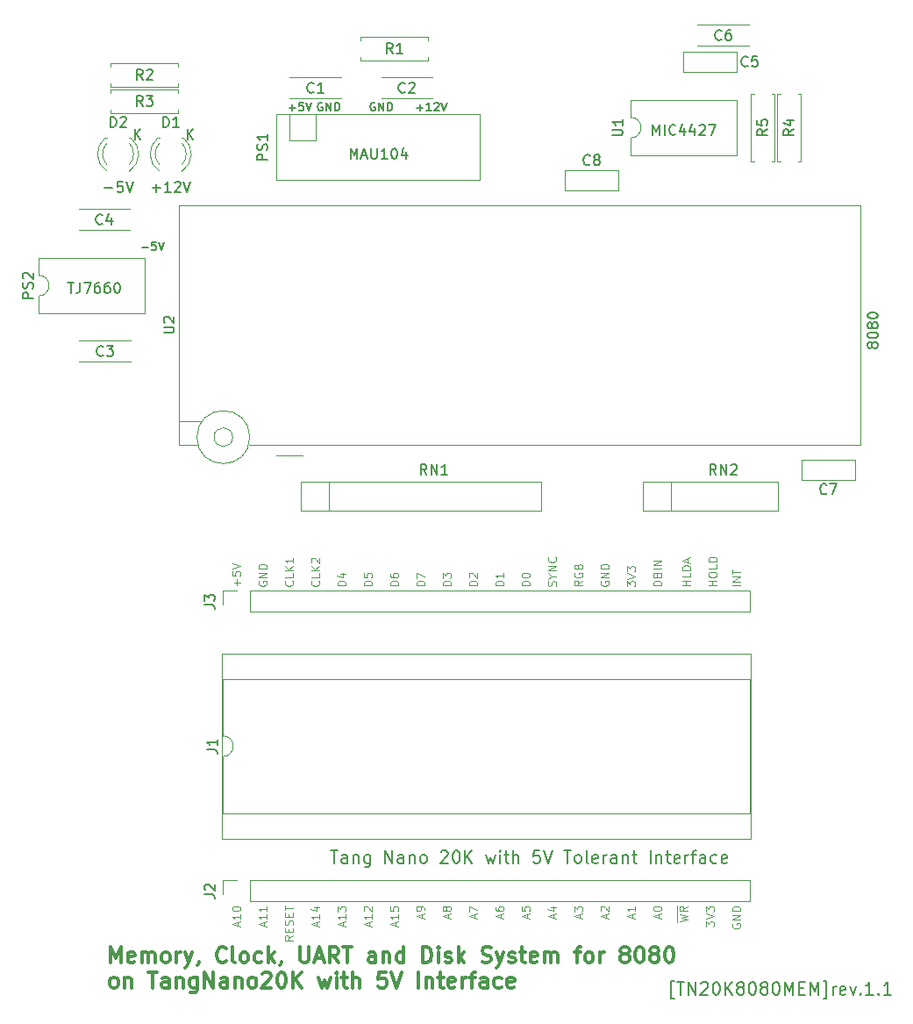
<source format=gbr>
%TF.GenerationSoftware,KiCad,Pcbnew,8.0.4*%
%TF.CreationDate,2024-08-29T15:53:48+09:00*%
%TF.ProjectId,TangNano8080MEM,54616e67-4e61-46e6-9f38-3038304d454d,rev?*%
%TF.SameCoordinates,Original*%
%TF.FileFunction,Legend,Top*%
%TF.FilePolarity,Positive*%
%FSLAX46Y46*%
G04 Gerber Fmt 4.6, Leading zero omitted, Abs format (unit mm)*
G04 Created by KiCad (PCBNEW 8.0.4) date 2024-08-29 15:53:48*
%MOMM*%
%LPD*%
G01*
G04 APERTURE LIST*
%ADD10C,0.150000*%
%ADD11C,0.100000*%
%ADD12C,0.300000*%
%ADD13C,0.120000*%
G04 APERTURE END LIST*
D10*
X15576779Y-15109819D02*
X15576779Y-14109819D01*
X16148207Y-15109819D02*
X15719636Y-14538390D01*
X16148207Y-14109819D02*
X15576779Y-14681247D01*
X12684286Y-19808866D02*
X13446191Y-19808866D01*
X14398571Y-19189819D02*
X13922381Y-19189819D01*
X13922381Y-19189819D02*
X13874762Y-19666009D01*
X13874762Y-19666009D02*
X13922381Y-19618390D01*
X13922381Y-19618390D02*
X14017619Y-19570771D01*
X14017619Y-19570771D02*
X14255714Y-19570771D01*
X14255714Y-19570771D02*
X14350952Y-19618390D01*
X14350952Y-19618390D02*
X14398571Y-19666009D01*
X14398571Y-19666009D02*
X14446190Y-19761247D01*
X14446190Y-19761247D02*
X14446190Y-19999342D01*
X14446190Y-19999342D02*
X14398571Y-20094580D01*
X14398571Y-20094580D02*
X14350952Y-20142200D01*
X14350952Y-20142200D02*
X14255714Y-20189819D01*
X14255714Y-20189819D02*
X14017619Y-20189819D01*
X14017619Y-20189819D02*
X13922381Y-20142200D01*
X13922381Y-20142200D02*
X13874762Y-20094580D01*
X14731905Y-19189819D02*
X15065238Y-20189819D01*
X15065238Y-20189819D02*
X15398571Y-19189819D01*
X17288095Y-19808866D02*
X18050000Y-19808866D01*
X17669047Y-20189819D02*
X17669047Y-19427914D01*
X19049999Y-20189819D02*
X18478571Y-20189819D01*
X18764285Y-20189819D02*
X18764285Y-19189819D01*
X18764285Y-19189819D02*
X18669047Y-19332676D01*
X18669047Y-19332676D02*
X18573809Y-19427914D01*
X18573809Y-19427914D02*
X18478571Y-19475533D01*
X19430952Y-19285057D02*
X19478571Y-19237438D01*
X19478571Y-19237438D02*
X19573809Y-19189819D01*
X19573809Y-19189819D02*
X19811904Y-19189819D01*
X19811904Y-19189819D02*
X19907142Y-19237438D01*
X19907142Y-19237438D02*
X19954761Y-19285057D01*
X19954761Y-19285057D02*
X20002380Y-19380295D01*
X20002380Y-19380295D02*
X20002380Y-19475533D01*
X20002380Y-19475533D02*
X19954761Y-19618390D01*
X19954761Y-19618390D02*
X19383333Y-20189819D01*
X19383333Y-20189819D02*
X20002380Y-20189819D01*
X20288095Y-19189819D02*
X20621428Y-20189819D01*
X20621428Y-20189819D02*
X20954761Y-19189819D01*
X30467429Y-12035533D02*
X31076953Y-12035533D01*
X30772191Y-12340295D02*
X30772191Y-11730771D01*
X31838857Y-11540295D02*
X31457905Y-11540295D01*
X31457905Y-11540295D02*
X31419809Y-11921247D01*
X31419809Y-11921247D02*
X31457905Y-11883152D01*
X31457905Y-11883152D02*
X31534095Y-11845057D01*
X31534095Y-11845057D02*
X31724571Y-11845057D01*
X31724571Y-11845057D02*
X31800762Y-11883152D01*
X31800762Y-11883152D02*
X31838857Y-11921247D01*
X31838857Y-11921247D02*
X31876952Y-11997438D01*
X31876952Y-11997438D02*
X31876952Y-12187914D01*
X31876952Y-12187914D02*
X31838857Y-12264104D01*
X31838857Y-12264104D02*
X31800762Y-12302200D01*
X31800762Y-12302200D02*
X31724571Y-12340295D01*
X31724571Y-12340295D02*
X31534095Y-12340295D01*
X31534095Y-12340295D02*
X31457905Y-12302200D01*
X31457905Y-12302200D02*
X31419809Y-12264104D01*
X32105524Y-11540295D02*
X32372191Y-12340295D01*
X32372191Y-12340295D02*
X32638857Y-11540295D01*
D11*
X38236323Y-91022932D02*
X38236323Y-90641979D01*
X38464895Y-91099122D02*
X37664895Y-90832455D01*
X37664895Y-90832455D02*
X38464895Y-90565789D01*
X38464895Y-89880075D02*
X38464895Y-90337218D01*
X38464895Y-90108646D02*
X37664895Y-90108646D01*
X37664895Y-90108646D02*
X37779180Y-90184837D01*
X37779180Y-90184837D02*
X37855371Y-90261027D01*
X37855371Y-90261027D02*
X37893466Y-90337218D01*
X37741085Y-89575313D02*
X37702990Y-89537217D01*
X37702990Y-89537217D02*
X37664895Y-89461027D01*
X37664895Y-89461027D02*
X37664895Y-89270551D01*
X37664895Y-89270551D02*
X37702990Y-89194360D01*
X37702990Y-89194360D02*
X37741085Y-89156265D01*
X37741085Y-89156265D02*
X37817276Y-89118170D01*
X37817276Y-89118170D02*
X37893466Y-89118170D01*
X37893466Y-89118170D02*
X38007752Y-89156265D01*
X38007752Y-89156265D02*
X38464895Y-89613408D01*
X38464895Y-89613408D02*
X38464895Y-89118170D01*
X35696323Y-91022932D02*
X35696323Y-90641979D01*
X35924895Y-91099122D02*
X35124895Y-90832455D01*
X35124895Y-90832455D02*
X35924895Y-90565789D01*
X35924895Y-89880075D02*
X35924895Y-90337218D01*
X35924895Y-90108646D02*
X35124895Y-90108646D01*
X35124895Y-90108646D02*
X35239180Y-90184837D01*
X35239180Y-90184837D02*
X35315371Y-90261027D01*
X35315371Y-90261027D02*
X35353466Y-90337218D01*
X35124895Y-89613408D02*
X35124895Y-89118170D01*
X35124895Y-89118170D02*
X35429657Y-89384836D01*
X35429657Y-89384836D02*
X35429657Y-89270551D01*
X35429657Y-89270551D02*
X35467752Y-89194360D01*
X35467752Y-89194360D02*
X35505847Y-89156265D01*
X35505847Y-89156265D02*
X35582038Y-89118170D01*
X35582038Y-89118170D02*
X35772514Y-89118170D01*
X35772514Y-89118170D02*
X35848704Y-89156265D01*
X35848704Y-89156265D02*
X35886800Y-89194360D01*
X35886800Y-89194360D02*
X35924895Y-89270551D01*
X35924895Y-89270551D02*
X35924895Y-89499122D01*
X35924895Y-89499122D02*
X35886800Y-89575313D01*
X35886800Y-89575313D02*
X35848704Y-89613408D01*
X70684895Y-91061027D02*
X70684895Y-90565789D01*
X70684895Y-90565789D02*
X70989657Y-90832455D01*
X70989657Y-90832455D02*
X70989657Y-90718170D01*
X70989657Y-90718170D02*
X71027752Y-90641979D01*
X71027752Y-90641979D02*
X71065847Y-90603884D01*
X71065847Y-90603884D02*
X71142038Y-90565789D01*
X71142038Y-90565789D02*
X71332514Y-90565789D01*
X71332514Y-90565789D02*
X71408704Y-90603884D01*
X71408704Y-90603884D02*
X71446800Y-90641979D01*
X71446800Y-90641979D02*
X71484895Y-90718170D01*
X71484895Y-90718170D02*
X71484895Y-90946741D01*
X71484895Y-90946741D02*
X71446800Y-91022932D01*
X71446800Y-91022932D02*
X71408704Y-91061027D01*
X70684895Y-90337217D02*
X71484895Y-90070550D01*
X71484895Y-90070550D02*
X70684895Y-89803884D01*
X70684895Y-89613408D02*
X70684895Y-89118170D01*
X70684895Y-89118170D02*
X70989657Y-89384836D01*
X70989657Y-89384836D02*
X70989657Y-89270551D01*
X70989657Y-89270551D02*
X71027752Y-89194360D01*
X71027752Y-89194360D02*
X71065847Y-89156265D01*
X71065847Y-89156265D02*
X71142038Y-89118170D01*
X71142038Y-89118170D02*
X71332514Y-89118170D01*
X71332514Y-89118170D02*
X71408704Y-89156265D01*
X71408704Y-89156265D02*
X71446800Y-89194360D01*
X71446800Y-89194360D02*
X71484895Y-89270551D01*
X71484895Y-89270551D02*
X71484895Y-89499122D01*
X71484895Y-89499122D02*
X71446800Y-89575313D01*
X71446800Y-89575313D02*
X71408704Y-89613408D01*
X69198895Y-58163734D02*
X68398895Y-58163734D01*
X68779847Y-58163734D02*
X68779847Y-57706591D01*
X69198895Y-57706591D02*
X68398895Y-57706591D01*
X69198895Y-56944687D02*
X69198895Y-57325639D01*
X69198895Y-57325639D02*
X68398895Y-57325639D01*
X69198895Y-56678020D02*
X68398895Y-56678020D01*
X68398895Y-56678020D02*
X68398895Y-56487544D01*
X68398895Y-56487544D02*
X68436990Y-56373258D01*
X68436990Y-56373258D02*
X68513180Y-56297068D01*
X68513180Y-56297068D02*
X68589371Y-56258973D01*
X68589371Y-56258973D02*
X68741752Y-56220877D01*
X68741752Y-56220877D02*
X68856038Y-56220877D01*
X68856038Y-56220877D02*
X69008419Y-56258973D01*
X69008419Y-56258973D02*
X69084609Y-56297068D01*
X69084609Y-56297068D02*
X69160800Y-56373258D01*
X69160800Y-56373258D02*
X69198895Y-56487544D01*
X69198895Y-56487544D02*
X69198895Y-56678020D01*
X68970323Y-55916116D02*
X68970323Y-55535163D01*
X69198895Y-55992306D02*
X68398895Y-55725639D01*
X68398895Y-55725639D02*
X69198895Y-55458973D01*
X48396323Y-90261027D02*
X48396323Y-89880074D01*
X48624895Y-90337217D02*
X47824895Y-90070550D01*
X47824895Y-90070550D02*
X48624895Y-89803884D01*
X47824895Y-89613408D02*
X47824895Y-89080074D01*
X47824895Y-89080074D02*
X48624895Y-89422932D01*
X30844895Y-91937218D02*
X30463942Y-92203885D01*
X30844895Y-92394361D02*
X30044895Y-92394361D01*
X30044895Y-92394361D02*
X30044895Y-92089599D01*
X30044895Y-92089599D02*
X30082990Y-92013409D01*
X30082990Y-92013409D02*
X30121085Y-91975314D01*
X30121085Y-91975314D02*
X30197276Y-91937218D01*
X30197276Y-91937218D02*
X30311561Y-91937218D01*
X30311561Y-91937218D02*
X30387752Y-91975314D01*
X30387752Y-91975314D02*
X30425847Y-92013409D01*
X30425847Y-92013409D02*
X30463942Y-92089599D01*
X30463942Y-92089599D02*
X30463942Y-92394361D01*
X30425847Y-91594361D02*
X30425847Y-91327695D01*
X30844895Y-91213409D02*
X30844895Y-91594361D01*
X30844895Y-91594361D02*
X30044895Y-91594361D01*
X30044895Y-91594361D02*
X30044895Y-91213409D01*
X30806800Y-90908647D02*
X30844895Y-90794361D01*
X30844895Y-90794361D02*
X30844895Y-90603885D01*
X30844895Y-90603885D02*
X30806800Y-90527694D01*
X30806800Y-90527694D02*
X30768704Y-90489599D01*
X30768704Y-90489599D02*
X30692514Y-90451504D01*
X30692514Y-90451504D02*
X30616323Y-90451504D01*
X30616323Y-90451504D02*
X30540133Y-90489599D01*
X30540133Y-90489599D02*
X30502038Y-90527694D01*
X30502038Y-90527694D02*
X30463942Y-90603885D01*
X30463942Y-90603885D02*
X30425847Y-90756266D01*
X30425847Y-90756266D02*
X30387752Y-90832456D01*
X30387752Y-90832456D02*
X30349657Y-90870551D01*
X30349657Y-90870551D02*
X30273466Y-90908647D01*
X30273466Y-90908647D02*
X30197276Y-90908647D01*
X30197276Y-90908647D02*
X30121085Y-90870551D01*
X30121085Y-90870551D02*
X30082990Y-90832456D01*
X30082990Y-90832456D02*
X30044895Y-90756266D01*
X30044895Y-90756266D02*
X30044895Y-90565789D01*
X30044895Y-90565789D02*
X30082990Y-90451504D01*
X30425847Y-90108646D02*
X30425847Y-89841980D01*
X30844895Y-89727694D02*
X30844895Y-90108646D01*
X30844895Y-90108646D02*
X30044895Y-90108646D01*
X30044895Y-90108646D02*
X30044895Y-89727694D01*
X30044895Y-89499122D02*
X30044895Y-89041979D01*
X30844895Y-89270551D02*
X30044895Y-89270551D01*
X66176323Y-90261027D02*
X66176323Y-89880074D01*
X66404895Y-90337217D02*
X65604895Y-90070550D01*
X65604895Y-90070550D02*
X66404895Y-89803884D01*
X65604895Y-89384836D02*
X65604895Y-89308646D01*
X65604895Y-89308646D02*
X65642990Y-89232455D01*
X65642990Y-89232455D02*
X65681085Y-89194360D01*
X65681085Y-89194360D02*
X65757276Y-89156265D01*
X65757276Y-89156265D02*
X65909657Y-89118170D01*
X65909657Y-89118170D02*
X66100133Y-89118170D01*
X66100133Y-89118170D02*
X66252514Y-89156265D01*
X66252514Y-89156265D02*
X66328704Y-89194360D01*
X66328704Y-89194360D02*
X66366800Y-89232455D01*
X66366800Y-89232455D02*
X66404895Y-89308646D01*
X66404895Y-89308646D02*
X66404895Y-89384836D01*
X66404895Y-89384836D02*
X66366800Y-89461027D01*
X66366800Y-89461027D02*
X66328704Y-89499122D01*
X66328704Y-89499122D02*
X66252514Y-89537217D01*
X66252514Y-89537217D02*
X66100133Y-89575313D01*
X66100133Y-89575313D02*
X65909657Y-89575313D01*
X65909657Y-89575313D02*
X65757276Y-89537217D01*
X65757276Y-89537217D02*
X65681085Y-89499122D01*
X65681085Y-89499122D02*
X65642990Y-89461027D01*
X65642990Y-89461027D02*
X65604895Y-89384836D01*
X74024895Y-58163734D02*
X73224895Y-58163734D01*
X74024895Y-57782782D02*
X73224895Y-57782782D01*
X73224895Y-57782782D02*
X74024895Y-57325639D01*
X74024895Y-57325639D02*
X73224895Y-57325639D01*
X73224895Y-57058973D02*
X73224895Y-56601830D01*
X74024895Y-56830402D02*
X73224895Y-56830402D01*
X40776323Y-91022932D02*
X40776323Y-90641979D01*
X41004895Y-91099122D02*
X40204895Y-90832455D01*
X40204895Y-90832455D02*
X41004895Y-90565789D01*
X41004895Y-89880075D02*
X41004895Y-90337218D01*
X41004895Y-90108646D02*
X40204895Y-90108646D01*
X40204895Y-90108646D02*
X40319180Y-90184837D01*
X40319180Y-90184837D02*
X40395371Y-90261027D01*
X40395371Y-90261027D02*
X40433466Y-90337218D01*
X40204895Y-89156265D02*
X40204895Y-89537217D01*
X40204895Y-89537217D02*
X40585847Y-89575313D01*
X40585847Y-89575313D02*
X40547752Y-89537217D01*
X40547752Y-89537217D02*
X40509657Y-89461027D01*
X40509657Y-89461027D02*
X40509657Y-89270551D01*
X40509657Y-89270551D02*
X40547752Y-89194360D01*
X40547752Y-89194360D02*
X40585847Y-89156265D01*
X40585847Y-89156265D02*
X40662038Y-89118170D01*
X40662038Y-89118170D02*
X40852514Y-89118170D01*
X40852514Y-89118170D02*
X40928704Y-89156265D01*
X40928704Y-89156265D02*
X40966800Y-89194360D01*
X40966800Y-89194360D02*
X41004895Y-89270551D01*
X41004895Y-89270551D02*
X41004895Y-89461027D01*
X41004895Y-89461027D02*
X40966800Y-89537217D01*
X40966800Y-89537217D02*
X40928704Y-89575313D01*
D10*
X42786476Y-12035533D02*
X43396000Y-12035533D01*
X43091238Y-12340295D02*
X43091238Y-11730771D01*
X44195999Y-12340295D02*
X43738856Y-12340295D01*
X43967428Y-12340295D02*
X43967428Y-11540295D01*
X43967428Y-11540295D02*
X43891237Y-11654580D01*
X43891237Y-11654580D02*
X43815047Y-11730771D01*
X43815047Y-11730771D02*
X43738856Y-11768866D01*
X44500761Y-11616485D02*
X44538857Y-11578390D01*
X44538857Y-11578390D02*
X44615047Y-11540295D01*
X44615047Y-11540295D02*
X44805523Y-11540295D01*
X44805523Y-11540295D02*
X44881714Y-11578390D01*
X44881714Y-11578390D02*
X44919809Y-11616485D01*
X44919809Y-11616485D02*
X44957904Y-11692676D01*
X44957904Y-11692676D02*
X44957904Y-11768866D01*
X44957904Y-11768866D02*
X44919809Y-11883152D01*
X44919809Y-11883152D02*
X44462666Y-12340295D01*
X44462666Y-12340295D02*
X44957904Y-12340295D01*
X45186476Y-11540295D02*
X45453143Y-12340295D01*
X45453143Y-12340295D02*
X45719809Y-11540295D01*
D11*
X46084895Y-58163734D02*
X45284895Y-58163734D01*
X45284895Y-58163734D02*
X45284895Y-57973258D01*
X45284895Y-57973258D02*
X45322990Y-57858972D01*
X45322990Y-57858972D02*
X45399180Y-57782782D01*
X45399180Y-57782782D02*
X45475371Y-57744687D01*
X45475371Y-57744687D02*
X45627752Y-57706591D01*
X45627752Y-57706591D02*
X45742038Y-57706591D01*
X45742038Y-57706591D02*
X45894419Y-57744687D01*
X45894419Y-57744687D02*
X45970609Y-57782782D01*
X45970609Y-57782782D02*
X46046800Y-57858972D01*
X46046800Y-57858972D02*
X46084895Y-57973258D01*
X46084895Y-57973258D02*
X46084895Y-58163734D01*
X45284895Y-57439925D02*
X45284895Y-56944687D01*
X45284895Y-56944687D02*
X45589657Y-57211353D01*
X45589657Y-57211353D02*
X45589657Y-57097068D01*
X45589657Y-57097068D02*
X45627752Y-57020877D01*
X45627752Y-57020877D02*
X45665847Y-56982782D01*
X45665847Y-56982782D02*
X45742038Y-56944687D01*
X45742038Y-56944687D02*
X45932514Y-56944687D01*
X45932514Y-56944687D02*
X46008704Y-56982782D01*
X46008704Y-56982782D02*
X46046800Y-57020877D01*
X46046800Y-57020877D02*
X46084895Y-57097068D01*
X46084895Y-57097068D02*
X46084895Y-57325639D01*
X46084895Y-57325639D02*
X46046800Y-57401830D01*
X46046800Y-57401830D02*
X46008704Y-57439925D01*
X25460133Y-58163734D02*
X25460133Y-57554211D01*
X25764895Y-57858972D02*
X25155371Y-57858972D01*
X24964895Y-56792306D02*
X24964895Y-57173258D01*
X24964895Y-57173258D02*
X25345847Y-57211354D01*
X25345847Y-57211354D02*
X25307752Y-57173258D01*
X25307752Y-57173258D02*
X25269657Y-57097068D01*
X25269657Y-57097068D02*
X25269657Y-56906592D01*
X25269657Y-56906592D02*
X25307752Y-56830401D01*
X25307752Y-56830401D02*
X25345847Y-56792306D01*
X25345847Y-56792306D02*
X25422038Y-56754211D01*
X25422038Y-56754211D02*
X25612514Y-56754211D01*
X25612514Y-56754211D02*
X25688704Y-56792306D01*
X25688704Y-56792306D02*
X25726800Y-56830401D01*
X25726800Y-56830401D02*
X25764895Y-56906592D01*
X25764895Y-56906592D02*
X25764895Y-57097068D01*
X25764895Y-57097068D02*
X25726800Y-57173258D01*
X25726800Y-57173258D02*
X25688704Y-57211354D01*
X24964895Y-56525639D02*
X25764895Y-56258972D01*
X25764895Y-56258972D02*
X24964895Y-55992306D01*
X56016323Y-90261027D02*
X56016323Y-89880074D01*
X56244895Y-90337217D02*
X55444895Y-90070550D01*
X55444895Y-90070550D02*
X56244895Y-89803884D01*
X55711561Y-89194360D02*
X56244895Y-89194360D01*
X55406800Y-89384836D02*
X55978228Y-89575313D01*
X55978228Y-89575313D02*
X55978228Y-89080074D01*
X30768704Y-57706591D02*
X30806800Y-57744687D01*
X30806800Y-57744687D02*
X30844895Y-57858972D01*
X30844895Y-57858972D02*
X30844895Y-57935163D01*
X30844895Y-57935163D02*
X30806800Y-58049449D01*
X30806800Y-58049449D02*
X30730609Y-58125639D01*
X30730609Y-58125639D02*
X30654419Y-58163734D01*
X30654419Y-58163734D02*
X30502038Y-58201830D01*
X30502038Y-58201830D02*
X30387752Y-58201830D01*
X30387752Y-58201830D02*
X30235371Y-58163734D01*
X30235371Y-58163734D02*
X30159180Y-58125639D01*
X30159180Y-58125639D02*
X30082990Y-58049449D01*
X30082990Y-58049449D02*
X30044895Y-57935163D01*
X30044895Y-57935163D02*
X30044895Y-57858972D01*
X30044895Y-57858972D02*
X30082990Y-57744687D01*
X30082990Y-57744687D02*
X30121085Y-57706591D01*
X30844895Y-56982782D02*
X30844895Y-57363734D01*
X30844895Y-57363734D02*
X30044895Y-57363734D01*
X30844895Y-56716115D02*
X30044895Y-56716115D01*
X30844895Y-56258972D02*
X30387752Y-56601830D01*
X30044895Y-56258972D02*
X30502038Y-56716115D01*
X30844895Y-55497068D02*
X30844895Y-55954211D01*
X30844895Y-55725639D02*
X30044895Y-55725639D01*
X30044895Y-55725639D02*
X30159180Y-55801830D01*
X30159180Y-55801830D02*
X30235371Y-55878020D01*
X30235371Y-55878020D02*
X30273466Y-55954211D01*
X35924895Y-58163734D02*
X35124895Y-58163734D01*
X35124895Y-58163734D02*
X35124895Y-57973258D01*
X35124895Y-57973258D02*
X35162990Y-57858972D01*
X35162990Y-57858972D02*
X35239180Y-57782782D01*
X35239180Y-57782782D02*
X35315371Y-57744687D01*
X35315371Y-57744687D02*
X35467752Y-57706591D01*
X35467752Y-57706591D02*
X35582038Y-57706591D01*
X35582038Y-57706591D02*
X35734419Y-57744687D01*
X35734419Y-57744687D02*
X35810609Y-57782782D01*
X35810609Y-57782782D02*
X35886800Y-57858972D01*
X35886800Y-57858972D02*
X35924895Y-57973258D01*
X35924895Y-57973258D02*
X35924895Y-58163734D01*
X35391561Y-57020877D02*
X35924895Y-57020877D01*
X35086800Y-57211353D02*
X35658228Y-57401830D01*
X35658228Y-57401830D02*
X35658228Y-56906591D01*
X45856323Y-90261027D02*
X45856323Y-89880074D01*
X46084895Y-90337217D02*
X45284895Y-90070550D01*
X45284895Y-90070550D02*
X46084895Y-89803884D01*
X45627752Y-89422932D02*
X45589657Y-89499122D01*
X45589657Y-89499122D02*
X45551561Y-89537217D01*
X45551561Y-89537217D02*
X45475371Y-89575313D01*
X45475371Y-89575313D02*
X45437276Y-89575313D01*
X45437276Y-89575313D02*
X45361085Y-89537217D01*
X45361085Y-89537217D02*
X45322990Y-89499122D01*
X45322990Y-89499122D02*
X45284895Y-89422932D01*
X45284895Y-89422932D02*
X45284895Y-89270551D01*
X45284895Y-89270551D02*
X45322990Y-89194360D01*
X45322990Y-89194360D02*
X45361085Y-89156265D01*
X45361085Y-89156265D02*
X45437276Y-89118170D01*
X45437276Y-89118170D02*
X45475371Y-89118170D01*
X45475371Y-89118170D02*
X45551561Y-89156265D01*
X45551561Y-89156265D02*
X45589657Y-89194360D01*
X45589657Y-89194360D02*
X45627752Y-89270551D01*
X45627752Y-89270551D02*
X45627752Y-89422932D01*
X45627752Y-89422932D02*
X45665847Y-89499122D01*
X45665847Y-89499122D02*
X45703942Y-89537217D01*
X45703942Y-89537217D02*
X45780133Y-89575313D01*
X45780133Y-89575313D02*
X45932514Y-89575313D01*
X45932514Y-89575313D02*
X46008704Y-89537217D01*
X46008704Y-89537217D02*
X46046800Y-89499122D01*
X46046800Y-89499122D02*
X46084895Y-89422932D01*
X46084895Y-89422932D02*
X46084895Y-89270551D01*
X46084895Y-89270551D02*
X46046800Y-89194360D01*
X46046800Y-89194360D02*
X46008704Y-89156265D01*
X46008704Y-89156265D02*
X45932514Y-89118170D01*
X45932514Y-89118170D02*
X45780133Y-89118170D01*
X45780133Y-89118170D02*
X45703942Y-89156265D01*
X45703942Y-89156265D02*
X45665847Y-89194360D01*
X45665847Y-89194360D02*
X45627752Y-89270551D01*
X41004895Y-58163734D02*
X40204895Y-58163734D01*
X40204895Y-58163734D02*
X40204895Y-57973258D01*
X40204895Y-57973258D02*
X40242990Y-57858972D01*
X40242990Y-57858972D02*
X40319180Y-57782782D01*
X40319180Y-57782782D02*
X40395371Y-57744687D01*
X40395371Y-57744687D02*
X40547752Y-57706591D01*
X40547752Y-57706591D02*
X40662038Y-57706591D01*
X40662038Y-57706591D02*
X40814419Y-57744687D01*
X40814419Y-57744687D02*
X40890609Y-57782782D01*
X40890609Y-57782782D02*
X40966800Y-57858972D01*
X40966800Y-57858972D02*
X41004895Y-57973258D01*
X41004895Y-57973258D02*
X41004895Y-58163734D01*
X40204895Y-57020877D02*
X40204895Y-57173258D01*
X40204895Y-57173258D02*
X40242990Y-57249449D01*
X40242990Y-57249449D02*
X40281085Y-57287544D01*
X40281085Y-57287544D02*
X40395371Y-57363734D01*
X40395371Y-57363734D02*
X40547752Y-57401830D01*
X40547752Y-57401830D02*
X40852514Y-57401830D01*
X40852514Y-57401830D02*
X40928704Y-57363734D01*
X40928704Y-57363734D02*
X40966800Y-57325639D01*
X40966800Y-57325639D02*
X41004895Y-57249449D01*
X41004895Y-57249449D02*
X41004895Y-57097068D01*
X41004895Y-57097068D02*
X40966800Y-57020877D01*
X40966800Y-57020877D02*
X40928704Y-56982782D01*
X40928704Y-56982782D02*
X40852514Y-56944687D01*
X40852514Y-56944687D02*
X40662038Y-56944687D01*
X40662038Y-56944687D02*
X40585847Y-56982782D01*
X40585847Y-56982782D02*
X40547752Y-57020877D01*
X40547752Y-57020877D02*
X40509657Y-57097068D01*
X40509657Y-57097068D02*
X40509657Y-57249449D01*
X40509657Y-57249449D02*
X40547752Y-57325639D01*
X40547752Y-57325639D02*
X40585847Y-57363734D01*
X40585847Y-57363734D02*
X40662038Y-57401830D01*
D10*
X38760476Y-11578390D02*
X38684286Y-11540295D01*
X38684286Y-11540295D02*
X38570000Y-11540295D01*
X38570000Y-11540295D02*
X38455714Y-11578390D01*
X38455714Y-11578390D02*
X38379524Y-11654580D01*
X38379524Y-11654580D02*
X38341429Y-11730771D01*
X38341429Y-11730771D02*
X38303333Y-11883152D01*
X38303333Y-11883152D02*
X38303333Y-11997438D01*
X38303333Y-11997438D02*
X38341429Y-12149819D01*
X38341429Y-12149819D02*
X38379524Y-12226009D01*
X38379524Y-12226009D02*
X38455714Y-12302200D01*
X38455714Y-12302200D02*
X38570000Y-12340295D01*
X38570000Y-12340295D02*
X38646191Y-12340295D01*
X38646191Y-12340295D02*
X38760476Y-12302200D01*
X38760476Y-12302200D02*
X38798572Y-12264104D01*
X38798572Y-12264104D02*
X38798572Y-11997438D01*
X38798572Y-11997438D02*
X38646191Y-11997438D01*
X39141429Y-12340295D02*
X39141429Y-11540295D01*
X39141429Y-11540295D02*
X39598572Y-12340295D01*
X39598572Y-12340295D02*
X39598572Y-11540295D01*
X39979524Y-12340295D02*
X39979524Y-11540295D01*
X39979524Y-11540295D02*
X40170000Y-11540295D01*
X40170000Y-11540295D02*
X40284286Y-11578390D01*
X40284286Y-11578390D02*
X40360476Y-11654580D01*
X40360476Y-11654580D02*
X40398571Y-11730771D01*
X40398571Y-11730771D02*
X40436667Y-11883152D01*
X40436667Y-11883152D02*
X40436667Y-11997438D01*
X40436667Y-11997438D02*
X40398571Y-12149819D01*
X40398571Y-12149819D02*
X40360476Y-12226009D01*
X40360476Y-12226009D02*
X40284286Y-12302200D01*
X40284286Y-12302200D02*
X40170000Y-12340295D01*
X40170000Y-12340295D02*
X39979524Y-12340295D01*
D11*
X38464895Y-58163734D02*
X37664895Y-58163734D01*
X37664895Y-58163734D02*
X37664895Y-57973258D01*
X37664895Y-57973258D02*
X37702990Y-57858972D01*
X37702990Y-57858972D02*
X37779180Y-57782782D01*
X37779180Y-57782782D02*
X37855371Y-57744687D01*
X37855371Y-57744687D02*
X38007752Y-57706591D01*
X38007752Y-57706591D02*
X38122038Y-57706591D01*
X38122038Y-57706591D02*
X38274419Y-57744687D01*
X38274419Y-57744687D02*
X38350609Y-57782782D01*
X38350609Y-57782782D02*
X38426800Y-57858972D01*
X38426800Y-57858972D02*
X38464895Y-57973258D01*
X38464895Y-57973258D02*
X38464895Y-58163734D01*
X37664895Y-56982782D02*
X37664895Y-57363734D01*
X37664895Y-57363734D02*
X38045847Y-57401830D01*
X38045847Y-57401830D02*
X38007752Y-57363734D01*
X38007752Y-57363734D02*
X37969657Y-57287544D01*
X37969657Y-57287544D02*
X37969657Y-57097068D01*
X37969657Y-57097068D02*
X38007752Y-57020877D01*
X38007752Y-57020877D02*
X38045847Y-56982782D01*
X38045847Y-56982782D02*
X38122038Y-56944687D01*
X38122038Y-56944687D02*
X38312514Y-56944687D01*
X38312514Y-56944687D02*
X38388704Y-56982782D01*
X38388704Y-56982782D02*
X38426800Y-57020877D01*
X38426800Y-57020877D02*
X38464895Y-57097068D01*
X38464895Y-57097068D02*
X38464895Y-57287544D01*
X38464895Y-57287544D02*
X38426800Y-57363734D01*
X38426800Y-57363734D02*
X38388704Y-57401830D01*
X50936323Y-90261027D02*
X50936323Y-89880074D01*
X51164895Y-90337217D02*
X50364895Y-90070550D01*
X50364895Y-90070550D02*
X51164895Y-89803884D01*
X50364895Y-89194360D02*
X50364895Y-89346741D01*
X50364895Y-89346741D02*
X50402990Y-89422932D01*
X50402990Y-89422932D02*
X50441085Y-89461027D01*
X50441085Y-89461027D02*
X50555371Y-89537217D01*
X50555371Y-89537217D02*
X50707752Y-89575313D01*
X50707752Y-89575313D02*
X51012514Y-89575313D01*
X51012514Y-89575313D02*
X51088704Y-89537217D01*
X51088704Y-89537217D02*
X51126800Y-89499122D01*
X51126800Y-89499122D02*
X51164895Y-89422932D01*
X51164895Y-89422932D02*
X51164895Y-89270551D01*
X51164895Y-89270551D02*
X51126800Y-89194360D01*
X51126800Y-89194360D02*
X51088704Y-89156265D01*
X51088704Y-89156265D02*
X51012514Y-89118170D01*
X51012514Y-89118170D02*
X50822038Y-89118170D01*
X50822038Y-89118170D02*
X50745847Y-89156265D01*
X50745847Y-89156265D02*
X50707752Y-89194360D01*
X50707752Y-89194360D02*
X50669657Y-89270551D01*
X50669657Y-89270551D02*
X50669657Y-89422932D01*
X50669657Y-89422932D02*
X50707752Y-89499122D01*
X50707752Y-89499122D02*
X50745847Y-89537217D01*
X50745847Y-89537217D02*
X50822038Y-89575313D01*
X25536323Y-91022932D02*
X25536323Y-90641979D01*
X25764895Y-91099122D02*
X24964895Y-90832455D01*
X24964895Y-90832455D02*
X25764895Y-90565789D01*
X25764895Y-89880075D02*
X25764895Y-90337218D01*
X25764895Y-90108646D02*
X24964895Y-90108646D01*
X24964895Y-90108646D02*
X25079180Y-90184837D01*
X25079180Y-90184837D02*
X25155371Y-90261027D01*
X25155371Y-90261027D02*
X25193466Y-90337218D01*
X24964895Y-89384836D02*
X24964895Y-89308646D01*
X24964895Y-89308646D02*
X25002990Y-89232455D01*
X25002990Y-89232455D02*
X25041085Y-89194360D01*
X25041085Y-89194360D02*
X25117276Y-89156265D01*
X25117276Y-89156265D02*
X25269657Y-89118170D01*
X25269657Y-89118170D02*
X25460133Y-89118170D01*
X25460133Y-89118170D02*
X25612514Y-89156265D01*
X25612514Y-89156265D02*
X25688704Y-89194360D01*
X25688704Y-89194360D02*
X25726800Y-89232455D01*
X25726800Y-89232455D02*
X25764895Y-89308646D01*
X25764895Y-89308646D02*
X25764895Y-89384836D01*
X25764895Y-89384836D02*
X25726800Y-89461027D01*
X25726800Y-89461027D02*
X25688704Y-89499122D01*
X25688704Y-89499122D02*
X25612514Y-89537217D01*
X25612514Y-89537217D02*
X25460133Y-89575313D01*
X25460133Y-89575313D02*
X25269657Y-89575313D01*
X25269657Y-89575313D02*
X25117276Y-89537217D01*
X25117276Y-89537217D02*
X25041085Y-89499122D01*
X25041085Y-89499122D02*
X25002990Y-89461027D01*
X25002990Y-89461027D02*
X24964895Y-89384836D01*
X58556323Y-90261027D02*
X58556323Y-89880074D01*
X58784895Y-90337217D02*
X57984895Y-90070550D01*
X57984895Y-90070550D02*
X58784895Y-89803884D01*
X57984895Y-89613408D02*
X57984895Y-89118170D01*
X57984895Y-89118170D02*
X58289657Y-89384836D01*
X58289657Y-89384836D02*
X58289657Y-89270551D01*
X58289657Y-89270551D02*
X58327752Y-89194360D01*
X58327752Y-89194360D02*
X58365847Y-89156265D01*
X58365847Y-89156265D02*
X58442038Y-89118170D01*
X58442038Y-89118170D02*
X58632514Y-89118170D01*
X58632514Y-89118170D02*
X58708704Y-89156265D01*
X58708704Y-89156265D02*
X58746800Y-89194360D01*
X58746800Y-89194360D02*
X58784895Y-89270551D01*
X58784895Y-89270551D02*
X58784895Y-89499122D01*
X58784895Y-89499122D02*
X58746800Y-89575313D01*
X58746800Y-89575313D02*
X58708704Y-89613408D01*
X61096323Y-90261027D02*
X61096323Y-89880074D01*
X61324895Y-90337217D02*
X60524895Y-90070550D01*
X60524895Y-90070550D02*
X61324895Y-89803884D01*
X60601085Y-89575313D02*
X60562990Y-89537217D01*
X60562990Y-89537217D02*
X60524895Y-89461027D01*
X60524895Y-89461027D02*
X60524895Y-89270551D01*
X60524895Y-89270551D02*
X60562990Y-89194360D01*
X60562990Y-89194360D02*
X60601085Y-89156265D01*
X60601085Y-89156265D02*
X60677276Y-89118170D01*
X60677276Y-89118170D02*
X60753466Y-89118170D01*
X60753466Y-89118170D02*
X60867752Y-89156265D01*
X60867752Y-89156265D02*
X61324895Y-89613408D01*
X61324895Y-89613408D02*
X61324895Y-89118170D01*
D12*
X13254510Y-94540912D02*
X13254510Y-93040912D01*
X13254510Y-93040912D02*
X13754510Y-94112341D01*
X13754510Y-94112341D02*
X14254510Y-93040912D01*
X14254510Y-93040912D02*
X14254510Y-94540912D01*
X15540225Y-94469484D02*
X15397368Y-94540912D01*
X15397368Y-94540912D02*
X15111654Y-94540912D01*
X15111654Y-94540912D02*
X14968796Y-94469484D01*
X14968796Y-94469484D02*
X14897368Y-94326626D01*
X14897368Y-94326626D02*
X14897368Y-93755198D01*
X14897368Y-93755198D02*
X14968796Y-93612341D01*
X14968796Y-93612341D02*
X15111654Y-93540912D01*
X15111654Y-93540912D02*
X15397368Y-93540912D01*
X15397368Y-93540912D02*
X15540225Y-93612341D01*
X15540225Y-93612341D02*
X15611654Y-93755198D01*
X15611654Y-93755198D02*
X15611654Y-93898055D01*
X15611654Y-93898055D02*
X14897368Y-94040912D01*
X16254510Y-94540912D02*
X16254510Y-93540912D01*
X16254510Y-93683769D02*
X16325939Y-93612341D01*
X16325939Y-93612341D02*
X16468796Y-93540912D01*
X16468796Y-93540912D02*
X16683082Y-93540912D01*
X16683082Y-93540912D02*
X16825939Y-93612341D01*
X16825939Y-93612341D02*
X16897368Y-93755198D01*
X16897368Y-93755198D02*
X16897368Y-94540912D01*
X16897368Y-93755198D02*
X16968796Y-93612341D01*
X16968796Y-93612341D02*
X17111653Y-93540912D01*
X17111653Y-93540912D02*
X17325939Y-93540912D01*
X17325939Y-93540912D02*
X17468796Y-93612341D01*
X17468796Y-93612341D02*
X17540225Y-93755198D01*
X17540225Y-93755198D02*
X17540225Y-94540912D01*
X18468796Y-94540912D02*
X18325939Y-94469484D01*
X18325939Y-94469484D02*
X18254510Y-94398055D01*
X18254510Y-94398055D02*
X18183082Y-94255198D01*
X18183082Y-94255198D02*
X18183082Y-93826626D01*
X18183082Y-93826626D02*
X18254510Y-93683769D01*
X18254510Y-93683769D02*
X18325939Y-93612341D01*
X18325939Y-93612341D02*
X18468796Y-93540912D01*
X18468796Y-93540912D02*
X18683082Y-93540912D01*
X18683082Y-93540912D02*
X18825939Y-93612341D01*
X18825939Y-93612341D02*
X18897368Y-93683769D01*
X18897368Y-93683769D02*
X18968796Y-93826626D01*
X18968796Y-93826626D02*
X18968796Y-94255198D01*
X18968796Y-94255198D02*
X18897368Y-94398055D01*
X18897368Y-94398055D02*
X18825939Y-94469484D01*
X18825939Y-94469484D02*
X18683082Y-94540912D01*
X18683082Y-94540912D02*
X18468796Y-94540912D01*
X19611653Y-94540912D02*
X19611653Y-93540912D01*
X19611653Y-93826626D02*
X19683082Y-93683769D01*
X19683082Y-93683769D02*
X19754511Y-93612341D01*
X19754511Y-93612341D02*
X19897368Y-93540912D01*
X19897368Y-93540912D02*
X20040225Y-93540912D01*
X20397367Y-93540912D02*
X20754510Y-94540912D01*
X21111653Y-93540912D02*
X20754510Y-94540912D01*
X20754510Y-94540912D02*
X20611653Y-94898055D01*
X20611653Y-94898055D02*
X20540224Y-94969484D01*
X20540224Y-94969484D02*
X20397367Y-95040912D01*
X21754510Y-94469484D02*
X21754510Y-94540912D01*
X21754510Y-94540912D02*
X21683081Y-94683769D01*
X21683081Y-94683769D02*
X21611653Y-94755198D01*
X24397367Y-94398055D02*
X24325939Y-94469484D01*
X24325939Y-94469484D02*
X24111653Y-94540912D01*
X24111653Y-94540912D02*
X23968796Y-94540912D01*
X23968796Y-94540912D02*
X23754510Y-94469484D01*
X23754510Y-94469484D02*
X23611653Y-94326626D01*
X23611653Y-94326626D02*
X23540224Y-94183769D01*
X23540224Y-94183769D02*
X23468796Y-93898055D01*
X23468796Y-93898055D02*
X23468796Y-93683769D01*
X23468796Y-93683769D02*
X23540224Y-93398055D01*
X23540224Y-93398055D02*
X23611653Y-93255198D01*
X23611653Y-93255198D02*
X23754510Y-93112341D01*
X23754510Y-93112341D02*
X23968796Y-93040912D01*
X23968796Y-93040912D02*
X24111653Y-93040912D01*
X24111653Y-93040912D02*
X24325939Y-93112341D01*
X24325939Y-93112341D02*
X24397367Y-93183769D01*
X25254510Y-94540912D02*
X25111653Y-94469484D01*
X25111653Y-94469484D02*
X25040224Y-94326626D01*
X25040224Y-94326626D02*
X25040224Y-93040912D01*
X26040224Y-94540912D02*
X25897367Y-94469484D01*
X25897367Y-94469484D02*
X25825938Y-94398055D01*
X25825938Y-94398055D02*
X25754510Y-94255198D01*
X25754510Y-94255198D02*
X25754510Y-93826626D01*
X25754510Y-93826626D02*
X25825938Y-93683769D01*
X25825938Y-93683769D02*
X25897367Y-93612341D01*
X25897367Y-93612341D02*
X26040224Y-93540912D01*
X26040224Y-93540912D02*
X26254510Y-93540912D01*
X26254510Y-93540912D02*
X26397367Y-93612341D01*
X26397367Y-93612341D02*
X26468796Y-93683769D01*
X26468796Y-93683769D02*
X26540224Y-93826626D01*
X26540224Y-93826626D02*
X26540224Y-94255198D01*
X26540224Y-94255198D02*
X26468796Y-94398055D01*
X26468796Y-94398055D02*
X26397367Y-94469484D01*
X26397367Y-94469484D02*
X26254510Y-94540912D01*
X26254510Y-94540912D02*
X26040224Y-94540912D01*
X27825939Y-94469484D02*
X27683081Y-94540912D01*
X27683081Y-94540912D02*
X27397367Y-94540912D01*
X27397367Y-94540912D02*
X27254510Y-94469484D01*
X27254510Y-94469484D02*
X27183081Y-94398055D01*
X27183081Y-94398055D02*
X27111653Y-94255198D01*
X27111653Y-94255198D02*
X27111653Y-93826626D01*
X27111653Y-93826626D02*
X27183081Y-93683769D01*
X27183081Y-93683769D02*
X27254510Y-93612341D01*
X27254510Y-93612341D02*
X27397367Y-93540912D01*
X27397367Y-93540912D02*
X27683081Y-93540912D01*
X27683081Y-93540912D02*
X27825939Y-93612341D01*
X28468795Y-94540912D02*
X28468795Y-93040912D01*
X28611653Y-93969484D02*
X29040224Y-94540912D01*
X29040224Y-93540912D02*
X28468795Y-94112341D01*
X29754510Y-94469484D02*
X29754510Y-94540912D01*
X29754510Y-94540912D02*
X29683081Y-94683769D01*
X29683081Y-94683769D02*
X29611653Y-94755198D01*
X31540224Y-93040912D02*
X31540224Y-94255198D01*
X31540224Y-94255198D02*
X31611653Y-94398055D01*
X31611653Y-94398055D02*
X31683082Y-94469484D01*
X31683082Y-94469484D02*
X31825939Y-94540912D01*
X31825939Y-94540912D02*
X32111653Y-94540912D01*
X32111653Y-94540912D02*
X32254510Y-94469484D01*
X32254510Y-94469484D02*
X32325939Y-94398055D01*
X32325939Y-94398055D02*
X32397367Y-94255198D01*
X32397367Y-94255198D02*
X32397367Y-93040912D01*
X33040225Y-94112341D02*
X33754511Y-94112341D01*
X32897368Y-94540912D02*
X33397368Y-93040912D01*
X33397368Y-93040912D02*
X33897368Y-94540912D01*
X35254510Y-94540912D02*
X34754510Y-93826626D01*
X34397367Y-94540912D02*
X34397367Y-93040912D01*
X34397367Y-93040912D02*
X34968796Y-93040912D01*
X34968796Y-93040912D02*
X35111653Y-93112341D01*
X35111653Y-93112341D02*
X35183082Y-93183769D01*
X35183082Y-93183769D02*
X35254510Y-93326626D01*
X35254510Y-93326626D02*
X35254510Y-93540912D01*
X35254510Y-93540912D02*
X35183082Y-93683769D01*
X35183082Y-93683769D02*
X35111653Y-93755198D01*
X35111653Y-93755198D02*
X34968796Y-93826626D01*
X34968796Y-93826626D02*
X34397367Y-93826626D01*
X35683082Y-93040912D02*
X36540225Y-93040912D01*
X36111653Y-94540912D02*
X36111653Y-93040912D01*
X38825939Y-94540912D02*
X38825939Y-93755198D01*
X38825939Y-93755198D02*
X38754510Y-93612341D01*
X38754510Y-93612341D02*
X38611653Y-93540912D01*
X38611653Y-93540912D02*
X38325939Y-93540912D01*
X38325939Y-93540912D02*
X38183081Y-93612341D01*
X38825939Y-94469484D02*
X38683081Y-94540912D01*
X38683081Y-94540912D02*
X38325939Y-94540912D01*
X38325939Y-94540912D02*
X38183081Y-94469484D01*
X38183081Y-94469484D02*
X38111653Y-94326626D01*
X38111653Y-94326626D02*
X38111653Y-94183769D01*
X38111653Y-94183769D02*
X38183081Y-94040912D01*
X38183081Y-94040912D02*
X38325939Y-93969484D01*
X38325939Y-93969484D02*
X38683081Y-93969484D01*
X38683081Y-93969484D02*
X38825939Y-93898055D01*
X39540224Y-93540912D02*
X39540224Y-94540912D01*
X39540224Y-93683769D02*
X39611653Y-93612341D01*
X39611653Y-93612341D02*
X39754510Y-93540912D01*
X39754510Y-93540912D02*
X39968796Y-93540912D01*
X39968796Y-93540912D02*
X40111653Y-93612341D01*
X40111653Y-93612341D02*
X40183082Y-93755198D01*
X40183082Y-93755198D02*
X40183082Y-94540912D01*
X41540225Y-94540912D02*
X41540225Y-93040912D01*
X41540225Y-94469484D02*
X41397367Y-94540912D01*
X41397367Y-94540912D02*
X41111653Y-94540912D01*
X41111653Y-94540912D02*
X40968796Y-94469484D01*
X40968796Y-94469484D02*
X40897367Y-94398055D01*
X40897367Y-94398055D02*
X40825939Y-94255198D01*
X40825939Y-94255198D02*
X40825939Y-93826626D01*
X40825939Y-93826626D02*
X40897367Y-93683769D01*
X40897367Y-93683769D02*
X40968796Y-93612341D01*
X40968796Y-93612341D02*
X41111653Y-93540912D01*
X41111653Y-93540912D02*
X41397367Y-93540912D01*
X41397367Y-93540912D02*
X41540225Y-93612341D01*
X43397367Y-94540912D02*
X43397367Y-93040912D01*
X43397367Y-93040912D02*
X43754510Y-93040912D01*
X43754510Y-93040912D02*
X43968796Y-93112341D01*
X43968796Y-93112341D02*
X44111653Y-93255198D01*
X44111653Y-93255198D02*
X44183082Y-93398055D01*
X44183082Y-93398055D02*
X44254510Y-93683769D01*
X44254510Y-93683769D02*
X44254510Y-93898055D01*
X44254510Y-93898055D02*
X44183082Y-94183769D01*
X44183082Y-94183769D02*
X44111653Y-94326626D01*
X44111653Y-94326626D02*
X43968796Y-94469484D01*
X43968796Y-94469484D02*
X43754510Y-94540912D01*
X43754510Y-94540912D02*
X43397367Y-94540912D01*
X44897367Y-94540912D02*
X44897367Y-93540912D01*
X44897367Y-93040912D02*
X44825939Y-93112341D01*
X44825939Y-93112341D02*
X44897367Y-93183769D01*
X44897367Y-93183769D02*
X44968796Y-93112341D01*
X44968796Y-93112341D02*
X44897367Y-93040912D01*
X44897367Y-93040912D02*
X44897367Y-93183769D01*
X45540225Y-94469484D02*
X45683082Y-94540912D01*
X45683082Y-94540912D02*
X45968796Y-94540912D01*
X45968796Y-94540912D02*
X46111653Y-94469484D01*
X46111653Y-94469484D02*
X46183082Y-94326626D01*
X46183082Y-94326626D02*
X46183082Y-94255198D01*
X46183082Y-94255198D02*
X46111653Y-94112341D01*
X46111653Y-94112341D02*
X45968796Y-94040912D01*
X45968796Y-94040912D02*
X45754511Y-94040912D01*
X45754511Y-94040912D02*
X45611653Y-93969484D01*
X45611653Y-93969484D02*
X45540225Y-93826626D01*
X45540225Y-93826626D02*
X45540225Y-93755198D01*
X45540225Y-93755198D02*
X45611653Y-93612341D01*
X45611653Y-93612341D02*
X45754511Y-93540912D01*
X45754511Y-93540912D02*
X45968796Y-93540912D01*
X45968796Y-93540912D02*
X46111653Y-93612341D01*
X46825939Y-94540912D02*
X46825939Y-93040912D01*
X46968797Y-93969484D02*
X47397368Y-94540912D01*
X47397368Y-93540912D02*
X46825939Y-94112341D01*
X49111654Y-94469484D02*
X49325940Y-94540912D01*
X49325940Y-94540912D02*
X49683082Y-94540912D01*
X49683082Y-94540912D02*
X49825940Y-94469484D01*
X49825940Y-94469484D02*
X49897368Y-94398055D01*
X49897368Y-94398055D02*
X49968797Y-94255198D01*
X49968797Y-94255198D02*
X49968797Y-94112341D01*
X49968797Y-94112341D02*
X49897368Y-93969484D01*
X49897368Y-93969484D02*
X49825940Y-93898055D01*
X49825940Y-93898055D02*
X49683082Y-93826626D01*
X49683082Y-93826626D02*
X49397368Y-93755198D01*
X49397368Y-93755198D02*
X49254511Y-93683769D01*
X49254511Y-93683769D02*
X49183082Y-93612341D01*
X49183082Y-93612341D02*
X49111654Y-93469484D01*
X49111654Y-93469484D02*
X49111654Y-93326626D01*
X49111654Y-93326626D02*
X49183082Y-93183769D01*
X49183082Y-93183769D02*
X49254511Y-93112341D01*
X49254511Y-93112341D02*
X49397368Y-93040912D01*
X49397368Y-93040912D02*
X49754511Y-93040912D01*
X49754511Y-93040912D02*
X49968797Y-93112341D01*
X50468796Y-93540912D02*
X50825939Y-94540912D01*
X51183082Y-93540912D02*
X50825939Y-94540912D01*
X50825939Y-94540912D02*
X50683082Y-94898055D01*
X50683082Y-94898055D02*
X50611653Y-94969484D01*
X50611653Y-94969484D02*
X50468796Y-95040912D01*
X51683082Y-94469484D02*
X51825939Y-94540912D01*
X51825939Y-94540912D02*
X52111653Y-94540912D01*
X52111653Y-94540912D02*
X52254510Y-94469484D01*
X52254510Y-94469484D02*
X52325939Y-94326626D01*
X52325939Y-94326626D02*
X52325939Y-94255198D01*
X52325939Y-94255198D02*
X52254510Y-94112341D01*
X52254510Y-94112341D02*
X52111653Y-94040912D01*
X52111653Y-94040912D02*
X51897368Y-94040912D01*
X51897368Y-94040912D02*
X51754510Y-93969484D01*
X51754510Y-93969484D02*
X51683082Y-93826626D01*
X51683082Y-93826626D02*
X51683082Y-93755198D01*
X51683082Y-93755198D02*
X51754510Y-93612341D01*
X51754510Y-93612341D02*
X51897368Y-93540912D01*
X51897368Y-93540912D02*
X52111653Y-93540912D01*
X52111653Y-93540912D02*
X52254510Y-93612341D01*
X52754511Y-93540912D02*
X53325939Y-93540912D01*
X52968796Y-93040912D02*
X52968796Y-94326626D01*
X52968796Y-94326626D02*
X53040225Y-94469484D01*
X53040225Y-94469484D02*
X53183082Y-94540912D01*
X53183082Y-94540912D02*
X53325939Y-94540912D01*
X54397368Y-94469484D02*
X54254511Y-94540912D01*
X54254511Y-94540912D02*
X53968797Y-94540912D01*
X53968797Y-94540912D02*
X53825939Y-94469484D01*
X53825939Y-94469484D02*
X53754511Y-94326626D01*
X53754511Y-94326626D02*
X53754511Y-93755198D01*
X53754511Y-93755198D02*
X53825939Y-93612341D01*
X53825939Y-93612341D02*
X53968797Y-93540912D01*
X53968797Y-93540912D02*
X54254511Y-93540912D01*
X54254511Y-93540912D02*
X54397368Y-93612341D01*
X54397368Y-93612341D02*
X54468797Y-93755198D01*
X54468797Y-93755198D02*
X54468797Y-93898055D01*
X54468797Y-93898055D02*
X53754511Y-94040912D01*
X55111653Y-94540912D02*
X55111653Y-93540912D01*
X55111653Y-93683769D02*
X55183082Y-93612341D01*
X55183082Y-93612341D02*
X55325939Y-93540912D01*
X55325939Y-93540912D02*
X55540225Y-93540912D01*
X55540225Y-93540912D02*
X55683082Y-93612341D01*
X55683082Y-93612341D02*
X55754511Y-93755198D01*
X55754511Y-93755198D02*
X55754511Y-94540912D01*
X55754511Y-93755198D02*
X55825939Y-93612341D01*
X55825939Y-93612341D02*
X55968796Y-93540912D01*
X55968796Y-93540912D02*
X56183082Y-93540912D01*
X56183082Y-93540912D02*
X56325939Y-93612341D01*
X56325939Y-93612341D02*
X56397368Y-93755198D01*
X56397368Y-93755198D02*
X56397368Y-94540912D01*
X58040225Y-93540912D02*
X58611653Y-93540912D01*
X58254510Y-94540912D02*
X58254510Y-93255198D01*
X58254510Y-93255198D02*
X58325939Y-93112341D01*
X58325939Y-93112341D02*
X58468796Y-93040912D01*
X58468796Y-93040912D02*
X58611653Y-93040912D01*
X59325939Y-94540912D02*
X59183082Y-94469484D01*
X59183082Y-94469484D02*
X59111653Y-94398055D01*
X59111653Y-94398055D02*
X59040225Y-94255198D01*
X59040225Y-94255198D02*
X59040225Y-93826626D01*
X59040225Y-93826626D02*
X59111653Y-93683769D01*
X59111653Y-93683769D02*
X59183082Y-93612341D01*
X59183082Y-93612341D02*
X59325939Y-93540912D01*
X59325939Y-93540912D02*
X59540225Y-93540912D01*
X59540225Y-93540912D02*
X59683082Y-93612341D01*
X59683082Y-93612341D02*
X59754511Y-93683769D01*
X59754511Y-93683769D02*
X59825939Y-93826626D01*
X59825939Y-93826626D02*
X59825939Y-94255198D01*
X59825939Y-94255198D02*
X59754511Y-94398055D01*
X59754511Y-94398055D02*
X59683082Y-94469484D01*
X59683082Y-94469484D02*
X59540225Y-94540912D01*
X59540225Y-94540912D02*
X59325939Y-94540912D01*
X60468796Y-94540912D02*
X60468796Y-93540912D01*
X60468796Y-93826626D02*
X60540225Y-93683769D01*
X60540225Y-93683769D02*
X60611654Y-93612341D01*
X60611654Y-93612341D02*
X60754511Y-93540912D01*
X60754511Y-93540912D02*
X60897368Y-93540912D01*
X62754510Y-93683769D02*
X62611653Y-93612341D01*
X62611653Y-93612341D02*
X62540224Y-93540912D01*
X62540224Y-93540912D02*
X62468796Y-93398055D01*
X62468796Y-93398055D02*
X62468796Y-93326626D01*
X62468796Y-93326626D02*
X62540224Y-93183769D01*
X62540224Y-93183769D02*
X62611653Y-93112341D01*
X62611653Y-93112341D02*
X62754510Y-93040912D01*
X62754510Y-93040912D02*
X63040224Y-93040912D01*
X63040224Y-93040912D02*
X63183082Y-93112341D01*
X63183082Y-93112341D02*
X63254510Y-93183769D01*
X63254510Y-93183769D02*
X63325939Y-93326626D01*
X63325939Y-93326626D02*
X63325939Y-93398055D01*
X63325939Y-93398055D02*
X63254510Y-93540912D01*
X63254510Y-93540912D02*
X63183082Y-93612341D01*
X63183082Y-93612341D02*
X63040224Y-93683769D01*
X63040224Y-93683769D02*
X62754510Y-93683769D01*
X62754510Y-93683769D02*
X62611653Y-93755198D01*
X62611653Y-93755198D02*
X62540224Y-93826626D01*
X62540224Y-93826626D02*
X62468796Y-93969484D01*
X62468796Y-93969484D02*
X62468796Y-94255198D01*
X62468796Y-94255198D02*
X62540224Y-94398055D01*
X62540224Y-94398055D02*
X62611653Y-94469484D01*
X62611653Y-94469484D02*
X62754510Y-94540912D01*
X62754510Y-94540912D02*
X63040224Y-94540912D01*
X63040224Y-94540912D02*
X63183082Y-94469484D01*
X63183082Y-94469484D02*
X63254510Y-94398055D01*
X63254510Y-94398055D02*
X63325939Y-94255198D01*
X63325939Y-94255198D02*
X63325939Y-93969484D01*
X63325939Y-93969484D02*
X63254510Y-93826626D01*
X63254510Y-93826626D02*
X63183082Y-93755198D01*
X63183082Y-93755198D02*
X63040224Y-93683769D01*
X64254510Y-93040912D02*
X64397367Y-93040912D01*
X64397367Y-93040912D02*
X64540224Y-93112341D01*
X64540224Y-93112341D02*
X64611653Y-93183769D01*
X64611653Y-93183769D02*
X64683081Y-93326626D01*
X64683081Y-93326626D02*
X64754510Y-93612341D01*
X64754510Y-93612341D02*
X64754510Y-93969484D01*
X64754510Y-93969484D02*
X64683081Y-94255198D01*
X64683081Y-94255198D02*
X64611653Y-94398055D01*
X64611653Y-94398055D02*
X64540224Y-94469484D01*
X64540224Y-94469484D02*
X64397367Y-94540912D01*
X64397367Y-94540912D02*
X64254510Y-94540912D01*
X64254510Y-94540912D02*
X64111653Y-94469484D01*
X64111653Y-94469484D02*
X64040224Y-94398055D01*
X64040224Y-94398055D02*
X63968795Y-94255198D01*
X63968795Y-94255198D02*
X63897367Y-93969484D01*
X63897367Y-93969484D02*
X63897367Y-93612341D01*
X63897367Y-93612341D02*
X63968795Y-93326626D01*
X63968795Y-93326626D02*
X64040224Y-93183769D01*
X64040224Y-93183769D02*
X64111653Y-93112341D01*
X64111653Y-93112341D02*
X64254510Y-93040912D01*
X65611652Y-93683769D02*
X65468795Y-93612341D01*
X65468795Y-93612341D02*
X65397366Y-93540912D01*
X65397366Y-93540912D02*
X65325938Y-93398055D01*
X65325938Y-93398055D02*
X65325938Y-93326626D01*
X65325938Y-93326626D02*
X65397366Y-93183769D01*
X65397366Y-93183769D02*
X65468795Y-93112341D01*
X65468795Y-93112341D02*
X65611652Y-93040912D01*
X65611652Y-93040912D02*
X65897366Y-93040912D01*
X65897366Y-93040912D02*
X66040224Y-93112341D01*
X66040224Y-93112341D02*
X66111652Y-93183769D01*
X66111652Y-93183769D02*
X66183081Y-93326626D01*
X66183081Y-93326626D02*
X66183081Y-93398055D01*
X66183081Y-93398055D02*
X66111652Y-93540912D01*
X66111652Y-93540912D02*
X66040224Y-93612341D01*
X66040224Y-93612341D02*
X65897366Y-93683769D01*
X65897366Y-93683769D02*
X65611652Y-93683769D01*
X65611652Y-93683769D02*
X65468795Y-93755198D01*
X65468795Y-93755198D02*
X65397366Y-93826626D01*
X65397366Y-93826626D02*
X65325938Y-93969484D01*
X65325938Y-93969484D02*
X65325938Y-94255198D01*
X65325938Y-94255198D02*
X65397366Y-94398055D01*
X65397366Y-94398055D02*
X65468795Y-94469484D01*
X65468795Y-94469484D02*
X65611652Y-94540912D01*
X65611652Y-94540912D02*
X65897366Y-94540912D01*
X65897366Y-94540912D02*
X66040224Y-94469484D01*
X66040224Y-94469484D02*
X66111652Y-94398055D01*
X66111652Y-94398055D02*
X66183081Y-94255198D01*
X66183081Y-94255198D02*
X66183081Y-93969484D01*
X66183081Y-93969484D02*
X66111652Y-93826626D01*
X66111652Y-93826626D02*
X66040224Y-93755198D01*
X66040224Y-93755198D02*
X65897366Y-93683769D01*
X67111652Y-93040912D02*
X67254509Y-93040912D01*
X67254509Y-93040912D02*
X67397366Y-93112341D01*
X67397366Y-93112341D02*
X67468795Y-93183769D01*
X67468795Y-93183769D02*
X67540223Y-93326626D01*
X67540223Y-93326626D02*
X67611652Y-93612341D01*
X67611652Y-93612341D02*
X67611652Y-93969484D01*
X67611652Y-93969484D02*
X67540223Y-94255198D01*
X67540223Y-94255198D02*
X67468795Y-94398055D01*
X67468795Y-94398055D02*
X67397366Y-94469484D01*
X67397366Y-94469484D02*
X67254509Y-94540912D01*
X67254509Y-94540912D02*
X67111652Y-94540912D01*
X67111652Y-94540912D02*
X66968795Y-94469484D01*
X66968795Y-94469484D02*
X66897366Y-94398055D01*
X66897366Y-94398055D02*
X66825937Y-94255198D01*
X66825937Y-94255198D02*
X66754509Y-93969484D01*
X66754509Y-93969484D02*
X66754509Y-93612341D01*
X66754509Y-93612341D02*
X66825937Y-93326626D01*
X66825937Y-93326626D02*
X66897366Y-93183769D01*
X66897366Y-93183769D02*
X66968795Y-93112341D01*
X66968795Y-93112341D02*
X67111652Y-93040912D01*
X13468796Y-96955828D02*
X13325939Y-96884400D01*
X13325939Y-96884400D02*
X13254510Y-96812971D01*
X13254510Y-96812971D02*
X13183082Y-96670114D01*
X13183082Y-96670114D02*
X13183082Y-96241542D01*
X13183082Y-96241542D02*
X13254510Y-96098685D01*
X13254510Y-96098685D02*
X13325939Y-96027257D01*
X13325939Y-96027257D02*
X13468796Y-95955828D01*
X13468796Y-95955828D02*
X13683082Y-95955828D01*
X13683082Y-95955828D02*
X13825939Y-96027257D01*
X13825939Y-96027257D02*
X13897368Y-96098685D01*
X13897368Y-96098685D02*
X13968796Y-96241542D01*
X13968796Y-96241542D02*
X13968796Y-96670114D01*
X13968796Y-96670114D02*
X13897368Y-96812971D01*
X13897368Y-96812971D02*
X13825939Y-96884400D01*
X13825939Y-96884400D02*
X13683082Y-96955828D01*
X13683082Y-96955828D02*
X13468796Y-96955828D01*
X14611653Y-95955828D02*
X14611653Y-96955828D01*
X14611653Y-96098685D02*
X14683082Y-96027257D01*
X14683082Y-96027257D02*
X14825939Y-95955828D01*
X14825939Y-95955828D02*
X15040225Y-95955828D01*
X15040225Y-95955828D02*
X15183082Y-96027257D01*
X15183082Y-96027257D02*
X15254511Y-96170114D01*
X15254511Y-96170114D02*
X15254511Y-96955828D01*
X16897368Y-95455828D02*
X17754511Y-95455828D01*
X17325939Y-96955828D02*
X17325939Y-95455828D01*
X18897368Y-96955828D02*
X18897368Y-96170114D01*
X18897368Y-96170114D02*
X18825939Y-96027257D01*
X18825939Y-96027257D02*
X18683082Y-95955828D01*
X18683082Y-95955828D02*
X18397368Y-95955828D01*
X18397368Y-95955828D02*
X18254510Y-96027257D01*
X18897368Y-96884400D02*
X18754510Y-96955828D01*
X18754510Y-96955828D02*
X18397368Y-96955828D01*
X18397368Y-96955828D02*
X18254510Y-96884400D01*
X18254510Y-96884400D02*
X18183082Y-96741542D01*
X18183082Y-96741542D02*
X18183082Y-96598685D01*
X18183082Y-96598685D02*
X18254510Y-96455828D01*
X18254510Y-96455828D02*
X18397368Y-96384400D01*
X18397368Y-96384400D02*
X18754510Y-96384400D01*
X18754510Y-96384400D02*
X18897368Y-96312971D01*
X19611653Y-95955828D02*
X19611653Y-96955828D01*
X19611653Y-96098685D02*
X19683082Y-96027257D01*
X19683082Y-96027257D02*
X19825939Y-95955828D01*
X19825939Y-95955828D02*
X20040225Y-95955828D01*
X20040225Y-95955828D02*
X20183082Y-96027257D01*
X20183082Y-96027257D02*
X20254511Y-96170114D01*
X20254511Y-96170114D02*
X20254511Y-96955828D01*
X21611654Y-95955828D02*
X21611654Y-97170114D01*
X21611654Y-97170114D02*
X21540225Y-97312971D01*
X21540225Y-97312971D02*
X21468796Y-97384400D01*
X21468796Y-97384400D02*
X21325939Y-97455828D01*
X21325939Y-97455828D02*
X21111654Y-97455828D01*
X21111654Y-97455828D02*
X20968796Y-97384400D01*
X21611654Y-96884400D02*
X21468796Y-96955828D01*
X21468796Y-96955828D02*
X21183082Y-96955828D01*
X21183082Y-96955828D02*
X21040225Y-96884400D01*
X21040225Y-96884400D02*
X20968796Y-96812971D01*
X20968796Y-96812971D02*
X20897368Y-96670114D01*
X20897368Y-96670114D02*
X20897368Y-96241542D01*
X20897368Y-96241542D02*
X20968796Y-96098685D01*
X20968796Y-96098685D02*
X21040225Y-96027257D01*
X21040225Y-96027257D02*
X21183082Y-95955828D01*
X21183082Y-95955828D02*
X21468796Y-95955828D01*
X21468796Y-95955828D02*
X21611654Y-96027257D01*
X22325939Y-96955828D02*
X22325939Y-95455828D01*
X22325939Y-95455828D02*
X23183082Y-96955828D01*
X23183082Y-96955828D02*
X23183082Y-95455828D01*
X24540226Y-96955828D02*
X24540226Y-96170114D01*
X24540226Y-96170114D02*
X24468797Y-96027257D01*
X24468797Y-96027257D02*
X24325940Y-95955828D01*
X24325940Y-95955828D02*
X24040226Y-95955828D01*
X24040226Y-95955828D02*
X23897368Y-96027257D01*
X24540226Y-96884400D02*
X24397368Y-96955828D01*
X24397368Y-96955828D02*
X24040226Y-96955828D01*
X24040226Y-96955828D02*
X23897368Y-96884400D01*
X23897368Y-96884400D02*
X23825940Y-96741542D01*
X23825940Y-96741542D02*
X23825940Y-96598685D01*
X23825940Y-96598685D02*
X23897368Y-96455828D01*
X23897368Y-96455828D02*
X24040226Y-96384400D01*
X24040226Y-96384400D02*
X24397368Y-96384400D01*
X24397368Y-96384400D02*
X24540226Y-96312971D01*
X25254511Y-95955828D02*
X25254511Y-96955828D01*
X25254511Y-96098685D02*
X25325940Y-96027257D01*
X25325940Y-96027257D02*
X25468797Y-95955828D01*
X25468797Y-95955828D02*
X25683083Y-95955828D01*
X25683083Y-95955828D02*
X25825940Y-96027257D01*
X25825940Y-96027257D02*
X25897369Y-96170114D01*
X25897369Y-96170114D02*
X25897369Y-96955828D01*
X26825940Y-96955828D02*
X26683083Y-96884400D01*
X26683083Y-96884400D02*
X26611654Y-96812971D01*
X26611654Y-96812971D02*
X26540226Y-96670114D01*
X26540226Y-96670114D02*
X26540226Y-96241542D01*
X26540226Y-96241542D02*
X26611654Y-96098685D01*
X26611654Y-96098685D02*
X26683083Y-96027257D01*
X26683083Y-96027257D02*
X26825940Y-95955828D01*
X26825940Y-95955828D02*
X27040226Y-95955828D01*
X27040226Y-95955828D02*
X27183083Y-96027257D01*
X27183083Y-96027257D02*
X27254512Y-96098685D01*
X27254512Y-96098685D02*
X27325940Y-96241542D01*
X27325940Y-96241542D02*
X27325940Y-96670114D01*
X27325940Y-96670114D02*
X27254512Y-96812971D01*
X27254512Y-96812971D02*
X27183083Y-96884400D01*
X27183083Y-96884400D02*
X27040226Y-96955828D01*
X27040226Y-96955828D02*
X26825940Y-96955828D01*
X27897369Y-95598685D02*
X27968797Y-95527257D01*
X27968797Y-95527257D02*
X28111655Y-95455828D01*
X28111655Y-95455828D02*
X28468797Y-95455828D01*
X28468797Y-95455828D02*
X28611655Y-95527257D01*
X28611655Y-95527257D02*
X28683083Y-95598685D01*
X28683083Y-95598685D02*
X28754512Y-95741542D01*
X28754512Y-95741542D02*
X28754512Y-95884400D01*
X28754512Y-95884400D02*
X28683083Y-96098685D01*
X28683083Y-96098685D02*
X27825940Y-96955828D01*
X27825940Y-96955828D02*
X28754512Y-96955828D01*
X29683083Y-95455828D02*
X29825940Y-95455828D01*
X29825940Y-95455828D02*
X29968797Y-95527257D01*
X29968797Y-95527257D02*
X30040226Y-95598685D01*
X30040226Y-95598685D02*
X30111654Y-95741542D01*
X30111654Y-95741542D02*
X30183083Y-96027257D01*
X30183083Y-96027257D02*
X30183083Y-96384400D01*
X30183083Y-96384400D02*
X30111654Y-96670114D01*
X30111654Y-96670114D02*
X30040226Y-96812971D01*
X30040226Y-96812971D02*
X29968797Y-96884400D01*
X29968797Y-96884400D02*
X29825940Y-96955828D01*
X29825940Y-96955828D02*
X29683083Y-96955828D01*
X29683083Y-96955828D02*
X29540226Y-96884400D01*
X29540226Y-96884400D02*
X29468797Y-96812971D01*
X29468797Y-96812971D02*
X29397368Y-96670114D01*
X29397368Y-96670114D02*
X29325940Y-96384400D01*
X29325940Y-96384400D02*
X29325940Y-96027257D01*
X29325940Y-96027257D02*
X29397368Y-95741542D01*
X29397368Y-95741542D02*
X29468797Y-95598685D01*
X29468797Y-95598685D02*
X29540226Y-95527257D01*
X29540226Y-95527257D02*
X29683083Y-95455828D01*
X30825939Y-96955828D02*
X30825939Y-95455828D01*
X31683082Y-96955828D02*
X31040225Y-96098685D01*
X31683082Y-95455828D02*
X30825939Y-96312971D01*
X33325939Y-95955828D02*
X33611654Y-96955828D01*
X33611654Y-96955828D02*
X33897368Y-96241542D01*
X33897368Y-96241542D02*
X34183082Y-96955828D01*
X34183082Y-96955828D02*
X34468796Y-95955828D01*
X35040225Y-96955828D02*
X35040225Y-95955828D01*
X35040225Y-95455828D02*
X34968797Y-95527257D01*
X34968797Y-95527257D02*
X35040225Y-95598685D01*
X35040225Y-95598685D02*
X35111654Y-95527257D01*
X35111654Y-95527257D02*
X35040225Y-95455828D01*
X35040225Y-95455828D02*
X35040225Y-95598685D01*
X35540226Y-95955828D02*
X36111654Y-95955828D01*
X35754511Y-95455828D02*
X35754511Y-96741542D01*
X35754511Y-96741542D02*
X35825940Y-96884400D01*
X35825940Y-96884400D02*
X35968797Y-96955828D01*
X35968797Y-96955828D02*
X36111654Y-96955828D01*
X36611654Y-96955828D02*
X36611654Y-95455828D01*
X37254512Y-96955828D02*
X37254512Y-96170114D01*
X37254512Y-96170114D02*
X37183083Y-96027257D01*
X37183083Y-96027257D02*
X37040226Y-95955828D01*
X37040226Y-95955828D02*
X36825940Y-95955828D01*
X36825940Y-95955828D02*
X36683083Y-96027257D01*
X36683083Y-96027257D02*
X36611654Y-96098685D01*
X39825940Y-95455828D02*
X39111654Y-95455828D01*
X39111654Y-95455828D02*
X39040226Y-96170114D01*
X39040226Y-96170114D02*
X39111654Y-96098685D01*
X39111654Y-96098685D02*
X39254512Y-96027257D01*
X39254512Y-96027257D02*
X39611654Y-96027257D01*
X39611654Y-96027257D02*
X39754512Y-96098685D01*
X39754512Y-96098685D02*
X39825940Y-96170114D01*
X39825940Y-96170114D02*
X39897369Y-96312971D01*
X39897369Y-96312971D02*
X39897369Y-96670114D01*
X39897369Y-96670114D02*
X39825940Y-96812971D01*
X39825940Y-96812971D02*
X39754512Y-96884400D01*
X39754512Y-96884400D02*
X39611654Y-96955828D01*
X39611654Y-96955828D02*
X39254512Y-96955828D01*
X39254512Y-96955828D02*
X39111654Y-96884400D01*
X39111654Y-96884400D02*
X39040226Y-96812971D01*
X40325940Y-95455828D02*
X40825940Y-96955828D01*
X40825940Y-96955828D02*
X41325940Y-95455828D01*
X42968796Y-96955828D02*
X42968796Y-95455828D01*
X43683082Y-95955828D02*
X43683082Y-96955828D01*
X43683082Y-96098685D02*
X43754511Y-96027257D01*
X43754511Y-96027257D02*
X43897368Y-95955828D01*
X43897368Y-95955828D02*
X44111654Y-95955828D01*
X44111654Y-95955828D02*
X44254511Y-96027257D01*
X44254511Y-96027257D02*
X44325940Y-96170114D01*
X44325940Y-96170114D02*
X44325940Y-96955828D01*
X44825940Y-95955828D02*
X45397368Y-95955828D01*
X45040225Y-95455828D02*
X45040225Y-96741542D01*
X45040225Y-96741542D02*
X45111654Y-96884400D01*
X45111654Y-96884400D02*
X45254511Y-96955828D01*
X45254511Y-96955828D02*
X45397368Y-96955828D01*
X46468797Y-96884400D02*
X46325940Y-96955828D01*
X46325940Y-96955828D02*
X46040226Y-96955828D01*
X46040226Y-96955828D02*
X45897368Y-96884400D01*
X45897368Y-96884400D02*
X45825940Y-96741542D01*
X45825940Y-96741542D02*
X45825940Y-96170114D01*
X45825940Y-96170114D02*
X45897368Y-96027257D01*
X45897368Y-96027257D02*
X46040226Y-95955828D01*
X46040226Y-95955828D02*
X46325940Y-95955828D01*
X46325940Y-95955828D02*
X46468797Y-96027257D01*
X46468797Y-96027257D02*
X46540226Y-96170114D01*
X46540226Y-96170114D02*
X46540226Y-96312971D01*
X46540226Y-96312971D02*
X45825940Y-96455828D01*
X47183082Y-96955828D02*
X47183082Y-95955828D01*
X47183082Y-96241542D02*
X47254511Y-96098685D01*
X47254511Y-96098685D02*
X47325940Y-96027257D01*
X47325940Y-96027257D02*
X47468797Y-95955828D01*
X47468797Y-95955828D02*
X47611654Y-95955828D01*
X47897368Y-95955828D02*
X48468796Y-95955828D01*
X48111653Y-96955828D02*
X48111653Y-95670114D01*
X48111653Y-95670114D02*
X48183082Y-95527257D01*
X48183082Y-95527257D02*
X48325939Y-95455828D01*
X48325939Y-95455828D02*
X48468796Y-95455828D01*
X49611654Y-96955828D02*
X49611654Y-96170114D01*
X49611654Y-96170114D02*
X49540225Y-96027257D01*
X49540225Y-96027257D02*
X49397368Y-95955828D01*
X49397368Y-95955828D02*
X49111654Y-95955828D01*
X49111654Y-95955828D02*
X48968796Y-96027257D01*
X49611654Y-96884400D02*
X49468796Y-96955828D01*
X49468796Y-96955828D02*
X49111654Y-96955828D01*
X49111654Y-96955828D02*
X48968796Y-96884400D01*
X48968796Y-96884400D02*
X48897368Y-96741542D01*
X48897368Y-96741542D02*
X48897368Y-96598685D01*
X48897368Y-96598685D02*
X48968796Y-96455828D01*
X48968796Y-96455828D02*
X49111654Y-96384400D01*
X49111654Y-96384400D02*
X49468796Y-96384400D01*
X49468796Y-96384400D02*
X49611654Y-96312971D01*
X50968797Y-96884400D02*
X50825939Y-96955828D01*
X50825939Y-96955828D02*
X50540225Y-96955828D01*
X50540225Y-96955828D02*
X50397368Y-96884400D01*
X50397368Y-96884400D02*
X50325939Y-96812971D01*
X50325939Y-96812971D02*
X50254511Y-96670114D01*
X50254511Y-96670114D02*
X50254511Y-96241542D01*
X50254511Y-96241542D02*
X50325939Y-96098685D01*
X50325939Y-96098685D02*
X50397368Y-96027257D01*
X50397368Y-96027257D02*
X50540225Y-95955828D01*
X50540225Y-95955828D02*
X50825939Y-95955828D01*
X50825939Y-95955828D02*
X50968797Y-96027257D01*
X52183082Y-96884400D02*
X52040225Y-96955828D01*
X52040225Y-96955828D02*
X51754511Y-96955828D01*
X51754511Y-96955828D02*
X51611653Y-96884400D01*
X51611653Y-96884400D02*
X51540225Y-96741542D01*
X51540225Y-96741542D02*
X51540225Y-96170114D01*
X51540225Y-96170114D02*
X51611653Y-96027257D01*
X51611653Y-96027257D02*
X51754511Y-95955828D01*
X51754511Y-95955828D02*
X52040225Y-95955828D01*
X52040225Y-95955828D02*
X52183082Y-96027257D01*
X52183082Y-96027257D02*
X52254511Y-96170114D01*
X52254511Y-96170114D02*
X52254511Y-96312971D01*
X52254511Y-96312971D02*
X51540225Y-96455828D01*
D11*
X68144895Y-90565789D02*
X68944895Y-90375313D01*
X68944895Y-90375313D02*
X68373466Y-90222932D01*
X68373466Y-90222932D02*
X68944895Y-90070551D01*
X68944895Y-90070551D02*
X68144895Y-89880075D01*
X68944895Y-89118169D02*
X68563942Y-89384836D01*
X68944895Y-89575312D02*
X68144895Y-89575312D01*
X68144895Y-89575312D02*
X68144895Y-89270550D01*
X68144895Y-89270550D02*
X68182990Y-89194360D01*
X68182990Y-89194360D02*
X68221085Y-89156265D01*
X68221085Y-89156265D02*
X68297276Y-89118169D01*
X68297276Y-89118169D02*
X68411561Y-89118169D01*
X68411561Y-89118169D02*
X68487752Y-89156265D01*
X68487752Y-89156265D02*
X68525847Y-89194360D01*
X68525847Y-89194360D02*
X68563942Y-89270550D01*
X68563942Y-89270550D02*
X68563942Y-89575312D01*
X67922800Y-90600075D02*
X67922800Y-89045789D01*
X66404895Y-58163734D02*
X65604895Y-58163734D01*
X65604895Y-58163734D02*
X65604895Y-57973258D01*
X65604895Y-57973258D02*
X65642990Y-57858972D01*
X65642990Y-57858972D02*
X65719180Y-57782782D01*
X65719180Y-57782782D02*
X65795371Y-57744687D01*
X65795371Y-57744687D02*
X65947752Y-57706591D01*
X65947752Y-57706591D02*
X66062038Y-57706591D01*
X66062038Y-57706591D02*
X66214419Y-57744687D01*
X66214419Y-57744687D02*
X66290609Y-57782782D01*
X66290609Y-57782782D02*
X66366800Y-57858972D01*
X66366800Y-57858972D02*
X66404895Y-57973258D01*
X66404895Y-57973258D02*
X66404895Y-58163734D01*
X65985847Y-57097068D02*
X66023942Y-56982782D01*
X66023942Y-56982782D02*
X66062038Y-56944687D01*
X66062038Y-56944687D02*
X66138228Y-56906591D01*
X66138228Y-56906591D02*
X66252514Y-56906591D01*
X66252514Y-56906591D02*
X66328704Y-56944687D01*
X66328704Y-56944687D02*
X66366800Y-56982782D01*
X66366800Y-56982782D02*
X66404895Y-57058972D01*
X66404895Y-57058972D02*
X66404895Y-57363734D01*
X66404895Y-57363734D02*
X65604895Y-57363734D01*
X65604895Y-57363734D02*
X65604895Y-57097068D01*
X65604895Y-57097068D02*
X65642990Y-57020877D01*
X65642990Y-57020877D02*
X65681085Y-56982782D01*
X65681085Y-56982782D02*
X65757276Y-56944687D01*
X65757276Y-56944687D02*
X65833466Y-56944687D01*
X65833466Y-56944687D02*
X65909657Y-56982782D01*
X65909657Y-56982782D02*
X65947752Y-57020877D01*
X65947752Y-57020877D02*
X65985847Y-57097068D01*
X65985847Y-57097068D02*
X65985847Y-57363734D01*
X66404895Y-56563734D02*
X65604895Y-56563734D01*
X66404895Y-56182782D02*
X65604895Y-56182782D01*
X65604895Y-56182782D02*
X66404895Y-55725639D01*
X66404895Y-55725639D02*
X65604895Y-55725639D01*
X58784895Y-57706591D02*
X58403942Y-57973258D01*
X58784895Y-58163734D02*
X57984895Y-58163734D01*
X57984895Y-58163734D02*
X57984895Y-57858972D01*
X57984895Y-57858972D02*
X58022990Y-57782782D01*
X58022990Y-57782782D02*
X58061085Y-57744687D01*
X58061085Y-57744687D02*
X58137276Y-57706591D01*
X58137276Y-57706591D02*
X58251561Y-57706591D01*
X58251561Y-57706591D02*
X58327752Y-57744687D01*
X58327752Y-57744687D02*
X58365847Y-57782782D01*
X58365847Y-57782782D02*
X58403942Y-57858972D01*
X58403942Y-57858972D02*
X58403942Y-58163734D01*
X58022990Y-56944687D02*
X57984895Y-57020877D01*
X57984895Y-57020877D02*
X57984895Y-57135163D01*
X57984895Y-57135163D02*
X58022990Y-57249449D01*
X58022990Y-57249449D02*
X58099180Y-57325639D01*
X58099180Y-57325639D02*
X58175371Y-57363734D01*
X58175371Y-57363734D02*
X58327752Y-57401830D01*
X58327752Y-57401830D02*
X58442038Y-57401830D01*
X58442038Y-57401830D02*
X58594419Y-57363734D01*
X58594419Y-57363734D02*
X58670609Y-57325639D01*
X58670609Y-57325639D02*
X58746800Y-57249449D01*
X58746800Y-57249449D02*
X58784895Y-57135163D01*
X58784895Y-57135163D02*
X58784895Y-57058972D01*
X58784895Y-57058972D02*
X58746800Y-56944687D01*
X58746800Y-56944687D02*
X58708704Y-56906591D01*
X58708704Y-56906591D02*
X58442038Y-56906591D01*
X58442038Y-56906591D02*
X58442038Y-57058972D01*
X58365847Y-56297068D02*
X58403942Y-56182782D01*
X58403942Y-56182782D02*
X58442038Y-56144687D01*
X58442038Y-56144687D02*
X58518228Y-56106591D01*
X58518228Y-56106591D02*
X58632514Y-56106591D01*
X58632514Y-56106591D02*
X58708704Y-56144687D01*
X58708704Y-56144687D02*
X58746800Y-56182782D01*
X58746800Y-56182782D02*
X58784895Y-56258972D01*
X58784895Y-56258972D02*
X58784895Y-56563734D01*
X58784895Y-56563734D02*
X57984895Y-56563734D01*
X57984895Y-56563734D02*
X57984895Y-56297068D01*
X57984895Y-56297068D02*
X58022990Y-56220877D01*
X58022990Y-56220877D02*
X58061085Y-56182782D01*
X58061085Y-56182782D02*
X58137276Y-56144687D01*
X58137276Y-56144687D02*
X58213466Y-56144687D01*
X58213466Y-56144687D02*
X58289657Y-56182782D01*
X58289657Y-56182782D02*
X58327752Y-56220877D01*
X58327752Y-56220877D02*
X58365847Y-56297068D01*
X58365847Y-56297068D02*
X58365847Y-56563734D01*
D10*
X33680476Y-11578390D02*
X33604286Y-11540295D01*
X33604286Y-11540295D02*
X33490000Y-11540295D01*
X33490000Y-11540295D02*
X33375714Y-11578390D01*
X33375714Y-11578390D02*
X33299524Y-11654580D01*
X33299524Y-11654580D02*
X33261429Y-11730771D01*
X33261429Y-11730771D02*
X33223333Y-11883152D01*
X33223333Y-11883152D02*
X33223333Y-11997438D01*
X33223333Y-11997438D02*
X33261429Y-12149819D01*
X33261429Y-12149819D02*
X33299524Y-12226009D01*
X33299524Y-12226009D02*
X33375714Y-12302200D01*
X33375714Y-12302200D02*
X33490000Y-12340295D01*
X33490000Y-12340295D02*
X33566191Y-12340295D01*
X33566191Y-12340295D02*
X33680476Y-12302200D01*
X33680476Y-12302200D02*
X33718572Y-12264104D01*
X33718572Y-12264104D02*
X33718572Y-11997438D01*
X33718572Y-11997438D02*
X33566191Y-11997438D01*
X34061429Y-12340295D02*
X34061429Y-11540295D01*
X34061429Y-11540295D02*
X34518572Y-12340295D01*
X34518572Y-12340295D02*
X34518572Y-11540295D01*
X34899524Y-12340295D02*
X34899524Y-11540295D01*
X34899524Y-11540295D02*
X35090000Y-11540295D01*
X35090000Y-11540295D02*
X35204286Y-11578390D01*
X35204286Y-11578390D02*
X35280476Y-11654580D01*
X35280476Y-11654580D02*
X35318571Y-11730771D01*
X35318571Y-11730771D02*
X35356667Y-11883152D01*
X35356667Y-11883152D02*
X35356667Y-11997438D01*
X35356667Y-11997438D02*
X35318571Y-12149819D01*
X35318571Y-12149819D02*
X35280476Y-12226009D01*
X35280476Y-12226009D02*
X35204286Y-12302200D01*
X35204286Y-12302200D02*
X35090000Y-12340295D01*
X35090000Y-12340295D02*
X34899524Y-12340295D01*
D11*
X43544895Y-58163734D02*
X42744895Y-58163734D01*
X42744895Y-58163734D02*
X42744895Y-57973258D01*
X42744895Y-57973258D02*
X42782990Y-57858972D01*
X42782990Y-57858972D02*
X42859180Y-57782782D01*
X42859180Y-57782782D02*
X42935371Y-57744687D01*
X42935371Y-57744687D02*
X43087752Y-57706591D01*
X43087752Y-57706591D02*
X43202038Y-57706591D01*
X43202038Y-57706591D02*
X43354419Y-57744687D01*
X43354419Y-57744687D02*
X43430609Y-57782782D01*
X43430609Y-57782782D02*
X43506800Y-57858972D01*
X43506800Y-57858972D02*
X43544895Y-57973258D01*
X43544895Y-57973258D02*
X43544895Y-58163734D01*
X42744895Y-57439925D02*
X42744895Y-56906591D01*
X42744895Y-56906591D02*
X43544895Y-57249449D01*
X63636323Y-90261027D02*
X63636323Y-89880074D01*
X63864895Y-90337217D02*
X63064895Y-90070550D01*
X63064895Y-90070550D02*
X63864895Y-89803884D01*
X63864895Y-89118170D02*
X63864895Y-89575313D01*
X63864895Y-89346741D02*
X63064895Y-89346741D01*
X63064895Y-89346741D02*
X63179180Y-89422932D01*
X63179180Y-89422932D02*
X63255371Y-89499122D01*
X63255371Y-89499122D02*
X63293466Y-89575313D01*
D10*
X34502969Y-83735342D02*
X35188684Y-83735342D01*
X34845826Y-84935342D02*
X34845826Y-83735342D01*
X36102970Y-84935342D02*
X36102970Y-84306771D01*
X36102970Y-84306771D02*
X36045827Y-84192485D01*
X36045827Y-84192485D02*
X35931541Y-84135342D01*
X35931541Y-84135342D02*
X35702970Y-84135342D01*
X35702970Y-84135342D02*
X35588684Y-84192485D01*
X36102970Y-84878200D02*
X35988684Y-84935342D01*
X35988684Y-84935342D02*
X35702970Y-84935342D01*
X35702970Y-84935342D02*
X35588684Y-84878200D01*
X35588684Y-84878200D02*
X35531541Y-84763914D01*
X35531541Y-84763914D02*
X35531541Y-84649628D01*
X35531541Y-84649628D02*
X35588684Y-84535342D01*
X35588684Y-84535342D02*
X35702970Y-84478200D01*
X35702970Y-84478200D02*
X35988684Y-84478200D01*
X35988684Y-84478200D02*
X36102970Y-84421057D01*
X36674398Y-84135342D02*
X36674398Y-84935342D01*
X36674398Y-84249628D02*
X36731541Y-84192485D01*
X36731541Y-84192485D02*
X36845826Y-84135342D01*
X36845826Y-84135342D02*
X37017255Y-84135342D01*
X37017255Y-84135342D02*
X37131541Y-84192485D01*
X37131541Y-84192485D02*
X37188684Y-84306771D01*
X37188684Y-84306771D02*
X37188684Y-84935342D01*
X38274398Y-84135342D02*
X38274398Y-85106771D01*
X38274398Y-85106771D02*
X38217255Y-85221057D01*
X38217255Y-85221057D02*
X38160112Y-85278200D01*
X38160112Y-85278200D02*
X38045826Y-85335342D01*
X38045826Y-85335342D02*
X37874398Y-85335342D01*
X37874398Y-85335342D02*
X37760112Y-85278200D01*
X38274398Y-84878200D02*
X38160112Y-84935342D01*
X38160112Y-84935342D02*
X37931540Y-84935342D01*
X37931540Y-84935342D02*
X37817255Y-84878200D01*
X37817255Y-84878200D02*
X37760112Y-84821057D01*
X37760112Y-84821057D02*
X37702969Y-84706771D01*
X37702969Y-84706771D02*
X37702969Y-84363914D01*
X37702969Y-84363914D02*
X37760112Y-84249628D01*
X37760112Y-84249628D02*
X37817255Y-84192485D01*
X37817255Y-84192485D02*
X37931540Y-84135342D01*
X37931540Y-84135342D02*
X38160112Y-84135342D01*
X38160112Y-84135342D02*
X38274398Y-84192485D01*
X39760112Y-84935342D02*
X39760112Y-83735342D01*
X39760112Y-83735342D02*
X40445826Y-84935342D01*
X40445826Y-84935342D02*
X40445826Y-83735342D01*
X41531541Y-84935342D02*
X41531541Y-84306771D01*
X41531541Y-84306771D02*
X41474398Y-84192485D01*
X41474398Y-84192485D02*
X41360112Y-84135342D01*
X41360112Y-84135342D02*
X41131541Y-84135342D01*
X41131541Y-84135342D02*
X41017255Y-84192485D01*
X41531541Y-84878200D02*
X41417255Y-84935342D01*
X41417255Y-84935342D02*
X41131541Y-84935342D01*
X41131541Y-84935342D02*
X41017255Y-84878200D01*
X41017255Y-84878200D02*
X40960112Y-84763914D01*
X40960112Y-84763914D02*
X40960112Y-84649628D01*
X40960112Y-84649628D02*
X41017255Y-84535342D01*
X41017255Y-84535342D02*
X41131541Y-84478200D01*
X41131541Y-84478200D02*
X41417255Y-84478200D01*
X41417255Y-84478200D02*
X41531541Y-84421057D01*
X42102969Y-84135342D02*
X42102969Y-84935342D01*
X42102969Y-84249628D02*
X42160112Y-84192485D01*
X42160112Y-84192485D02*
X42274397Y-84135342D01*
X42274397Y-84135342D02*
X42445826Y-84135342D01*
X42445826Y-84135342D02*
X42560112Y-84192485D01*
X42560112Y-84192485D02*
X42617255Y-84306771D01*
X42617255Y-84306771D02*
X42617255Y-84935342D01*
X43360111Y-84935342D02*
X43245826Y-84878200D01*
X43245826Y-84878200D02*
X43188683Y-84821057D01*
X43188683Y-84821057D02*
X43131540Y-84706771D01*
X43131540Y-84706771D02*
X43131540Y-84363914D01*
X43131540Y-84363914D02*
X43188683Y-84249628D01*
X43188683Y-84249628D02*
X43245826Y-84192485D01*
X43245826Y-84192485D02*
X43360111Y-84135342D01*
X43360111Y-84135342D02*
X43531540Y-84135342D01*
X43531540Y-84135342D02*
X43645826Y-84192485D01*
X43645826Y-84192485D02*
X43702969Y-84249628D01*
X43702969Y-84249628D02*
X43760111Y-84363914D01*
X43760111Y-84363914D02*
X43760111Y-84706771D01*
X43760111Y-84706771D02*
X43702969Y-84821057D01*
X43702969Y-84821057D02*
X43645826Y-84878200D01*
X43645826Y-84878200D02*
X43531540Y-84935342D01*
X43531540Y-84935342D02*
X43360111Y-84935342D01*
X45131540Y-83849628D02*
X45188683Y-83792485D01*
X45188683Y-83792485D02*
X45302969Y-83735342D01*
X45302969Y-83735342D02*
X45588683Y-83735342D01*
X45588683Y-83735342D02*
X45702969Y-83792485D01*
X45702969Y-83792485D02*
X45760111Y-83849628D01*
X45760111Y-83849628D02*
X45817254Y-83963914D01*
X45817254Y-83963914D02*
X45817254Y-84078200D01*
X45817254Y-84078200D02*
X45760111Y-84249628D01*
X45760111Y-84249628D02*
X45074397Y-84935342D01*
X45074397Y-84935342D02*
X45817254Y-84935342D01*
X46560111Y-83735342D02*
X46674397Y-83735342D01*
X46674397Y-83735342D02*
X46788683Y-83792485D01*
X46788683Y-83792485D02*
X46845826Y-83849628D01*
X46845826Y-83849628D02*
X46902968Y-83963914D01*
X46902968Y-83963914D02*
X46960111Y-84192485D01*
X46960111Y-84192485D02*
X46960111Y-84478200D01*
X46960111Y-84478200D02*
X46902968Y-84706771D01*
X46902968Y-84706771D02*
X46845826Y-84821057D01*
X46845826Y-84821057D02*
X46788683Y-84878200D01*
X46788683Y-84878200D02*
X46674397Y-84935342D01*
X46674397Y-84935342D02*
X46560111Y-84935342D01*
X46560111Y-84935342D02*
X46445826Y-84878200D01*
X46445826Y-84878200D02*
X46388683Y-84821057D01*
X46388683Y-84821057D02*
X46331540Y-84706771D01*
X46331540Y-84706771D02*
X46274397Y-84478200D01*
X46274397Y-84478200D02*
X46274397Y-84192485D01*
X46274397Y-84192485D02*
X46331540Y-83963914D01*
X46331540Y-83963914D02*
X46388683Y-83849628D01*
X46388683Y-83849628D02*
X46445826Y-83792485D01*
X46445826Y-83792485D02*
X46560111Y-83735342D01*
X47474397Y-84935342D02*
X47474397Y-83735342D01*
X48160111Y-84935342D02*
X47645825Y-84249628D01*
X48160111Y-83735342D02*
X47474397Y-84421057D01*
X49474397Y-84135342D02*
X49702969Y-84935342D01*
X49702969Y-84935342D02*
X49931540Y-84363914D01*
X49931540Y-84363914D02*
X50160111Y-84935342D01*
X50160111Y-84935342D02*
X50388683Y-84135342D01*
X50845826Y-84935342D02*
X50845826Y-84135342D01*
X50845826Y-83735342D02*
X50788683Y-83792485D01*
X50788683Y-83792485D02*
X50845826Y-83849628D01*
X50845826Y-83849628D02*
X50902969Y-83792485D01*
X50902969Y-83792485D02*
X50845826Y-83735342D01*
X50845826Y-83735342D02*
X50845826Y-83849628D01*
X51245826Y-84135342D02*
X51702969Y-84135342D01*
X51417255Y-83735342D02*
X51417255Y-84763914D01*
X51417255Y-84763914D02*
X51474398Y-84878200D01*
X51474398Y-84878200D02*
X51588683Y-84935342D01*
X51588683Y-84935342D02*
X51702969Y-84935342D01*
X52102969Y-84935342D02*
X52102969Y-83735342D01*
X52617255Y-84935342D02*
X52617255Y-84306771D01*
X52617255Y-84306771D02*
X52560112Y-84192485D01*
X52560112Y-84192485D02*
X52445826Y-84135342D01*
X52445826Y-84135342D02*
X52274397Y-84135342D01*
X52274397Y-84135342D02*
X52160112Y-84192485D01*
X52160112Y-84192485D02*
X52102969Y-84249628D01*
X54674397Y-83735342D02*
X54102969Y-83735342D01*
X54102969Y-83735342D02*
X54045826Y-84306771D01*
X54045826Y-84306771D02*
X54102969Y-84249628D01*
X54102969Y-84249628D02*
X54217255Y-84192485D01*
X54217255Y-84192485D02*
X54502969Y-84192485D01*
X54502969Y-84192485D02*
X54617255Y-84249628D01*
X54617255Y-84249628D02*
X54674397Y-84306771D01*
X54674397Y-84306771D02*
X54731540Y-84421057D01*
X54731540Y-84421057D02*
X54731540Y-84706771D01*
X54731540Y-84706771D02*
X54674397Y-84821057D01*
X54674397Y-84821057D02*
X54617255Y-84878200D01*
X54617255Y-84878200D02*
X54502969Y-84935342D01*
X54502969Y-84935342D02*
X54217255Y-84935342D01*
X54217255Y-84935342D02*
X54102969Y-84878200D01*
X54102969Y-84878200D02*
X54045826Y-84821057D01*
X55074397Y-83735342D02*
X55474397Y-84935342D01*
X55474397Y-84935342D02*
X55874397Y-83735342D01*
X57017254Y-83735342D02*
X57702969Y-83735342D01*
X57360111Y-84935342D02*
X57360111Y-83735342D01*
X58274397Y-84935342D02*
X58160112Y-84878200D01*
X58160112Y-84878200D02*
X58102969Y-84821057D01*
X58102969Y-84821057D02*
X58045826Y-84706771D01*
X58045826Y-84706771D02*
X58045826Y-84363914D01*
X58045826Y-84363914D02*
X58102969Y-84249628D01*
X58102969Y-84249628D02*
X58160112Y-84192485D01*
X58160112Y-84192485D02*
X58274397Y-84135342D01*
X58274397Y-84135342D02*
X58445826Y-84135342D01*
X58445826Y-84135342D02*
X58560112Y-84192485D01*
X58560112Y-84192485D02*
X58617255Y-84249628D01*
X58617255Y-84249628D02*
X58674397Y-84363914D01*
X58674397Y-84363914D02*
X58674397Y-84706771D01*
X58674397Y-84706771D02*
X58617255Y-84821057D01*
X58617255Y-84821057D02*
X58560112Y-84878200D01*
X58560112Y-84878200D02*
X58445826Y-84935342D01*
X58445826Y-84935342D02*
X58274397Y-84935342D01*
X59360111Y-84935342D02*
X59245826Y-84878200D01*
X59245826Y-84878200D02*
X59188683Y-84763914D01*
X59188683Y-84763914D02*
X59188683Y-83735342D01*
X60274397Y-84878200D02*
X60160111Y-84935342D01*
X60160111Y-84935342D02*
X59931540Y-84935342D01*
X59931540Y-84935342D02*
X59817254Y-84878200D01*
X59817254Y-84878200D02*
X59760111Y-84763914D01*
X59760111Y-84763914D02*
X59760111Y-84306771D01*
X59760111Y-84306771D02*
X59817254Y-84192485D01*
X59817254Y-84192485D02*
X59931540Y-84135342D01*
X59931540Y-84135342D02*
X60160111Y-84135342D01*
X60160111Y-84135342D02*
X60274397Y-84192485D01*
X60274397Y-84192485D02*
X60331540Y-84306771D01*
X60331540Y-84306771D02*
X60331540Y-84421057D01*
X60331540Y-84421057D02*
X59760111Y-84535342D01*
X60845825Y-84935342D02*
X60845825Y-84135342D01*
X60845825Y-84363914D02*
X60902968Y-84249628D01*
X60902968Y-84249628D02*
X60960111Y-84192485D01*
X60960111Y-84192485D02*
X61074396Y-84135342D01*
X61074396Y-84135342D02*
X61188682Y-84135342D01*
X62102968Y-84935342D02*
X62102968Y-84306771D01*
X62102968Y-84306771D02*
X62045825Y-84192485D01*
X62045825Y-84192485D02*
X61931539Y-84135342D01*
X61931539Y-84135342D02*
X61702968Y-84135342D01*
X61702968Y-84135342D02*
X61588682Y-84192485D01*
X62102968Y-84878200D02*
X61988682Y-84935342D01*
X61988682Y-84935342D02*
X61702968Y-84935342D01*
X61702968Y-84935342D02*
X61588682Y-84878200D01*
X61588682Y-84878200D02*
X61531539Y-84763914D01*
X61531539Y-84763914D02*
X61531539Y-84649628D01*
X61531539Y-84649628D02*
X61588682Y-84535342D01*
X61588682Y-84535342D02*
X61702968Y-84478200D01*
X61702968Y-84478200D02*
X61988682Y-84478200D01*
X61988682Y-84478200D02*
X62102968Y-84421057D01*
X62674396Y-84135342D02*
X62674396Y-84935342D01*
X62674396Y-84249628D02*
X62731539Y-84192485D01*
X62731539Y-84192485D02*
X62845824Y-84135342D01*
X62845824Y-84135342D02*
X63017253Y-84135342D01*
X63017253Y-84135342D02*
X63131539Y-84192485D01*
X63131539Y-84192485D02*
X63188682Y-84306771D01*
X63188682Y-84306771D02*
X63188682Y-84935342D01*
X63588681Y-84135342D02*
X64045824Y-84135342D01*
X63760110Y-83735342D02*
X63760110Y-84763914D01*
X63760110Y-84763914D02*
X63817253Y-84878200D01*
X63817253Y-84878200D02*
X63931538Y-84935342D01*
X63931538Y-84935342D02*
X64045824Y-84935342D01*
X65360110Y-84935342D02*
X65360110Y-83735342D01*
X65931539Y-84135342D02*
X65931539Y-84935342D01*
X65931539Y-84249628D02*
X65988682Y-84192485D01*
X65988682Y-84192485D02*
X66102967Y-84135342D01*
X66102967Y-84135342D02*
X66274396Y-84135342D01*
X66274396Y-84135342D02*
X66388682Y-84192485D01*
X66388682Y-84192485D02*
X66445825Y-84306771D01*
X66445825Y-84306771D02*
X66445825Y-84935342D01*
X66845824Y-84135342D02*
X67302967Y-84135342D01*
X67017253Y-83735342D02*
X67017253Y-84763914D01*
X67017253Y-84763914D02*
X67074396Y-84878200D01*
X67074396Y-84878200D02*
X67188681Y-84935342D01*
X67188681Y-84935342D02*
X67302967Y-84935342D01*
X68160110Y-84878200D02*
X68045824Y-84935342D01*
X68045824Y-84935342D02*
X67817253Y-84935342D01*
X67817253Y-84935342D02*
X67702967Y-84878200D01*
X67702967Y-84878200D02*
X67645824Y-84763914D01*
X67645824Y-84763914D02*
X67645824Y-84306771D01*
X67645824Y-84306771D02*
X67702967Y-84192485D01*
X67702967Y-84192485D02*
X67817253Y-84135342D01*
X67817253Y-84135342D02*
X68045824Y-84135342D01*
X68045824Y-84135342D02*
X68160110Y-84192485D01*
X68160110Y-84192485D02*
X68217253Y-84306771D01*
X68217253Y-84306771D02*
X68217253Y-84421057D01*
X68217253Y-84421057D02*
X67645824Y-84535342D01*
X68731538Y-84935342D02*
X68731538Y-84135342D01*
X68731538Y-84363914D02*
X68788681Y-84249628D01*
X68788681Y-84249628D02*
X68845824Y-84192485D01*
X68845824Y-84192485D02*
X68960109Y-84135342D01*
X68960109Y-84135342D02*
X69074395Y-84135342D01*
X69302966Y-84135342D02*
X69760109Y-84135342D01*
X69474395Y-84935342D02*
X69474395Y-83906771D01*
X69474395Y-83906771D02*
X69531538Y-83792485D01*
X69531538Y-83792485D02*
X69645823Y-83735342D01*
X69645823Y-83735342D02*
X69760109Y-83735342D01*
X70674395Y-84935342D02*
X70674395Y-84306771D01*
X70674395Y-84306771D02*
X70617252Y-84192485D01*
X70617252Y-84192485D02*
X70502966Y-84135342D01*
X70502966Y-84135342D02*
X70274395Y-84135342D01*
X70274395Y-84135342D02*
X70160109Y-84192485D01*
X70674395Y-84878200D02*
X70560109Y-84935342D01*
X70560109Y-84935342D02*
X70274395Y-84935342D01*
X70274395Y-84935342D02*
X70160109Y-84878200D01*
X70160109Y-84878200D02*
X70102966Y-84763914D01*
X70102966Y-84763914D02*
X70102966Y-84649628D01*
X70102966Y-84649628D02*
X70160109Y-84535342D01*
X70160109Y-84535342D02*
X70274395Y-84478200D01*
X70274395Y-84478200D02*
X70560109Y-84478200D01*
X70560109Y-84478200D02*
X70674395Y-84421057D01*
X71760109Y-84878200D02*
X71645823Y-84935342D01*
X71645823Y-84935342D02*
X71417251Y-84935342D01*
X71417251Y-84935342D02*
X71302966Y-84878200D01*
X71302966Y-84878200D02*
X71245823Y-84821057D01*
X71245823Y-84821057D02*
X71188680Y-84706771D01*
X71188680Y-84706771D02*
X71188680Y-84363914D01*
X71188680Y-84363914D02*
X71245823Y-84249628D01*
X71245823Y-84249628D02*
X71302966Y-84192485D01*
X71302966Y-84192485D02*
X71417251Y-84135342D01*
X71417251Y-84135342D02*
X71645823Y-84135342D01*
X71645823Y-84135342D02*
X71760109Y-84192485D01*
X72731537Y-84878200D02*
X72617251Y-84935342D01*
X72617251Y-84935342D02*
X72388680Y-84935342D01*
X72388680Y-84935342D02*
X72274394Y-84878200D01*
X72274394Y-84878200D02*
X72217251Y-84763914D01*
X72217251Y-84763914D02*
X72217251Y-84306771D01*
X72217251Y-84306771D02*
X72274394Y-84192485D01*
X72274394Y-84192485D02*
X72388680Y-84135342D01*
X72388680Y-84135342D02*
X72617251Y-84135342D01*
X72617251Y-84135342D02*
X72731537Y-84192485D01*
X72731537Y-84192485D02*
X72788680Y-84306771D01*
X72788680Y-84306771D02*
X72788680Y-84421057D01*
X72788680Y-84421057D02*
X72217251Y-84535342D01*
D11*
X43316323Y-90261027D02*
X43316323Y-89880074D01*
X43544895Y-90337217D02*
X42744895Y-90070550D01*
X42744895Y-90070550D02*
X43544895Y-89803884D01*
X43544895Y-89499122D02*
X43544895Y-89346741D01*
X43544895Y-89346741D02*
X43506800Y-89270551D01*
X43506800Y-89270551D02*
X43468704Y-89232455D01*
X43468704Y-89232455D02*
X43354419Y-89156265D01*
X43354419Y-89156265D02*
X43202038Y-89118170D01*
X43202038Y-89118170D02*
X42897276Y-89118170D01*
X42897276Y-89118170D02*
X42821085Y-89156265D01*
X42821085Y-89156265D02*
X42782990Y-89194360D01*
X42782990Y-89194360D02*
X42744895Y-89270551D01*
X42744895Y-89270551D02*
X42744895Y-89422932D01*
X42744895Y-89422932D02*
X42782990Y-89499122D01*
X42782990Y-89499122D02*
X42821085Y-89537217D01*
X42821085Y-89537217D02*
X42897276Y-89575313D01*
X42897276Y-89575313D02*
X43087752Y-89575313D01*
X43087752Y-89575313D02*
X43163942Y-89537217D01*
X43163942Y-89537217D02*
X43202038Y-89499122D01*
X43202038Y-89499122D02*
X43240133Y-89422932D01*
X43240133Y-89422932D02*
X43240133Y-89270551D01*
X43240133Y-89270551D02*
X43202038Y-89194360D01*
X43202038Y-89194360D02*
X43163942Y-89156265D01*
X43163942Y-89156265D02*
X43087752Y-89118170D01*
D10*
X20656779Y-15109819D02*
X20656779Y-14109819D01*
X21228207Y-15109819D02*
X20799636Y-14538390D01*
X21228207Y-14109819D02*
X20656779Y-14681247D01*
D11*
X48624895Y-58163734D02*
X47824895Y-58163734D01*
X47824895Y-58163734D02*
X47824895Y-57973258D01*
X47824895Y-57973258D02*
X47862990Y-57858972D01*
X47862990Y-57858972D02*
X47939180Y-57782782D01*
X47939180Y-57782782D02*
X48015371Y-57744687D01*
X48015371Y-57744687D02*
X48167752Y-57706591D01*
X48167752Y-57706591D02*
X48282038Y-57706591D01*
X48282038Y-57706591D02*
X48434419Y-57744687D01*
X48434419Y-57744687D02*
X48510609Y-57782782D01*
X48510609Y-57782782D02*
X48586800Y-57858972D01*
X48586800Y-57858972D02*
X48624895Y-57973258D01*
X48624895Y-57973258D02*
X48624895Y-58163734D01*
X47901085Y-57401830D02*
X47862990Y-57363734D01*
X47862990Y-57363734D02*
X47824895Y-57287544D01*
X47824895Y-57287544D02*
X47824895Y-57097068D01*
X47824895Y-57097068D02*
X47862990Y-57020877D01*
X47862990Y-57020877D02*
X47901085Y-56982782D01*
X47901085Y-56982782D02*
X47977276Y-56944687D01*
X47977276Y-56944687D02*
X48053466Y-56944687D01*
X48053466Y-56944687D02*
X48167752Y-56982782D01*
X48167752Y-56982782D02*
X48624895Y-57439925D01*
X48624895Y-57439925D02*
X48624895Y-56944687D01*
X60562990Y-57744687D02*
X60524895Y-57820877D01*
X60524895Y-57820877D02*
X60524895Y-57935163D01*
X60524895Y-57935163D02*
X60562990Y-58049449D01*
X60562990Y-58049449D02*
X60639180Y-58125639D01*
X60639180Y-58125639D02*
X60715371Y-58163734D01*
X60715371Y-58163734D02*
X60867752Y-58201830D01*
X60867752Y-58201830D02*
X60982038Y-58201830D01*
X60982038Y-58201830D02*
X61134419Y-58163734D01*
X61134419Y-58163734D02*
X61210609Y-58125639D01*
X61210609Y-58125639D02*
X61286800Y-58049449D01*
X61286800Y-58049449D02*
X61324895Y-57935163D01*
X61324895Y-57935163D02*
X61324895Y-57858972D01*
X61324895Y-57858972D02*
X61286800Y-57744687D01*
X61286800Y-57744687D02*
X61248704Y-57706591D01*
X61248704Y-57706591D02*
X60982038Y-57706591D01*
X60982038Y-57706591D02*
X60982038Y-57858972D01*
X61324895Y-57363734D02*
X60524895Y-57363734D01*
X60524895Y-57363734D02*
X61324895Y-56906591D01*
X61324895Y-56906591D02*
X60524895Y-56906591D01*
X61324895Y-56525639D02*
X60524895Y-56525639D01*
X60524895Y-56525639D02*
X60524895Y-56335163D01*
X60524895Y-56335163D02*
X60562990Y-56220877D01*
X60562990Y-56220877D02*
X60639180Y-56144687D01*
X60639180Y-56144687D02*
X60715371Y-56106592D01*
X60715371Y-56106592D02*
X60867752Y-56068496D01*
X60867752Y-56068496D02*
X60982038Y-56068496D01*
X60982038Y-56068496D02*
X61134419Y-56106592D01*
X61134419Y-56106592D02*
X61210609Y-56144687D01*
X61210609Y-56144687D02*
X61286800Y-56220877D01*
X61286800Y-56220877D02*
X61324895Y-56335163D01*
X61324895Y-56335163D02*
X61324895Y-56525639D01*
X71738895Y-58163734D02*
X70938895Y-58163734D01*
X71319847Y-58163734D02*
X71319847Y-57706591D01*
X71738895Y-57706591D02*
X70938895Y-57706591D01*
X70938895Y-57173258D02*
X70938895Y-57020877D01*
X70938895Y-57020877D02*
X70976990Y-56944687D01*
X70976990Y-56944687D02*
X71053180Y-56868496D01*
X71053180Y-56868496D02*
X71205561Y-56830401D01*
X71205561Y-56830401D02*
X71472228Y-56830401D01*
X71472228Y-56830401D02*
X71624609Y-56868496D01*
X71624609Y-56868496D02*
X71700800Y-56944687D01*
X71700800Y-56944687D02*
X71738895Y-57020877D01*
X71738895Y-57020877D02*
X71738895Y-57173258D01*
X71738895Y-57173258D02*
X71700800Y-57249449D01*
X71700800Y-57249449D02*
X71624609Y-57325639D01*
X71624609Y-57325639D02*
X71472228Y-57363735D01*
X71472228Y-57363735D02*
X71205561Y-57363735D01*
X71205561Y-57363735D02*
X71053180Y-57325639D01*
X71053180Y-57325639D02*
X70976990Y-57249449D01*
X70976990Y-57249449D02*
X70938895Y-57173258D01*
X71738895Y-56106592D02*
X71738895Y-56487544D01*
X71738895Y-56487544D02*
X70938895Y-56487544D01*
X71738895Y-55839925D02*
X70938895Y-55839925D01*
X70938895Y-55839925D02*
X70938895Y-55649449D01*
X70938895Y-55649449D02*
X70976990Y-55535163D01*
X70976990Y-55535163D02*
X71053180Y-55458973D01*
X71053180Y-55458973D02*
X71129371Y-55420878D01*
X71129371Y-55420878D02*
X71281752Y-55382782D01*
X71281752Y-55382782D02*
X71396038Y-55382782D01*
X71396038Y-55382782D02*
X71548419Y-55420878D01*
X71548419Y-55420878D02*
X71624609Y-55458973D01*
X71624609Y-55458973D02*
X71700800Y-55535163D01*
X71700800Y-55535163D02*
X71738895Y-55649449D01*
X71738895Y-55649449D02*
X71738895Y-55839925D01*
D10*
X67658458Y-98035342D02*
X67372744Y-98035342D01*
X67372744Y-98035342D02*
X67372744Y-96321057D01*
X67372744Y-96321057D02*
X67658458Y-96321057D01*
X67944172Y-96435342D02*
X68629887Y-96435342D01*
X68287029Y-97635342D02*
X68287029Y-96435342D01*
X69029887Y-97635342D02*
X69029887Y-96435342D01*
X69029887Y-96435342D02*
X69715601Y-97635342D01*
X69715601Y-97635342D02*
X69715601Y-96435342D01*
X70229887Y-96549628D02*
X70287030Y-96492485D01*
X70287030Y-96492485D02*
X70401316Y-96435342D01*
X70401316Y-96435342D02*
X70687030Y-96435342D01*
X70687030Y-96435342D02*
X70801316Y-96492485D01*
X70801316Y-96492485D02*
X70858458Y-96549628D01*
X70858458Y-96549628D02*
X70915601Y-96663914D01*
X70915601Y-96663914D02*
X70915601Y-96778200D01*
X70915601Y-96778200D02*
X70858458Y-96949628D01*
X70858458Y-96949628D02*
X70172744Y-97635342D01*
X70172744Y-97635342D02*
X70915601Y-97635342D01*
X71658458Y-96435342D02*
X71772744Y-96435342D01*
X71772744Y-96435342D02*
X71887030Y-96492485D01*
X71887030Y-96492485D02*
X71944173Y-96549628D01*
X71944173Y-96549628D02*
X72001315Y-96663914D01*
X72001315Y-96663914D02*
X72058458Y-96892485D01*
X72058458Y-96892485D02*
X72058458Y-97178200D01*
X72058458Y-97178200D02*
X72001315Y-97406771D01*
X72001315Y-97406771D02*
X71944173Y-97521057D01*
X71944173Y-97521057D02*
X71887030Y-97578200D01*
X71887030Y-97578200D02*
X71772744Y-97635342D01*
X71772744Y-97635342D02*
X71658458Y-97635342D01*
X71658458Y-97635342D02*
X71544173Y-97578200D01*
X71544173Y-97578200D02*
X71487030Y-97521057D01*
X71487030Y-97521057D02*
X71429887Y-97406771D01*
X71429887Y-97406771D02*
X71372744Y-97178200D01*
X71372744Y-97178200D02*
X71372744Y-96892485D01*
X71372744Y-96892485D02*
X71429887Y-96663914D01*
X71429887Y-96663914D02*
X71487030Y-96549628D01*
X71487030Y-96549628D02*
X71544173Y-96492485D01*
X71544173Y-96492485D02*
X71658458Y-96435342D01*
X72572744Y-97635342D02*
X72572744Y-96435342D01*
X73258458Y-97635342D02*
X72744172Y-96949628D01*
X73258458Y-96435342D02*
X72572744Y-97121057D01*
X73944172Y-96949628D02*
X73829887Y-96892485D01*
X73829887Y-96892485D02*
X73772744Y-96835342D01*
X73772744Y-96835342D02*
X73715601Y-96721057D01*
X73715601Y-96721057D02*
X73715601Y-96663914D01*
X73715601Y-96663914D02*
X73772744Y-96549628D01*
X73772744Y-96549628D02*
X73829887Y-96492485D01*
X73829887Y-96492485D02*
X73944172Y-96435342D01*
X73944172Y-96435342D02*
X74172744Y-96435342D01*
X74172744Y-96435342D02*
X74287030Y-96492485D01*
X74287030Y-96492485D02*
X74344172Y-96549628D01*
X74344172Y-96549628D02*
X74401315Y-96663914D01*
X74401315Y-96663914D02*
X74401315Y-96721057D01*
X74401315Y-96721057D02*
X74344172Y-96835342D01*
X74344172Y-96835342D02*
X74287030Y-96892485D01*
X74287030Y-96892485D02*
X74172744Y-96949628D01*
X74172744Y-96949628D02*
X73944172Y-96949628D01*
X73944172Y-96949628D02*
X73829887Y-97006771D01*
X73829887Y-97006771D02*
X73772744Y-97063914D01*
X73772744Y-97063914D02*
X73715601Y-97178200D01*
X73715601Y-97178200D02*
X73715601Y-97406771D01*
X73715601Y-97406771D02*
X73772744Y-97521057D01*
X73772744Y-97521057D02*
X73829887Y-97578200D01*
X73829887Y-97578200D02*
X73944172Y-97635342D01*
X73944172Y-97635342D02*
X74172744Y-97635342D01*
X74172744Y-97635342D02*
X74287030Y-97578200D01*
X74287030Y-97578200D02*
X74344172Y-97521057D01*
X74344172Y-97521057D02*
X74401315Y-97406771D01*
X74401315Y-97406771D02*
X74401315Y-97178200D01*
X74401315Y-97178200D02*
X74344172Y-97063914D01*
X74344172Y-97063914D02*
X74287030Y-97006771D01*
X74287030Y-97006771D02*
X74172744Y-96949628D01*
X75144172Y-96435342D02*
X75258458Y-96435342D01*
X75258458Y-96435342D02*
X75372744Y-96492485D01*
X75372744Y-96492485D02*
X75429887Y-96549628D01*
X75429887Y-96549628D02*
X75487029Y-96663914D01*
X75487029Y-96663914D02*
X75544172Y-96892485D01*
X75544172Y-96892485D02*
X75544172Y-97178200D01*
X75544172Y-97178200D02*
X75487029Y-97406771D01*
X75487029Y-97406771D02*
X75429887Y-97521057D01*
X75429887Y-97521057D02*
X75372744Y-97578200D01*
X75372744Y-97578200D02*
X75258458Y-97635342D01*
X75258458Y-97635342D02*
X75144172Y-97635342D01*
X75144172Y-97635342D02*
X75029887Y-97578200D01*
X75029887Y-97578200D02*
X74972744Y-97521057D01*
X74972744Y-97521057D02*
X74915601Y-97406771D01*
X74915601Y-97406771D02*
X74858458Y-97178200D01*
X74858458Y-97178200D02*
X74858458Y-96892485D01*
X74858458Y-96892485D02*
X74915601Y-96663914D01*
X74915601Y-96663914D02*
X74972744Y-96549628D01*
X74972744Y-96549628D02*
X75029887Y-96492485D01*
X75029887Y-96492485D02*
X75144172Y-96435342D01*
X76229886Y-96949628D02*
X76115601Y-96892485D01*
X76115601Y-96892485D02*
X76058458Y-96835342D01*
X76058458Y-96835342D02*
X76001315Y-96721057D01*
X76001315Y-96721057D02*
X76001315Y-96663914D01*
X76001315Y-96663914D02*
X76058458Y-96549628D01*
X76058458Y-96549628D02*
X76115601Y-96492485D01*
X76115601Y-96492485D02*
X76229886Y-96435342D01*
X76229886Y-96435342D02*
X76458458Y-96435342D01*
X76458458Y-96435342D02*
X76572744Y-96492485D01*
X76572744Y-96492485D02*
X76629886Y-96549628D01*
X76629886Y-96549628D02*
X76687029Y-96663914D01*
X76687029Y-96663914D02*
X76687029Y-96721057D01*
X76687029Y-96721057D02*
X76629886Y-96835342D01*
X76629886Y-96835342D02*
X76572744Y-96892485D01*
X76572744Y-96892485D02*
X76458458Y-96949628D01*
X76458458Y-96949628D02*
X76229886Y-96949628D01*
X76229886Y-96949628D02*
X76115601Y-97006771D01*
X76115601Y-97006771D02*
X76058458Y-97063914D01*
X76058458Y-97063914D02*
X76001315Y-97178200D01*
X76001315Y-97178200D02*
X76001315Y-97406771D01*
X76001315Y-97406771D02*
X76058458Y-97521057D01*
X76058458Y-97521057D02*
X76115601Y-97578200D01*
X76115601Y-97578200D02*
X76229886Y-97635342D01*
X76229886Y-97635342D02*
X76458458Y-97635342D01*
X76458458Y-97635342D02*
X76572744Y-97578200D01*
X76572744Y-97578200D02*
X76629886Y-97521057D01*
X76629886Y-97521057D02*
X76687029Y-97406771D01*
X76687029Y-97406771D02*
X76687029Y-97178200D01*
X76687029Y-97178200D02*
X76629886Y-97063914D01*
X76629886Y-97063914D02*
X76572744Y-97006771D01*
X76572744Y-97006771D02*
X76458458Y-96949628D01*
X77429886Y-96435342D02*
X77544172Y-96435342D01*
X77544172Y-96435342D02*
X77658458Y-96492485D01*
X77658458Y-96492485D02*
X77715601Y-96549628D01*
X77715601Y-96549628D02*
X77772743Y-96663914D01*
X77772743Y-96663914D02*
X77829886Y-96892485D01*
X77829886Y-96892485D02*
X77829886Y-97178200D01*
X77829886Y-97178200D02*
X77772743Y-97406771D01*
X77772743Y-97406771D02*
X77715601Y-97521057D01*
X77715601Y-97521057D02*
X77658458Y-97578200D01*
X77658458Y-97578200D02*
X77544172Y-97635342D01*
X77544172Y-97635342D02*
X77429886Y-97635342D01*
X77429886Y-97635342D02*
X77315601Y-97578200D01*
X77315601Y-97578200D02*
X77258458Y-97521057D01*
X77258458Y-97521057D02*
X77201315Y-97406771D01*
X77201315Y-97406771D02*
X77144172Y-97178200D01*
X77144172Y-97178200D02*
X77144172Y-96892485D01*
X77144172Y-96892485D02*
X77201315Y-96663914D01*
X77201315Y-96663914D02*
X77258458Y-96549628D01*
X77258458Y-96549628D02*
X77315601Y-96492485D01*
X77315601Y-96492485D02*
X77429886Y-96435342D01*
X78344172Y-97635342D02*
X78344172Y-96435342D01*
X78344172Y-96435342D02*
X78744172Y-97292485D01*
X78744172Y-97292485D02*
X79144172Y-96435342D01*
X79144172Y-96435342D02*
X79144172Y-97635342D01*
X79715601Y-97006771D02*
X80115601Y-97006771D01*
X80287029Y-97635342D02*
X79715601Y-97635342D01*
X79715601Y-97635342D02*
X79715601Y-96435342D01*
X79715601Y-96435342D02*
X80287029Y-96435342D01*
X80801315Y-97635342D02*
X80801315Y-96435342D01*
X80801315Y-96435342D02*
X81201315Y-97292485D01*
X81201315Y-97292485D02*
X81601315Y-96435342D01*
X81601315Y-96435342D02*
X81601315Y-97635342D01*
X82058458Y-98035342D02*
X82344172Y-98035342D01*
X82344172Y-98035342D02*
X82344172Y-96321057D01*
X82344172Y-96321057D02*
X82058458Y-96321057D01*
X82972744Y-97635342D02*
X82972744Y-96835342D01*
X82972744Y-97063914D02*
X83029887Y-96949628D01*
X83029887Y-96949628D02*
X83087030Y-96892485D01*
X83087030Y-96892485D02*
X83201315Y-96835342D01*
X83201315Y-96835342D02*
X83315601Y-96835342D01*
X84172744Y-97578200D02*
X84058458Y-97635342D01*
X84058458Y-97635342D02*
X83829887Y-97635342D01*
X83829887Y-97635342D02*
X83715601Y-97578200D01*
X83715601Y-97578200D02*
X83658458Y-97463914D01*
X83658458Y-97463914D02*
X83658458Y-97006771D01*
X83658458Y-97006771D02*
X83715601Y-96892485D01*
X83715601Y-96892485D02*
X83829887Y-96835342D01*
X83829887Y-96835342D02*
X84058458Y-96835342D01*
X84058458Y-96835342D02*
X84172744Y-96892485D01*
X84172744Y-96892485D02*
X84229887Y-97006771D01*
X84229887Y-97006771D02*
X84229887Y-97121057D01*
X84229887Y-97121057D02*
X83658458Y-97235342D01*
X84629886Y-96835342D02*
X84915600Y-97635342D01*
X84915600Y-97635342D02*
X85201315Y-96835342D01*
X85658458Y-97521057D02*
X85715601Y-97578200D01*
X85715601Y-97578200D02*
X85658458Y-97635342D01*
X85658458Y-97635342D02*
X85601315Y-97578200D01*
X85601315Y-97578200D02*
X85658458Y-97521057D01*
X85658458Y-97521057D02*
X85658458Y-97635342D01*
X86858458Y-97635342D02*
X86172744Y-97635342D01*
X86515601Y-97635342D02*
X86515601Y-96435342D01*
X86515601Y-96435342D02*
X86401315Y-96606771D01*
X86401315Y-96606771D02*
X86287030Y-96721057D01*
X86287030Y-96721057D02*
X86172744Y-96778200D01*
X87372744Y-97521057D02*
X87429887Y-97578200D01*
X87429887Y-97578200D02*
X87372744Y-97635342D01*
X87372744Y-97635342D02*
X87315601Y-97578200D01*
X87315601Y-97578200D02*
X87372744Y-97521057D01*
X87372744Y-97521057D02*
X87372744Y-97635342D01*
X88572744Y-97635342D02*
X87887030Y-97635342D01*
X88229887Y-97635342D02*
X88229887Y-96435342D01*
X88229887Y-96435342D02*
X88115601Y-96606771D01*
X88115601Y-96606771D02*
X88001316Y-96721057D01*
X88001316Y-96721057D02*
X87887030Y-96778200D01*
D11*
X63064895Y-58239925D02*
X63064895Y-57744687D01*
X63064895Y-57744687D02*
X63369657Y-58011353D01*
X63369657Y-58011353D02*
X63369657Y-57897068D01*
X63369657Y-57897068D02*
X63407752Y-57820877D01*
X63407752Y-57820877D02*
X63445847Y-57782782D01*
X63445847Y-57782782D02*
X63522038Y-57744687D01*
X63522038Y-57744687D02*
X63712514Y-57744687D01*
X63712514Y-57744687D02*
X63788704Y-57782782D01*
X63788704Y-57782782D02*
X63826800Y-57820877D01*
X63826800Y-57820877D02*
X63864895Y-57897068D01*
X63864895Y-57897068D02*
X63864895Y-58125639D01*
X63864895Y-58125639D02*
X63826800Y-58201830D01*
X63826800Y-58201830D02*
X63788704Y-58239925D01*
X63064895Y-57516115D02*
X63864895Y-57249448D01*
X63864895Y-57249448D02*
X63064895Y-56982782D01*
X63064895Y-56792306D02*
X63064895Y-56297068D01*
X63064895Y-56297068D02*
X63369657Y-56563734D01*
X63369657Y-56563734D02*
X63369657Y-56449449D01*
X63369657Y-56449449D02*
X63407752Y-56373258D01*
X63407752Y-56373258D02*
X63445847Y-56335163D01*
X63445847Y-56335163D02*
X63522038Y-56297068D01*
X63522038Y-56297068D02*
X63712514Y-56297068D01*
X63712514Y-56297068D02*
X63788704Y-56335163D01*
X63788704Y-56335163D02*
X63826800Y-56373258D01*
X63826800Y-56373258D02*
X63864895Y-56449449D01*
X63864895Y-56449449D02*
X63864895Y-56678020D01*
X63864895Y-56678020D02*
X63826800Y-56754211D01*
X63826800Y-56754211D02*
X63788704Y-56792306D01*
X33308704Y-57706591D02*
X33346800Y-57744687D01*
X33346800Y-57744687D02*
X33384895Y-57858972D01*
X33384895Y-57858972D02*
X33384895Y-57935163D01*
X33384895Y-57935163D02*
X33346800Y-58049449D01*
X33346800Y-58049449D02*
X33270609Y-58125639D01*
X33270609Y-58125639D02*
X33194419Y-58163734D01*
X33194419Y-58163734D02*
X33042038Y-58201830D01*
X33042038Y-58201830D02*
X32927752Y-58201830D01*
X32927752Y-58201830D02*
X32775371Y-58163734D01*
X32775371Y-58163734D02*
X32699180Y-58125639D01*
X32699180Y-58125639D02*
X32622990Y-58049449D01*
X32622990Y-58049449D02*
X32584895Y-57935163D01*
X32584895Y-57935163D02*
X32584895Y-57858972D01*
X32584895Y-57858972D02*
X32622990Y-57744687D01*
X32622990Y-57744687D02*
X32661085Y-57706591D01*
X33384895Y-56982782D02*
X33384895Y-57363734D01*
X33384895Y-57363734D02*
X32584895Y-57363734D01*
X33384895Y-56716115D02*
X32584895Y-56716115D01*
X33384895Y-56258972D02*
X32927752Y-56601830D01*
X32584895Y-56258972D02*
X33042038Y-56716115D01*
X32661085Y-55954211D02*
X32622990Y-55916115D01*
X32622990Y-55916115D02*
X32584895Y-55839925D01*
X32584895Y-55839925D02*
X32584895Y-55649449D01*
X32584895Y-55649449D02*
X32622990Y-55573258D01*
X32622990Y-55573258D02*
X32661085Y-55535163D01*
X32661085Y-55535163D02*
X32737276Y-55497068D01*
X32737276Y-55497068D02*
X32813466Y-55497068D01*
X32813466Y-55497068D02*
X32927752Y-55535163D01*
X32927752Y-55535163D02*
X33384895Y-55992306D01*
X33384895Y-55992306D02*
X33384895Y-55497068D01*
X28076323Y-91022932D02*
X28076323Y-90641979D01*
X28304895Y-91099122D02*
X27504895Y-90832455D01*
X27504895Y-90832455D02*
X28304895Y-90565789D01*
X28304895Y-89880075D02*
X28304895Y-90337218D01*
X28304895Y-90108646D02*
X27504895Y-90108646D01*
X27504895Y-90108646D02*
X27619180Y-90184837D01*
X27619180Y-90184837D02*
X27695371Y-90261027D01*
X27695371Y-90261027D02*
X27733466Y-90337218D01*
X28304895Y-89118170D02*
X28304895Y-89575313D01*
X28304895Y-89346741D02*
X27504895Y-89346741D01*
X27504895Y-89346741D02*
X27619180Y-89422932D01*
X27619180Y-89422932D02*
X27695371Y-89499122D01*
X27695371Y-89499122D02*
X27733466Y-89575313D01*
D10*
X16243429Y-25497533D02*
X16852953Y-25497533D01*
X17614857Y-25002295D02*
X17233905Y-25002295D01*
X17233905Y-25002295D02*
X17195809Y-25383247D01*
X17195809Y-25383247D02*
X17233905Y-25345152D01*
X17233905Y-25345152D02*
X17310095Y-25307057D01*
X17310095Y-25307057D02*
X17500571Y-25307057D01*
X17500571Y-25307057D02*
X17576762Y-25345152D01*
X17576762Y-25345152D02*
X17614857Y-25383247D01*
X17614857Y-25383247D02*
X17652952Y-25459438D01*
X17652952Y-25459438D02*
X17652952Y-25649914D01*
X17652952Y-25649914D02*
X17614857Y-25726104D01*
X17614857Y-25726104D02*
X17576762Y-25764200D01*
X17576762Y-25764200D02*
X17500571Y-25802295D01*
X17500571Y-25802295D02*
X17310095Y-25802295D01*
X17310095Y-25802295D02*
X17233905Y-25764200D01*
X17233905Y-25764200D02*
X17195809Y-25726104D01*
X17881524Y-25002295D02*
X18148191Y-25802295D01*
X18148191Y-25802295D02*
X18414857Y-25002295D01*
D11*
X53476323Y-90261027D02*
X53476323Y-89880074D01*
X53704895Y-90337217D02*
X52904895Y-90070550D01*
X52904895Y-90070550D02*
X53704895Y-89803884D01*
X52904895Y-89156265D02*
X52904895Y-89537217D01*
X52904895Y-89537217D02*
X53285847Y-89575313D01*
X53285847Y-89575313D02*
X53247752Y-89537217D01*
X53247752Y-89537217D02*
X53209657Y-89461027D01*
X53209657Y-89461027D02*
X53209657Y-89270551D01*
X53209657Y-89270551D02*
X53247752Y-89194360D01*
X53247752Y-89194360D02*
X53285847Y-89156265D01*
X53285847Y-89156265D02*
X53362038Y-89118170D01*
X53362038Y-89118170D02*
X53552514Y-89118170D01*
X53552514Y-89118170D02*
X53628704Y-89156265D01*
X53628704Y-89156265D02*
X53666800Y-89194360D01*
X53666800Y-89194360D02*
X53704895Y-89270551D01*
X53704895Y-89270551D02*
X53704895Y-89461027D01*
X53704895Y-89461027D02*
X53666800Y-89537217D01*
X53666800Y-89537217D02*
X53628704Y-89575313D01*
X73262990Y-90794360D02*
X73224895Y-90870550D01*
X73224895Y-90870550D02*
X73224895Y-90984836D01*
X73224895Y-90984836D02*
X73262990Y-91099122D01*
X73262990Y-91099122D02*
X73339180Y-91175312D01*
X73339180Y-91175312D02*
X73415371Y-91213407D01*
X73415371Y-91213407D02*
X73567752Y-91251503D01*
X73567752Y-91251503D02*
X73682038Y-91251503D01*
X73682038Y-91251503D02*
X73834419Y-91213407D01*
X73834419Y-91213407D02*
X73910609Y-91175312D01*
X73910609Y-91175312D02*
X73986800Y-91099122D01*
X73986800Y-91099122D02*
X74024895Y-90984836D01*
X74024895Y-90984836D02*
X74024895Y-90908645D01*
X74024895Y-90908645D02*
X73986800Y-90794360D01*
X73986800Y-90794360D02*
X73948704Y-90756264D01*
X73948704Y-90756264D02*
X73682038Y-90756264D01*
X73682038Y-90756264D02*
X73682038Y-90908645D01*
X74024895Y-90413407D02*
X73224895Y-90413407D01*
X73224895Y-90413407D02*
X74024895Y-89956264D01*
X74024895Y-89956264D02*
X73224895Y-89956264D01*
X74024895Y-89575312D02*
X73224895Y-89575312D01*
X73224895Y-89575312D02*
X73224895Y-89384836D01*
X73224895Y-89384836D02*
X73262990Y-89270550D01*
X73262990Y-89270550D02*
X73339180Y-89194360D01*
X73339180Y-89194360D02*
X73415371Y-89156265D01*
X73415371Y-89156265D02*
X73567752Y-89118169D01*
X73567752Y-89118169D02*
X73682038Y-89118169D01*
X73682038Y-89118169D02*
X73834419Y-89156265D01*
X73834419Y-89156265D02*
X73910609Y-89194360D01*
X73910609Y-89194360D02*
X73986800Y-89270550D01*
X73986800Y-89270550D02*
X74024895Y-89384836D01*
X74024895Y-89384836D02*
X74024895Y-89575312D01*
X56206800Y-58201830D02*
X56244895Y-58087544D01*
X56244895Y-58087544D02*
X56244895Y-57897068D01*
X56244895Y-57897068D02*
X56206800Y-57820877D01*
X56206800Y-57820877D02*
X56168704Y-57782782D01*
X56168704Y-57782782D02*
X56092514Y-57744687D01*
X56092514Y-57744687D02*
X56016323Y-57744687D01*
X56016323Y-57744687D02*
X55940133Y-57782782D01*
X55940133Y-57782782D02*
X55902038Y-57820877D01*
X55902038Y-57820877D02*
X55863942Y-57897068D01*
X55863942Y-57897068D02*
X55825847Y-58049449D01*
X55825847Y-58049449D02*
X55787752Y-58125639D01*
X55787752Y-58125639D02*
X55749657Y-58163734D01*
X55749657Y-58163734D02*
X55673466Y-58201830D01*
X55673466Y-58201830D02*
X55597276Y-58201830D01*
X55597276Y-58201830D02*
X55521085Y-58163734D01*
X55521085Y-58163734D02*
X55482990Y-58125639D01*
X55482990Y-58125639D02*
X55444895Y-58049449D01*
X55444895Y-58049449D02*
X55444895Y-57858972D01*
X55444895Y-57858972D02*
X55482990Y-57744687D01*
X55863942Y-57249448D02*
X56244895Y-57249448D01*
X55444895Y-57516115D02*
X55863942Y-57249448D01*
X55863942Y-57249448D02*
X55444895Y-56982782D01*
X56244895Y-56716115D02*
X55444895Y-56716115D01*
X55444895Y-56716115D02*
X56244895Y-56258972D01*
X56244895Y-56258972D02*
X55444895Y-56258972D01*
X56168704Y-55420877D02*
X56206800Y-55458973D01*
X56206800Y-55458973D02*
X56244895Y-55573258D01*
X56244895Y-55573258D02*
X56244895Y-55649449D01*
X56244895Y-55649449D02*
X56206800Y-55763735D01*
X56206800Y-55763735D02*
X56130609Y-55839925D01*
X56130609Y-55839925D02*
X56054419Y-55878020D01*
X56054419Y-55878020D02*
X55902038Y-55916116D01*
X55902038Y-55916116D02*
X55787752Y-55916116D01*
X55787752Y-55916116D02*
X55635371Y-55878020D01*
X55635371Y-55878020D02*
X55559180Y-55839925D01*
X55559180Y-55839925D02*
X55482990Y-55763735D01*
X55482990Y-55763735D02*
X55444895Y-55649449D01*
X55444895Y-55649449D02*
X55444895Y-55573258D01*
X55444895Y-55573258D02*
X55482990Y-55458973D01*
X55482990Y-55458973D02*
X55521085Y-55420877D01*
X51164895Y-58163734D02*
X50364895Y-58163734D01*
X50364895Y-58163734D02*
X50364895Y-57973258D01*
X50364895Y-57973258D02*
X50402990Y-57858972D01*
X50402990Y-57858972D02*
X50479180Y-57782782D01*
X50479180Y-57782782D02*
X50555371Y-57744687D01*
X50555371Y-57744687D02*
X50707752Y-57706591D01*
X50707752Y-57706591D02*
X50822038Y-57706591D01*
X50822038Y-57706591D02*
X50974419Y-57744687D01*
X50974419Y-57744687D02*
X51050609Y-57782782D01*
X51050609Y-57782782D02*
X51126800Y-57858972D01*
X51126800Y-57858972D02*
X51164895Y-57973258D01*
X51164895Y-57973258D02*
X51164895Y-58163734D01*
X51164895Y-56944687D02*
X51164895Y-57401830D01*
X51164895Y-57173258D02*
X50364895Y-57173258D01*
X50364895Y-57173258D02*
X50479180Y-57249449D01*
X50479180Y-57249449D02*
X50555371Y-57325639D01*
X50555371Y-57325639D02*
X50593466Y-57401830D01*
X33156323Y-91022932D02*
X33156323Y-90641979D01*
X33384895Y-91099122D02*
X32584895Y-90832455D01*
X32584895Y-90832455D02*
X33384895Y-90565789D01*
X33384895Y-89880075D02*
X33384895Y-90337218D01*
X33384895Y-90108646D02*
X32584895Y-90108646D01*
X32584895Y-90108646D02*
X32699180Y-90184837D01*
X32699180Y-90184837D02*
X32775371Y-90261027D01*
X32775371Y-90261027D02*
X32813466Y-90337218D01*
X32851561Y-89194360D02*
X33384895Y-89194360D01*
X32546800Y-89384836D02*
X33118228Y-89575313D01*
X33118228Y-89575313D02*
X33118228Y-89080074D01*
X53704895Y-58163734D02*
X52904895Y-58163734D01*
X52904895Y-58163734D02*
X52904895Y-57973258D01*
X52904895Y-57973258D02*
X52942990Y-57858972D01*
X52942990Y-57858972D02*
X53019180Y-57782782D01*
X53019180Y-57782782D02*
X53095371Y-57744687D01*
X53095371Y-57744687D02*
X53247752Y-57706591D01*
X53247752Y-57706591D02*
X53362038Y-57706591D01*
X53362038Y-57706591D02*
X53514419Y-57744687D01*
X53514419Y-57744687D02*
X53590609Y-57782782D01*
X53590609Y-57782782D02*
X53666800Y-57858972D01*
X53666800Y-57858972D02*
X53704895Y-57973258D01*
X53704895Y-57973258D02*
X53704895Y-58163734D01*
X52904895Y-57211353D02*
X52904895Y-57135163D01*
X52904895Y-57135163D02*
X52942990Y-57058972D01*
X52942990Y-57058972D02*
X52981085Y-57020877D01*
X52981085Y-57020877D02*
X53057276Y-56982782D01*
X53057276Y-56982782D02*
X53209657Y-56944687D01*
X53209657Y-56944687D02*
X53400133Y-56944687D01*
X53400133Y-56944687D02*
X53552514Y-56982782D01*
X53552514Y-56982782D02*
X53628704Y-57020877D01*
X53628704Y-57020877D02*
X53666800Y-57058972D01*
X53666800Y-57058972D02*
X53704895Y-57135163D01*
X53704895Y-57135163D02*
X53704895Y-57211353D01*
X53704895Y-57211353D02*
X53666800Y-57287544D01*
X53666800Y-57287544D02*
X53628704Y-57325639D01*
X53628704Y-57325639D02*
X53552514Y-57363734D01*
X53552514Y-57363734D02*
X53400133Y-57401830D01*
X53400133Y-57401830D02*
X53209657Y-57401830D01*
X53209657Y-57401830D02*
X53057276Y-57363734D01*
X53057276Y-57363734D02*
X52981085Y-57325639D01*
X52981085Y-57325639D02*
X52942990Y-57287544D01*
X52942990Y-57287544D02*
X52904895Y-57211353D01*
X27542990Y-57744687D02*
X27504895Y-57820877D01*
X27504895Y-57820877D02*
X27504895Y-57935163D01*
X27504895Y-57935163D02*
X27542990Y-58049449D01*
X27542990Y-58049449D02*
X27619180Y-58125639D01*
X27619180Y-58125639D02*
X27695371Y-58163734D01*
X27695371Y-58163734D02*
X27847752Y-58201830D01*
X27847752Y-58201830D02*
X27962038Y-58201830D01*
X27962038Y-58201830D02*
X28114419Y-58163734D01*
X28114419Y-58163734D02*
X28190609Y-58125639D01*
X28190609Y-58125639D02*
X28266800Y-58049449D01*
X28266800Y-58049449D02*
X28304895Y-57935163D01*
X28304895Y-57935163D02*
X28304895Y-57858972D01*
X28304895Y-57858972D02*
X28266800Y-57744687D01*
X28266800Y-57744687D02*
X28228704Y-57706591D01*
X28228704Y-57706591D02*
X27962038Y-57706591D01*
X27962038Y-57706591D02*
X27962038Y-57858972D01*
X28304895Y-57363734D02*
X27504895Y-57363734D01*
X27504895Y-57363734D02*
X28304895Y-56906591D01*
X28304895Y-56906591D02*
X27504895Y-56906591D01*
X28304895Y-56525639D02*
X27504895Y-56525639D01*
X27504895Y-56525639D02*
X27504895Y-56335163D01*
X27504895Y-56335163D02*
X27542990Y-56220877D01*
X27542990Y-56220877D02*
X27619180Y-56144687D01*
X27619180Y-56144687D02*
X27695371Y-56106592D01*
X27695371Y-56106592D02*
X27847752Y-56068496D01*
X27847752Y-56068496D02*
X27962038Y-56068496D01*
X27962038Y-56068496D02*
X28114419Y-56106592D01*
X28114419Y-56106592D02*
X28190609Y-56144687D01*
X28190609Y-56144687D02*
X28266800Y-56220877D01*
X28266800Y-56220877D02*
X28304895Y-56335163D01*
X28304895Y-56335163D02*
X28304895Y-56525639D01*
D10*
X16343333Y-11884819D02*
X16010000Y-11408628D01*
X15771905Y-11884819D02*
X15771905Y-10884819D01*
X15771905Y-10884819D02*
X16152857Y-10884819D01*
X16152857Y-10884819D02*
X16248095Y-10932438D01*
X16248095Y-10932438D02*
X16295714Y-10980057D01*
X16295714Y-10980057D02*
X16343333Y-11075295D01*
X16343333Y-11075295D02*
X16343333Y-11218152D01*
X16343333Y-11218152D02*
X16295714Y-11313390D01*
X16295714Y-11313390D02*
X16248095Y-11361009D01*
X16248095Y-11361009D02*
X16152857Y-11408628D01*
X16152857Y-11408628D02*
X15771905Y-11408628D01*
X16676667Y-10884819D02*
X17295714Y-10884819D01*
X17295714Y-10884819D02*
X16962381Y-11265771D01*
X16962381Y-11265771D02*
X17105238Y-11265771D01*
X17105238Y-11265771D02*
X17200476Y-11313390D01*
X17200476Y-11313390D02*
X17248095Y-11361009D01*
X17248095Y-11361009D02*
X17295714Y-11456247D01*
X17295714Y-11456247D02*
X17295714Y-11694342D01*
X17295714Y-11694342D02*
X17248095Y-11789580D01*
X17248095Y-11789580D02*
X17200476Y-11837200D01*
X17200476Y-11837200D02*
X17105238Y-11884819D01*
X17105238Y-11884819D02*
X16819524Y-11884819D01*
X16819524Y-11884819D02*
X16724286Y-11837200D01*
X16724286Y-11837200D02*
X16676667Y-11789580D01*
X13231905Y-13916819D02*
X13231905Y-12916819D01*
X13231905Y-12916819D02*
X13470000Y-12916819D01*
X13470000Y-12916819D02*
X13612857Y-12964438D01*
X13612857Y-12964438D02*
X13708095Y-13059676D01*
X13708095Y-13059676D02*
X13755714Y-13154914D01*
X13755714Y-13154914D02*
X13803333Y-13345390D01*
X13803333Y-13345390D02*
X13803333Y-13488247D01*
X13803333Y-13488247D02*
X13755714Y-13678723D01*
X13755714Y-13678723D02*
X13708095Y-13773961D01*
X13708095Y-13773961D02*
X13612857Y-13869200D01*
X13612857Y-13869200D02*
X13470000Y-13916819D01*
X13470000Y-13916819D02*
X13231905Y-13916819D01*
X14184286Y-13012057D02*
X14231905Y-12964438D01*
X14231905Y-12964438D02*
X14327143Y-12916819D01*
X14327143Y-12916819D02*
X14565238Y-12916819D01*
X14565238Y-12916819D02*
X14660476Y-12964438D01*
X14660476Y-12964438D02*
X14708095Y-13012057D01*
X14708095Y-13012057D02*
X14755714Y-13107295D01*
X14755714Y-13107295D02*
X14755714Y-13202533D01*
X14755714Y-13202533D02*
X14708095Y-13345390D01*
X14708095Y-13345390D02*
X14136667Y-13916819D01*
X14136667Y-13916819D02*
X14755714Y-13916819D01*
X74763333Y-7979580D02*
X74715714Y-8027200D01*
X74715714Y-8027200D02*
X74572857Y-8074819D01*
X74572857Y-8074819D02*
X74477619Y-8074819D01*
X74477619Y-8074819D02*
X74334762Y-8027200D01*
X74334762Y-8027200D02*
X74239524Y-7931961D01*
X74239524Y-7931961D02*
X74191905Y-7836723D01*
X74191905Y-7836723D02*
X74144286Y-7646247D01*
X74144286Y-7646247D02*
X74144286Y-7503390D01*
X74144286Y-7503390D02*
X74191905Y-7312914D01*
X74191905Y-7312914D02*
X74239524Y-7217676D01*
X74239524Y-7217676D02*
X74334762Y-7122438D01*
X74334762Y-7122438D02*
X74477619Y-7074819D01*
X74477619Y-7074819D02*
X74572857Y-7074819D01*
X74572857Y-7074819D02*
X74715714Y-7122438D01*
X74715714Y-7122438D02*
X74763333Y-7170057D01*
X75668095Y-7074819D02*
X75191905Y-7074819D01*
X75191905Y-7074819D02*
X75144286Y-7551009D01*
X75144286Y-7551009D02*
X75191905Y-7503390D01*
X75191905Y-7503390D02*
X75287143Y-7455771D01*
X75287143Y-7455771D02*
X75525238Y-7455771D01*
X75525238Y-7455771D02*
X75620476Y-7503390D01*
X75620476Y-7503390D02*
X75668095Y-7551009D01*
X75668095Y-7551009D02*
X75715714Y-7646247D01*
X75715714Y-7646247D02*
X75715714Y-7884342D01*
X75715714Y-7884342D02*
X75668095Y-7979580D01*
X75668095Y-7979580D02*
X75620476Y-8027200D01*
X75620476Y-8027200D02*
X75525238Y-8074819D01*
X75525238Y-8074819D02*
X75287143Y-8074819D01*
X75287143Y-8074819D02*
X75191905Y-8027200D01*
X75191905Y-8027200D02*
X75144286Y-7979580D01*
X59523333Y-17504580D02*
X59475714Y-17552200D01*
X59475714Y-17552200D02*
X59332857Y-17599819D01*
X59332857Y-17599819D02*
X59237619Y-17599819D01*
X59237619Y-17599819D02*
X59094762Y-17552200D01*
X59094762Y-17552200D02*
X58999524Y-17456961D01*
X58999524Y-17456961D02*
X58951905Y-17361723D01*
X58951905Y-17361723D02*
X58904286Y-17171247D01*
X58904286Y-17171247D02*
X58904286Y-17028390D01*
X58904286Y-17028390D02*
X58951905Y-16837914D01*
X58951905Y-16837914D02*
X58999524Y-16742676D01*
X58999524Y-16742676D02*
X59094762Y-16647438D01*
X59094762Y-16647438D02*
X59237619Y-16599819D01*
X59237619Y-16599819D02*
X59332857Y-16599819D01*
X59332857Y-16599819D02*
X59475714Y-16647438D01*
X59475714Y-16647438D02*
X59523333Y-16695057D01*
X60094762Y-17028390D02*
X59999524Y-16980771D01*
X59999524Y-16980771D02*
X59951905Y-16933152D01*
X59951905Y-16933152D02*
X59904286Y-16837914D01*
X59904286Y-16837914D02*
X59904286Y-16790295D01*
X59904286Y-16790295D02*
X59951905Y-16695057D01*
X59951905Y-16695057D02*
X59999524Y-16647438D01*
X59999524Y-16647438D02*
X60094762Y-16599819D01*
X60094762Y-16599819D02*
X60285238Y-16599819D01*
X60285238Y-16599819D02*
X60380476Y-16647438D01*
X60380476Y-16647438D02*
X60428095Y-16695057D01*
X60428095Y-16695057D02*
X60475714Y-16790295D01*
X60475714Y-16790295D02*
X60475714Y-16837914D01*
X60475714Y-16837914D02*
X60428095Y-16933152D01*
X60428095Y-16933152D02*
X60380476Y-16980771D01*
X60380476Y-16980771D02*
X60285238Y-17028390D01*
X60285238Y-17028390D02*
X60094762Y-17028390D01*
X60094762Y-17028390D02*
X59999524Y-17076009D01*
X59999524Y-17076009D02*
X59951905Y-17123628D01*
X59951905Y-17123628D02*
X59904286Y-17218866D01*
X59904286Y-17218866D02*
X59904286Y-17409342D01*
X59904286Y-17409342D02*
X59951905Y-17504580D01*
X59951905Y-17504580D02*
X59999524Y-17552200D01*
X59999524Y-17552200D02*
X60094762Y-17599819D01*
X60094762Y-17599819D02*
X60285238Y-17599819D01*
X60285238Y-17599819D02*
X60380476Y-17552200D01*
X60380476Y-17552200D02*
X60428095Y-17504580D01*
X60428095Y-17504580D02*
X60475714Y-17409342D01*
X60475714Y-17409342D02*
X60475714Y-17218866D01*
X60475714Y-17218866D02*
X60428095Y-17123628D01*
X60428095Y-17123628D02*
X60380476Y-17076009D01*
X60380476Y-17076009D02*
X60285238Y-17028390D01*
X72223333Y-5439580D02*
X72175714Y-5487200D01*
X72175714Y-5487200D02*
X72032857Y-5534819D01*
X72032857Y-5534819D02*
X71937619Y-5534819D01*
X71937619Y-5534819D02*
X71794762Y-5487200D01*
X71794762Y-5487200D02*
X71699524Y-5391961D01*
X71699524Y-5391961D02*
X71651905Y-5296723D01*
X71651905Y-5296723D02*
X71604286Y-5106247D01*
X71604286Y-5106247D02*
X71604286Y-4963390D01*
X71604286Y-4963390D02*
X71651905Y-4772914D01*
X71651905Y-4772914D02*
X71699524Y-4677676D01*
X71699524Y-4677676D02*
X71794762Y-4582438D01*
X71794762Y-4582438D02*
X71937619Y-4534819D01*
X71937619Y-4534819D02*
X72032857Y-4534819D01*
X72032857Y-4534819D02*
X72175714Y-4582438D01*
X72175714Y-4582438D02*
X72223333Y-4630057D01*
X73080476Y-4534819D02*
X72890000Y-4534819D01*
X72890000Y-4534819D02*
X72794762Y-4582438D01*
X72794762Y-4582438D02*
X72747143Y-4630057D01*
X72747143Y-4630057D02*
X72651905Y-4772914D01*
X72651905Y-4772914D02*
X72604286Y-4963390D01*
X72604286Y-4963390D02*
X72604286Y-5344342D01*
X72604286Y-5344342D02*
X72651905Y-5439580D01*
X72651905Y-5439580D02*
X72699524Y-5487200D01*
X72699524Y-5487200D02*
X72794762Y-5534819D01*
X72794762Y-5534819D02*
X72985238Y-5534819D01*
X72985238Y-5534819D02*
X73080476Y-5487200D01*
X73080476Y-5487200D02*
X73128095Y-5439580D01*
X73128095Y-5439580D02*
X73175714Y-5344342D01*
X73175714Y-5344342D02*
X73175714Y-5106247D01*
X73175714Y-5106247D02*
X73128095Y-5011009D01*
X73128095Y-5011009D02*
X73080476Y-4963390D01*
X73080476Y-4963390D02*
X72985238Y-4915771D01*
X72985238Y-4915771D02*
X72794762Y-4915771D01*
X72794762Y-4915771D02*
X72699524Y-4963390D01*
X72699524Y-4963390D02*
X72651905Y-5011009D01*
X72651905Y-5011009D02*
X72604286Y-5106247D01*
X79194819Y-14136666D02*
X78718628Y-14469999D01*
X79194819Y-14708094D02*
X78194819Y-14708094D01*
X78194819Y-14708094D02*
X78194819Y-14327142D01*
X78194819Y-14327142D02*
X78242438Y-14231904D01*
X78242438Y-14231904D02*
X78290057Y-14184285D01*
X78290057Y-14184285D02*
X78385295Y-14136666D01*
X78385295Y-14136666D02*
X78528152Y-14136666D01*
X78528152Y-14136666D02*
X78623390Y-14184285D01*
X78623390Y-14184285D02*
X78671009Y-14231904D01*
X78671009Y-14231904D02*
X78718628Y-14327142D01*
X78718628Y-14327142D02*
X78718628Y-14708094D01*
X78528152Y-13279523D02*
X79194819Y-13279523D01*
X78147200Y-13517618D02*
X78861485Y-13755713D01*
X78861485Y-13755713D02*
X78861485Y-13136666D01*
X16343333Y-9344819D02*
X16010000Y-8868628D01*
X15771905Y-9344819D02*
X15771905Y-8344819D01*
X15771905Y-8344819D02*
X16152857Y-8344819D01*
X16152857Y-8344819D02*
X16248095Y-8392438D01*
X16248095Y-8392438D02*
X16295714Y-8440057D01*
X16295714Y-8440057D02*
X16343333Y-8535295D01*
X16343333Y-8535295D02*
X16343333Y-8678152D01*
X16343333Y-8678152D02*
X16295714Y-8773390D01*
X16295714Y-8773390D02*
X16248095Y-8821009D01*
X16248095Y-8821009D02*
X16152857Y-8868628D01*
X16152857Y-8868628D02*
X15771905Y-8868628D01*
X16724286Y-8440057D02*
X16771905Y-8392438D01*
X16771905Y-8392438D02*
X16867143Y-8344819D01*
X16867143Y-8344819D02*
X17105238Y-8344819D01*
X17105238Y-8344819D02*
X17200476Y-8392438D01*
X17200476Y-8392438D02*
X17248095Y-8440057D01*
X17248095Y-8440057D02*
X17295714Y-8535295D01*
X17295714Y-8535295D02*
X17295714Y-8630533D01*
X17295714Y-8630533D02*
X17248095Y-8773390D01*
X17248095Y-8773390D02*
X16676667Y-9344819D01*
X16676667Y-9344819D02*
X17295714Y-9344819D01*
X5744819Y-30424285D02*
X4744819Y-30424285D01*
X4744819Y-30424285D02*
X4744819Y-30043333D01*
X4744819Y-30043333D02*
X4792438Y-29948095D01*
X4792438Y-29948095D02*
X4840057Y-29900476D01*
X4840057Y-29900476D02*
X4935295Y-29852857D01*
X4935295Y-29852857D02*
X5078152Y-29852857D01*
X5078152Y-29852857D02*
X5173390Y-29900476D01*
X5173390Y-29900476D02*
X5221009Y-29948095D01*
X5221009Y-29948095D02*
X5268628Y-30043333D01*
X5268628Y-30043333D02*
X5268628Y-30424285D01*
X5697200Y-29471904D02*
X5744819Y-29329047D01*
X5744819Y-29329047D02*
X5744819Y-29090952D01*
X5744819Y-29090952D02*
X5697200Y-28995714D01*
X5697200Y-28995714D02*
X5649580Y-28948095D01*
X5649580Y-28948095D02*
X5554342Y-28900476D01*
X5554342Y-28900476D02*
X5459104Y-28900476D01*
X5459104Y-28900476D02*
X5363866Y-28948095D01*
X5363866Y-28948095D02*
X5316247Y-28995714D01*
X5316247Y-28995714D02*
X5268628Y-29090952D01*
X5268628Y-29090952D02*
X5221009Y-29281428D01*
X5221009Y-29281428D02*
X5173390Y-29376666D01*
X5173390Y-29376666D02*
X5125771Y-29424285D01*
X5125771Y-29424285D02*
X5030533Y-29471904D01*
X5030533Y-29471904D02*
X4935295Y-29471904D01*
X4935295Y-29471904D02*
X4840057Y-29424285D01*
X4840057Y-29424285D02*
X4792438Y-29376666D01*
X4792438Y-29376666D02*
X4744819Y-29281428D01*
X4744819Y-29281428D02*
X4744819Y-29043333D01*
X4744819Y-29043333D02*
X4792438Y-28900476D01*
X4840057Y-28519523D02*
X4792438Y-28471904D01*
X4792438Y-28471904D02*
X4744819Y-28376666D01*
X4744819Y-28376666D02*
X4744819Y-28138571D01*
X4744819Y-28138571D02*
X4792438Y-28043333D01*
X4792438Y-28043333D02*
X4840057Y-27995714D01*
X4840057Y-27995714D02*
X4935295Y-27948095D01*
X4935295Y-27948095D02*
X5030533Y-27948095D01*
X5030533Y-27948095D02*
X5173390Y-27995714D01*
X5173390Y-27995714D02*
X5744819Y-28567142D01*
X5744819Y-28567142D02*
X5744819Y-27948095D01*
X9112571Y-28918819D02*
X9683999Y-28918819D01*
X9398285Y-29918819D02*
X9398285Y-28918819D01*
X10303047Y-28918819D02*
X10303047Y-29633104D01*
X10303047Y-29633104D02*
X10255428Y-29775961D01*
X10255428Y-29775961D02*
X10160190Y-29871200D01*
X10160190Y-29871200D02*
X10017333Y-29918819D01*
X10017333Y-29918819D02*
X9922095Y-29918819D01*
X10684000Y-28918819D02*
X11350666Y-28918819D01*
X11350666Y-28918819D02*
X10922095Y-29918819D01*
X12160190Y-28918819D02*
X11969714Y-28918819D01*
X11969714Y-28918819D02*
X11874476Y-28966438D01*
X11874476Y-28966438D02*
X11826857Y-29014057D01*
X11826857Y-29014057D02*
X11731619Y-29156914D01*
X11731619Y-29156914D02*
X11684000Y-29347390D01*
X11684000Y-29347390D02*
X11684000Y-29728342D01*
X11684000Y-29728342D02*
X11731619Y-29823580D01*
X11731619Y-29823580D02*
X11779238Y-29871200D01*
X11779238Y-29871200D02*
X11874476Y-29918819D01*
X11874476Y-29918819D02*
X12064952Y-29918819D01*
X12064952Y-29918819D02*
X12160190Y-29871200D01*
X12160190Y-29871200D02*
X12207809Y-29823580D01*
X12207809Y-29823580D02*
X12255428Y-29728342D01*
X12255428Y-29728342D02*
X12255428Y-29490247D01*
X12255428Y-29490247D02*
X12207809Y-29395009D01*
X12207809Y-29395009D02*
X12160190Y-29347390D01*
X12160190Y-29347390D02*
X12064952Y-29299771D01*
X12064952Y-29299771D02*
X11874476Y-29299771D01*
X11874476Y-29299771D02*
X11779238Y-29347390D01*
X11779238Y-29347390D02*
X11731619Y-29395009D01*
X11731619Y-29395009D02*
X11684000Y-29490247D01*
X13112571Y-28918819D02*
X12922095Y-28918819D01*
X12922095Y-28918819D02*
X12826857Y-28966438D01*
X12826857Y-28966438D02*
X12779238Y-29014057D01*
X12779238Y-29014057D02*
X12684000Y-29156914D01*
X12684000Y-29156914D02*
X12636381Y-29347390D01*
X12636381Y-29347390D02*
X12636381Y-29728342D01*
X12636381Y-29728342D02*
X12684000Y-29823580D01*
X12684000Y-29823580D02*
X12731619Y-29871200D01*
X12731619Y-29871200D02*
X12826857Y-29918819D01*
X12826857Y-29918819D02*
X13017333Y-29918819D01*
X13017333Y-29918819D02*
X13112571Y-29871200D01*
X13112571Y-29871200D02*
X13160190Y-29823580D01*
X13160190Y-29823580D02*
X13207809Y-29728342D01*
X13207809Y-29728342D02*
X13207809Y-29490247D01*
X13207809Y-29490247D02*
X13160190Y-29395009D01*
X13160190Y-29395009D02*
X13112571Y-29347390D01*
X13112571Y-29347390D02*
X13017333Y-29299771D01*
X13017333Y-29299771D02*
X12826857Y-29299771D01*
X12826857Y-29299771D02*
X12731619Y-29347390D01*
X12731619Y-29347390D02*
X12684000Y-29395009D01*
X12684000Y-29395009D02*
X12636381Y-29490247D01*
X13826857Y-28918819D02*
X13922095Y-28918819D01*
X13922095Y-28918819D02*
X14017333Y-28966438D01*
X14017333Y-28966438D02*
X14064952Y-29014057D01*
X14064952Y-29014057D02*
X14112571Y-29109295D01*
X14112571Y-29109295D02*
X14160190Y-29299771D01*
X14160190Y-29299771D02*
X14160190Y-29537866D01*
X14160190Y-29537866D02*
X14112571Y-29728342D01*
X14112571Y-29728342D02*
X14064952Y-29823580D01*
X14064952Y-29823580D02*
X14017333Y-29871200D01*
X14017333Y-29871200D02*
X13922095Y-29918819D01*
X13922095Y-29918819D02*
X13826857Y-29918819D01*
X13826857Y-29918819D02*
X13731619Y-29871200D01*
X13731619Y-29871200D02*
X13684000Y-29823580D01*
X13684000Y-29823580D02*
X13636381Y-29728342D01*
X13636381Y-29728342D02*
X13588762Y-29537866D01*
X13588762Y-29537866D02*
X13588762Y-29299771D01*
X13588762Y-29299771D02*
X13636381Y-29109295D01*
X13636381Y-29109295D02*
X13684000Y-29014057D01*
X13684000Y-29014057D02*
X13731619Y-28966438D01*
X13731619Y-28966438D02*
X13826857Y-28918819D01*
X41663333Y-10519580D02*
X41615714Y-10567200D01*
X41615714Y-10567200D02*
X41472857Y-10614819D01*
X41472857Y-10614819D02*
X41377619Y-10614819D01*
X41377619Y-10614819D02*
X41234762Y-10567200D01*
X41234762Y-10567200D02*
X41139524Y-10471961D01*
X41139524Y-10471961D02*
X41091905Y-10376723D01*
X41091905Y-10376723D02*
X41044286Y-10186247D01*
X41044286Y-10186247D02*
X41044286Y-10043390D01*
X41044286Y-10043390D02*
X41091905Y-9852914D01*
X41091905Y-9852914D02*
X41139524Y-9757676D01*
X41139524Y-9757676D02*
X41234762Y-9662438D01*
X41234762Y-9662438D02*
X41377619Y-9614819D01*
X41377619Y-9614819D02*
X41472857Y-9614819D01*
X41472857Y-9614819D02*
X41615714Y-9662438D01*
X41615714Y-9662438D02*
X41663333Y-9710057D01*
X42044286Y-9710057D02*
X42091905Y-9662438D01*
X42091905Y-9662438D02*
X42187143Y-9614819D01*
X42187143Y-9614819D02*
X42425238Y-9614819D01*
X42425238Y-9614819D02*
X42520476Y-9662438D01*
X42520476Y-9662438D02*
X42568095Y-9710057D01*
X42568095Y-9710057D02*
X42615714Y-9805295D01*
X42615714Y-9805295D02*
X42615714Y-9900533D01*
X42615714Y-9900533D02*
X42568095Y-10043390D01*
X42568095Y-10043390D02*
X41996667Y-10614819D01*
X41996667Y-10614819D02*
X42615714Y-10614819D01*
X22314819Y-87963333D02*
X23029104Y-87963333D01*
X23029104Y-87963333D02*
X23171961Y-88010952D01*
X23171961Y-88010952D02*
X23267200Y-88106190D01*
X23267200Y-88106190D02*
X23314819Y-88249047D01*
X23314819Y-88249047D02*
X23314819Y-88344285D01*
X22410057Y-87534761D02*
X22362438Y-87487142D01*
X22362438Y-87487142D02*
X22314819Y-87391904D01*
X22314819Y-87391904D02*
X22314819Y-87153809D01*
X22314819Y-87153809D02*
X22362438Y-87058571D01*
X22362438Y-87058571D02*
X22410057Y-87010952D01*
X22410057Y-87010952D02*
X22505295Y-86963333D01*
X22505295Y-86963333D02*
X22600533Y-86963333D01*
X22600533Y-86963333D02*
X22743390Y-87010952D01*
X22743390Y-87010952D02*
X23314819Y-87582380D01*
X23314819Y-87582380D02*
X23314819Y-86963333D01*
X61684819Y-14731904D02*
X62494342Y-14731904D01*
X62494342Y-14731904D02*
X62589580Y-14684285D01*
X62589580Y-14684285D02*
X62637200Y-14636666D01*
X62637200Y-14636666D02*
X62684819Y-14541428D01*
X62684819Y-14541428D02*
X62684819Y-14350952D01*
X62684819Y-14350952D02*
X62637200Y-14255714D01*
X62637200Y-14255714D02*
X62589580Y-14208095D01*
X62589580Y-14208095D02*
X62494342Y-14160476D01*
X62494342Y-14160476D02*
X61684819Y-14160476D01*
X62684819Y-13160476D02*
X62684819Y-13731904D01*
X62684819Y-13446190D02*
X61684819Y-13446190D01*
X61684819Y-13446190D02*
X61827676Y-13541428D01*
X61827676Y-13541428D02*
X61922914Y-13636666D01*
X61922914Y-13636666D02*
X61970533Y-13731904D01*
X65603810Y-14678819D02*
X65603810Y-13678819D01*
X65603810Y-13678819D02*
X65937143Y-14393104D01*
X65937143Y-14393104D02*
X66270476Y-13678819D01*
X66270476Y-13678819D02*
X66270476Y-14678819D01*
X66746667Y-14678819D02*
X66746667Y-13678819D01*
X67794285Y-14583580D02*
X67746666Y-14631200D01*
X67746666Y-14631200D02*
X67603809Y-14678819D01*
X67603809Y-14678819D02*
X67508571Y-14678819D01*
X67508571Y-14678819D02*
X67365714Y-14631200D01*
X67365714Y-14631200D02*
X67270476Y-14535961D01*
X67270476Y-14535961D02*
X67222857Y-14440723D01*
X67222857Y-14440723D02*
X67175238Y-14250247D01*
X67175238Y-14250247D02*
X67175238Y-14107390D01*
X67175238Y-14107390D02*
X67222857Y-13916914D01*
X67222857Y-13916914D02*
X67270476Y-13821676D01*
X67270476Y-13821676D02*
X67365714Y-13726438D01*
X67365714Y-13726438D02*
X67508571Y-13678819D01*
X67508571Y-13678819D02*
X67603809Y-13678819D01*
X67603809Y-13678819D02*
X67746666Y-13726438D01*
X67746666Y-13726438D02*
X67794285Y-13774057D01*
X68651428Y-14012152D02*
X68651428Y-14678819D01*
X68413333Y-13631200D02*
X68175238Y-14345485D01*
X68175238Y-14345485D02*
X68794285Y-14345485D01*
X69603809Y-14012152D02*
X69603809Y-14678819D01*
X69365714Y-13631200D02*
X69127619Y-14345485D01*
X69127619Y-14345485D02*
X69746666Y-14345485D01*
X70080000Y-13774057D02*
X70127619Y-13726438D01*
X70127619Y-13726438D02*
X70222857Y-13678819D01*
X70222857Y-13678819D02*
X70460952Y-13678819D01*
X70460952Y-13678819D02*
X70556190Y-13726438D01*
X70556190Y-13726438D02*
X70603809Y-13774057D01*
X70603809Y-13774057D02*
X70651428Y-13869295D01*
X70651428Y-13869295D02*
X70651428Y-13964533D01*
X70651428Y-13964533D02*
X70603809Y-14107390D01*
X70603809Y-14107390D02*
X70032381Y-14678819D01*
X70032381Y-14678819D02*
X70651428Y-14678819D01*
X70984762Y-13678819D02*
X71651428Y-13678819D01*
X71651428Y-13678819D02*
X71222857Y-14678819D01*
X18374819Y-33781904D02*
X19184342Y-33781904D01*
X19184342Y-33781904D02*
X19279580Y-33734285D01*
X19279580Y-33734285D02*
X19327200Y-33686666D01*
X19327200Y-33686666D02*
X19374819Y-33591428D01*
X19374819Y-33591428D02*
X19374819Y-33400952D01*
X19374819Y-33400952D02*
X19327200Y-33305714D01*
X19327200Y-33305714D02*
X19279580Y-33258095D01*
X19279580Y-33258095D02*
X19184342Y-33210476D01*
X19184342Y-33210476D02*
X18374819Y-33210476D01*
X18470057Y-32781904D02*
X18422438Y-32734285D01*
X18422438Y-32734285D02*
X18374819Y-32639047D01*
X18374819Y-32639047D02*
X18374819Y-32400952D01*
X18374819Y-32400952D02*
X18422438Y-32305714D01*
X18422438Y-32305714D02*
X18470057Y-32258095D01*
X18470057Y-32258095D02*
X18565295Y-32210476D01*
X18565295Y-32210476D02*
X18660533Y-32210476D01*
X18660533Y-32210476D02*
X18803390Y-32258095D01*
X18803390Y-32258095D02*
X19374819Y-32829523D01*
X19374819Y-32829523D02*
X19374819Y-32210476D01*
X86751390Y-35051809D02*
X86703771Y-35147047D01*
X86703771Y-35147047D02*
X86656152Y-35194666D01*
X86656152Y-35194666D02*
X86560914Y-35242285D01*
X86560914Y-35242285D02*
X86513295Y-35242285D01*
X86513295Y-35242285D02*
X86418057Y-35194666D01*
X86418057Y-35194666D02*
X86370438Y-35147047D01*
X86370438Y-35147047D02*
X86322819Y-35051809D01*
X86322819Y-35051809D02*
X86322819Y-34861333D01*
X86322819Y-34861333D02*
X86370438Y-34766095D01*
X86370438Y-34766095D02*
X86418057Y-34718476D01*
X86418057Y-34718476D02*
X86513295Y-34670857D01*
X86513295Y-34670857D02*
X86560914Y-34670857D01*
X86560914Y-34670857D02*
X86656152Y-34718476D01*
X86656152Y-34718476D02*
X86703771Y-34766095D01*
X86703771Y-34766095D02*
X86751390Y-34861333D01*
X86751390Y-34861333D02*
X86751390Y-35051809D01*
X86751390Y-35051809D02*
X86799009Y-35147047D01*
X86799009Y-35147047D02*
X86846628Y-35194666D01*
X86846628Y-35194666D02*
X86941866Y-35242285D01*
X86941866Y-35242285D02*
X87132342Y-35242285D01*
X87132342Y-35242285D02*
X87227580Y-35194666D01*
X87227580Y-35194666D02*
X87275200Y-35147047D01*
X87275200Y-35147047D02*
X87322819Y-35051809D01*
X87322819Y-35051809D02*
X87322819Y-34861333D01*
X87322819Y-34861333D02*
X87275200Y-34766095D01*
X87275200Y-34766095D02*
X87227580Y-34718476D01*
X87227580Y-34718476D02*
X87132342Y-34670857D01*
X87132342Y-34670857D02*
X86941866Y-34670857D01*
X86941866Y-34670857D02*
X86846628Y-34718476D01*
X86846628Y-34718476D02*
X86799009Y-34766095D01*
X86799009Y-34766095D02*
X86751390Y-34861333D01*
X86322819Y-34051809D02*
X86322819Y-33956571D01*
X86322819Y-33956571D02*
X86370438Y-33861333D01*
X86370438Y-33861333D02*
X86418057Y-33813714D01*
X86418057Y-33813714D02*
X86513295Y-33766095D01*
X86513295Y-33766095D02*
X86703771Y-33718476D01*
X86703771Y-33718476D02*
X86941866Y-33718476D01*
X86941866Y-33718476D02*
X87132342Y-33766095D01*
X87132342Y-33766095D02*
X87227580Y-33813714D01*
X87227580Y-33813714D02*
X87275200Y-33861333D01*
X87275200Y-33861333D02*
X87322819Y-33956571D01*
X87322819Y-33956571D02*
X87322819Y-34051809D01*
X87322819Y-34051809D02*
X87275200Y-34147047D01*
X87275200Y-34147047D02*
X87227580Y-34194666D01*
X87227580Y-34194666D02*
X87132342Y-34242285D01*
X87132342Y-34242285D02*
X86941866Y-34289904D01*
X86941866Y-34289904D02*
X86703771Y-34289904D01*
X86703771Y-34289904D02*
X86513295Y-34242285D01*
X86513295Y-34242285D02*
X86418057Y-34194666D01*
X86418057Y-34194666D02*
X86370438Y-34147047D01*
X86370438Y-34147047D02*
X86322819Y-34051809D01*
X86751390Y-33147047D02*
X86703771Y-33242285D01*
X86703771Y-33242285D02*
X86656152Y-33289904D01*
X86656152Y-33289904D02*
X86560914Y-33337523D01*
X86560914Y-33337523D02*
X86513295Y-33337523D01*
X86513295Y-33337523D02*
X86418057Y-33289904D01*
X86418057Y-33289904D02*
X86370438Y-33242285D01*
X86370438Y-33242285D02*
X86322819Y-33147047D01*
X86322819Y-33147047D02*
X86322819Y-32956571D01*
X86322819Y-32956571D02*
X86370438Y-32861333D01*
X86370438Y-32861333D02*
X86418057Y-32813714D01*
X86418057Y-32813714D02*
X86513295Y-32766095D01*
X86513295Y-32766095D02*
X86560914Y-32766095D01*
X86560914Y-32766095D02*
X86656152Y-32813714D01*
X86656152Y-32813714D02*
X86703771Y-32861333D01*
X86703771Y-32861333D02*
X86751390Y-32956571D01*
X86751390Y-32956571D02*
X86751390Y-33147047D01*
X86751390Y-33147047D02*
X86799009Y-33242285D01*
X86799009Y-33242285D02*
X86846628Y-33289904D01*
X86846628Y-33289904D02*
X86941866Y-33337523D01*
X86941866Y-33337523D02*
X87132342Y-33337523D01*
X87132342Y-33337523D02*
X87227580Y-33289904D01*
X87227580Y-33289904D02*
X87275200Y-33242285D01*
X87275200Y-33242285D02*
X87322819Y-33147047D01*
X87322819Y-33147047D02*
X87322819Y-32956571D01*
X87322819Y-32956571D02*
X87275200Y-32861333D01*
X87275200Y-32861333D02*
X87227580Y-32813714D01*
X87227580Y-32813714D02*
X87132342Y-32766095D01*
X87132342Y-32766095D02*
X86941866Y-32766095D01*
X86941866Y-32766095D02*
X86846628Y-32813714D01*
X86846628Y-32813714D02*
X86799009Y-32861333D01*
X86799009Y-32861333D02*
X86751390Y-32956571D01*
X86322819Y-32147047D02*
X86322819Y-32051809D01*
X86322819Y-32051809D02*
X86370438Y-31956571D01*
X86370438Y-31956571D02*
X86418057Y-31908952D01*
X86418057Y-31908952D02*
X86513295Y-31861333D01*
X86513295Y-31861333D02*
X86703771Y-31813714D01*
X86703771Y-31813714D02*
X86941866Y-31813714D01*
X86941866Y-31813714D02*
X87132342Y-31861333D01*
X87132342Y-31861333D02*
X87227580Y-31908952D01*
X87227580Y-31908952D02*
X87275200Y-31956571D01*
X87275200Y-31956571D02*
X87322819Y-32051809D01*
X87322819Y-32051809D02*
X87322819Y-32147047D01*
X87322819Y-32147047D02*
X87275200Y-32242285D01*
X87275200Y-32242285D02*
X87227580Y-32289904D01*
X87227580Y-32289904D02*
X87132342Y-32337523D01*
X87132342Y-32337523D02*
X86941866Y-32385142D01*
X86941866Y-32385142D02*
X86703771Y-32385142D01*
X86703771Y-32385142D02*
X86513295Y-32337523D01*
X86513295Y-32337523D02*
X86418057Y-32289904D01*
X86418057Y-32289904D02*
X86370438Y-32242285D01*
X86370438Y-32242285D02*
X86322819Y-32147047D01*
X22524819Y-73993333D02*
X23239104Y-73993333D01*
X23239104Y-73993333D02*
X23381961Y-74040952D01*
X23381961Y-74040952D02*
X23477200Y-74136190D01*
X23477200Y-74136190D02*
X23524819Y-74279047D01*
X23524819Y-74279047D02*
X23524819Y-74374285D01*
X23524819Y-72993333D02*
X23524819Y-73564761D01*
X23524819Y-73279047D02*
X22524819Y-73279047D01*
X22524819Y-73279047D02*
X22667676Y-73374285D01*
X22667676Y-73374285D02*
X22762914Y-73469523D01*
X22762914Y-73469523D02*
X22810533Y-73564761D01*
X18311905Y-13916819D02*
X18311905Y-12916819D01*
X18311905Y-12916819D02*
X18550000Y-12916819D01*
X18550000Y-12916819D02*
X18692857Y-12964438D01*
X18692857Y-12964438D02*
X18788095Y-13059676D01*
X18788095Y-13059676D02*
X18835714Y-13154914D01*
X18835714Y-13154914D02*
X18883333Y-13345390D01*
X18883333Y-13345390D02*
X18883333Y-13488247D01*
X18883333Y-13488247D02*
X18835714Y-13678723D01*
X18835714Y-13678723D02*
X18788095Y-13773961D01*
X18788095Y-13773961D02*
X18692857Y-13869200D01*
X18692857Y-13869200D02*
X18550000Y-13916819D01*
X18550000Y-13916819D02*
X18311905Y-13916819D01*
X19835714Y-13916819D02*
X19264286Y-13916819D01*
X19550000Y-13916819D02*
X19550000Y-12916819D01*
X19550000Y-12916819D02*
X19454762Y-13059676D01*
X19454762Y-13059676D02*
X19359524Y-13154914D01*
X19359524Y-13154914D02*
X19264286Y-13202533D01*
X71699523Y-47444819D02*
X71366190Y-46968628D01*
X71128095Y-47444819D02*
X71128095Y-46444819D01*
X71128095Y-46444819D02*
X71509047Y-46444819D01*
X71509047Y-46444819D02*
X71604285Y-46492438D01*
X71604285Y-46492438D02*
X71651904Y-46540057D01*
X71651904Y-46540057D02*
X71699523Y-46635295D01*
X71699523Y-46635295D02*
X71699523Y-46778152D01*
X71699523Y-46778152D02*
X71651904Y-46873390D01*
X71651904Y-46873390D02*
X71604285Y-46921009D01*
X71604285Y-46921009D02*
X71509047Y-46968628D01*
X71509047Y-46968628D02*
X71128095Y-46968628D01*
X72128095Y-47444819D02*
X72128095Y-46444819D01*
X72128095Y-46444819D02*
X72699523Y-47444819D01*
X72699523Y-47444819D02*
X72699523Y-46444819D01*
X73128095Y-46540057D02*
X73175714Y-46492438D01*
X73175714Y-46492438D02*
X73270952Y-46444819D01*
X73270952Y-46444819D02*
X73509047Y-46444819D01*
X73509047Y-46444819D02*
X73604285Y-46492438D01*
X73604285Y-46492438D02*
X73651904Y-46540057D01*
X73651904Y-46540057D02*
X73699523Y-46635295D01*
X73699523Y-46635295D02*
X73699523Y-46730533D01*
X73699523Y-46730533D02*
X73651904Y-46873390D01*
X73651904Y-46873390D02*
X73080476Y-47444819D01*
X73080476Y-47444819D02*
X73699523Y-47444819D01*
X43759523Y-47444819D02*
X43426190Y-46968628D01*
X43188095Y-47444819D02*
X43188095Y-46444819D01*
X43188095Y-46444819D02*
X43569047Y-46444819D01*
X43569047Y-46444819D02*
X43664285Y-46492438D01*
X43664285Y-46492438D02*
X43711904Y-46540057D01*
X43711904Y-46540057D02*
X43759523Y-46635295D01*
X43759523Y-46635295D02*
X43759523Y-46778152D01*
X43759523Y-46778152D02*
X43711904Y-46873390D01*
X43711904Y-46873390D02*
X43664285Y-46921009D01*
X43664285Y-46921009D02*
X43569047Y-46968628D01*
X43569047Y-46968628D02*
X43188095Y-46968628D01*
X44188095Y-47444819D02*
X44188095Y-46444819D01*
X44188095Y-46444819D02*
X44759523Y-47444819D01*
X44759523Y-47444819D02*
X44759523Y-46444819D01*
X45759523Y-47444819D02*
X45188095Y-47444819D01*
X45473809Y-47444819D02*
X45473809Y-46444819D01*
X45473809Y-46444819D02*
X45378571Y-46587676D01*
X45378571Y-46587676D02*
X45283333Y-46682914D01*
X45283333Y-46682914D02*
X45188095Y-46730533D01*
X76654819Y-14136666D02*
X76178628Y-14469999D01*
X76654819Y-14708094D02*
X75654819Y-14708094D01*
X75654819Y-14708094D02*
X75654819Y-14327142D01*
X75654819Y-14327142D02*
X75702438Y-14231904D01*
X75702438Y-14231904D02*
X75750057Y-14184285D01*
X75750057Y-14184285D02*
X75845295Y-14136666D01*
X75845295Y-14136666D02*
X75988152Y-14136666D01*
X75988152Y-14136666D02*
X76083390Y-14184285D01*
X76083390Y-14184285D02*
X76131009Y-14231904D01*
X76131009Y-14231904D02*
X76178628Y-14327142D01*
X76178628Y-14327142D02*
X76178628Y-14708094D01*
X75654819Y-13231904D02*
X75654819Y-13708094D01*
X75654819Y-13708094D02*
X76131009Y-13755713D01*
X76131009Y-13755713D02*
X76083390Y-13708094D01*
X76083390Y-13708094D02*
X76035771Y-13612856D01*
X76035771Y-13612856D02*
X76035771Y-13374761D01*
X76035771Y-13374761D02*
X76083390Y-13279523D01*
X76083390Y-13279523D02*
X76131009Y-13231904D01*
X76131009Y-13231904D02*
X76226247Y-13184285D01*
X76226247Y-13184285D02*
X76464342Y-13184285D01*
X76464342Y-13184285D02*
X76559580Y-13231904D01*
X76559580Y-13231904D02*
X76607200Y-13279523D01*
X76607200Y-13279523D02*
X76654819Y-13374761D01*
X76654819Y-13374761D02*
X76654819Y-13612856D01*
X76654819Y-13612856D02*
X76607200Y-13708094D01*
X76607200Y-13708094D02*
X76559580Y-13755713D01*
X12533333Y-35919580D02*
X12485714Y-35967200D01*
X12485714Y-35967200D02*
X12342857Y-36014819D01*
X12342857Y-36014819D02*
X12247619Y-36014819D01*
X12247619Y-36014819D02*
X12104762Y-35967200D01*
X12104762Y-35967200D02*
X12009524Y-35871961D01*
X12009524Y-35871961D02*
X11961905Y-35776723D01*
X11961905Y-35776723D02*
X11914286Y-35586247D01*
X11914286Y-35586247D02*
X11914286Y-35443390D01*
X11914286Y-35443390D02*
X11961905Y-35252914D01*
X11961905Y-35252914D02*
X12009524Y-35157676D01*
X12009524Y-35157676D02*
X12104762Y-35062438D01*
X12104762Y-35062438D02*
X12247619Y-35014819D01*
X12247619Y-35014819D02*
X12342857Y-35014819D01*
X12342857Y-35014819D02*
X12485714Y-35062438D01*
X12485714Y-35062438D02*
X12533333Y-35110057D01*
X12866667Y-35014819D02*
X13485714Y-35014819D01*
X13485714Y-35014819D02*
X13152381Y-35395771D01*
X13152381Y-35395771D02*
X13295238Y-35395771D01*
X13295238Y-35395771D02*
X13390476Y-35443390D01*
X13390476Y-35443390D02*
X13438095Y-35491009D01*
X13438095Y-35491009D02*
X13485714Y-35586247D01*
X13485714Y-35586247D02*
X13485714Y-35824342D01*
X13485714Y-35824342D02*
X13438095Y-35919580D01*
X13438095Y-35919580D02*
X13390476Y-35967200D01*
X13390476Y-35967200D02*
X13295238Y-36014819D01*
X13295238Y-36014819D02*
X13009524Y-36014819D01*
X13009524Y-36014819D02*
X12914286Y-35967200D01*
X12914286Y-35967200D02*
X12866667Y-35919580D01*
X32853333Y-10519580D02*
X32805714Y-10567200D01*
X32805714Y-10567200D02*
X32662857Y-10614819D01*
X32662857Y-10614819D02*
X32567619Y-10614819D01*
X32567619Y-10614819D02*
X32424762Y-10567200D01*
X32424762Y-10567200D02*
X32329524Y-10471961D01*
X32329524Y-10471961D02*
X32281905Y-10376723D01*
X32281905Y-10376723D02*
X32234286Y-10186247D01*
X32234286Y-10186247D02*
X32234286Y-10043390D01*
X32234286Y-10043390D02*
X32281905Y-9852914D01*
X32281905Y-9852914D02*
X32329524Y-9757676D01*
X32329524Y-9757676D02*
X32424762Y-9662438D01*
X32424762Y-9662438D02*
X32567619Y-9614819D01*
X32567619Y-9614819D02*
X32662857Y-9614819D01*
X32662857Y-9614819D02*
X32805714Y-9662438D01*
X32805714Y-9662438D02*
X32853333Y-9710057D01*
X33805714Y-10614819D02*
X33234286Y-10614819D01*
X33520000Y-10614819D02*
X33520000Y-9614819D01*
X33520000Y-9614819D02*
X33424762Y-9757676D01*
X33424762Y-9757676D02*
X33329524Y-9852914D01*
X33329524Y-9852914D02*
X33234286Y-9900533D01*
X28394819Y-17089285D02*
X27394819Y-17089285D01*
X27394819Y-17089285D02*
X27394819Y-16708333D01*
X27394819Y-16708333D02*
X27442438Y-16613095D01*
X27442438Y-16613095D02*
X27490057Y-16565476D01*
X27490057Y-16565476D02*
X27585295Y-16517857D01*
X27585295Y-16517857D02*
X27728152Y-16517857D01*
X27728152Y-16517857D02*
X27823390Y-16565476D01*
X27823390Y-16565476D02*
X27871009Y-16613095D01*
X27871009Y-16613095D02*
X27918628Y-16708333D01*
X27918628Y-16708333D02*
X27918628Y-17089285D01*
X28347200Y-16136904D02*
X28394819Y-15994047D01*
X28394819Y-15994047D02*
X28394819Y-15755952D01*
X28394819Y-15755952D02*
X28347200Y-15660714D01*
X28347200Y-15660714D02*
X28299580Y-15613095D01*
X28299580Y-15613095D02*
X28204342Y-15565476D01*
X28204342Y-15565476D02*
X28109104Y-15565476D01*
X28109104Y-15565476D02*
X28013866Y-15613095D01*
X28013866Y-15613095D02*
X27966247Y-15660714D01*
X27966247Y-15660714D02*
X27918628Y-15755952D01*
X27918628Y-15755952D02*
X27871009Y-15946428D01*
X27871009Y-15946428D02*
X27823390Y-16041666D01*
X27823390Y-16041666D02*
X27775771Y-16089285D01*
X27775771Y-16089285D02*
X27680533Y-16136904D01*
X27680533Y-16136904D02*
X27585295Y-16136904D01*
X27585295Y-16136904D02*
X27490057Y-16089285D01*
X27490057Y-16089285D02*
X27442438Y-16041666D01*
X27442438Y-16041666D02*
X27394819Y-15946428D01*
X27394819Y-15946428D02*
X27394819Y-15708333D01*
X27394819Y-15708333D02*
X27442438Y-15565476D01*
X28394819Y-14613095D02*
X28394819Y-15184523D01*
X28394819Y-14898809D02*
X27394819Y-14898809D01*
X27394819Y-14898809D02*
X27537676Y-14994047D01*
X27537676Y-14994047D02*
X27632914Y-15089285D01*
X27632914Y-15089285D02*
X27680533Y-15184523D01*
X36401714Y-16964819D02*
X36401714Y-15964819D01*
X36401714Y-15964819D02*
X36735047Y-16679104D01*
X36735047Y-16679104D02*
X37068380Y-15964819D01*
X37068380Y-15964819D02*
X37068380Y-16964819D01*
X37496952Y-16679104D02*
X37973142Y-16679104D01*
X37401714Y-16964819D02*
X37735047Y-15964819D01*
X37735047Y-15964819D02*
X38068380Y-16964819D01*
X38401714Y-15964819D02*
X38401714Y-16774342D01*
X38401714Y-16774342D02*
X38449333Y-16869580D01*
X38449333Y-16869580D02*
X38496952Y-16917200D01*
X38496952Y-16917200D02*
X38592190Y-16964819D01*
X38592190Y-16964819D02*
X38782666Y-16964819D01*
X38782666Y-16964819D02*
X38877904Y-16917200D01*
X38877904Y-16917200D02*
X38925523Y-16869580D01*
X38925523Y-16869580D02*
X38973142Y-16774342D01*
X38973142Y-16774342D02*
X38973142Y-15964819D01*
X39973142Y-16964819D02*
X39401714Y-16964819D01*
X39687428Y-16964819D02*
X39687428Y-15964819D01*
X39687428Y-15964819D02*
X39592190Y-16107676D01*
X39592190Y-16107676D02*
X39496952Y-16202914D01*
X39496952Y-16202914D02*
X39401714Y-16250533D01*
X40592190Y-15964819D02*
X40687428Y-15964819D01*
X40687428Y-15964819D02*
X40782666Y-16012438D01*
X40782666Y-16012438D02*
X40830285Y-16060057D01*
X40830285Y-16060057D02*
X40877904Y-16155295D01*
X40877904Y-16155295D02*
X40925523Y-16345771D01*
X40925523Y-16345771D02*
X40925523Y-16583866D01*
X40925523Y-16583866D02*
X40877904Y-16774342D01*
X40877904Y-16774342D02*
X40830285Y-16869580D01*
X40830285Y-16869580D02*
X40782666Y-16917200D01*
X40782666Y-16917200D02*
X40687428Y-16964819D01*
X40687428Y-16964819D02*
X40592190Y-16964819D01*
X40592190Y-16964819D02*
X40496952Y-16917200D01*
X40496952Y-16917200D02*
X40449333Y-16869580D01*
X40449333Y-16869580D02*
X40401714Y-16774342D01*
X40401714Y-16774342D02*
X40354095Y-16583866D01*
X40354095Y-16583866D02*
X40354095Y-16345771D01*
X40354095Y-16345771D02*
X40401714Y-16155295D01*
X40401714Y-16155295D02*
X40449333Y-16060057D01*
X40449333Y-16060057D02*
X40496952Y-16012438D01*
X40496952Y-16012438D02*
X40592190Y-15964819D01*
X41782666Y-16298152D02*
X41782666Y-16964819D01*
X41544571Y-15917200D02*
X41306476Y-16631485D01*
X41306476Y-16631485D02*
X41925523Y-16631485D01*
X82363333Y-49254580D02*
X82315714Y-49302200D01*
X82315714Y-49302200D02*
X82172857Y-49349819D01*
X82172857Y-49349819D02*
X82077619Y-49349819D01*
X82077619Y-49349819D02*
X81934762Y-49302200D01*
X81934762Y-49302200D02*
X81839524Y-49206961D01*
X81839524Y-49206961D02*
X81791905Y-49111723D01*
X81791905Y-49111723D02*
X81744286Y-48921247D01*
X81744286Y-48921247D02*
X81744286Y-48778390D01*
X81744286Y-48778390D02*
X81791905Y-48587914D01*
X81791905Y-48587914D02*
X81839524Y-48492676D01*
X81839524Y-48492676D02*
X81934762Y-48397438D01*
X81934762Y-48397438D02*
X82077619Y-48349819D01*
X82077619Y-48349819D02*
X82172857Y-48349819D01*
X82172857Y-48349819D02*
X82315714Y-48397438D01*
X82315714Y-48397438D02*
X82363333Y-48445057D01*
X82696667Y-48349819D02*
X83363333Y-48349819D01*
X83363333Y-48349819D02*
X82934762Y-49349819D01*
X22314819Y-60023333D02*
X23029104Y-60023333D01*
X23029104Y-60023333D02*
X23171961Y-60070952D01*
X23171961Y-60070952D02*
X23267200Y-60166190D01*
X23267200Y-60166190D02*
X23314819Y-60309047D01*
X23314819Y-60309047D02*
X23314819Y-60404285D01*
X22314819Y-59642380D02*
X22314819Y-59023333D01*
X22314819Y-59023333D02*
X22695771Y-59356666D01*
X22695771Y-59356666D02*
X22695771Y-59213809D01*
X22695771Y-59213809D02*
X22743390Y-59118571D01*
X22743390Y-59118571D02*
X22791009Y-59070952D01*
X22791009Y-59070952D02*
X22886247Y-59023333D01*
X22886247Y-59023333D02*
X23124342Y-59023333D01*
X23124342Y-59023333D02*
X23219580Y-59070952D01*
X23219580Y-59070952D02*
X23267200Y-59118571D01*
X23267200Y-59118571D02*
X23314819Y-59213809D01*
X23314819Y-59213809D02*
X23314819Y-59499523D01*
X23314819Y-59499523D02*
X23267200Y-59594761D01*
X23267200Y-59594761D02*
X23219580Y-59642380D01*
X12453333Y-23219580D02*
X12405714Y-23267200D01*
X12405714Y-23267200D02*
X12262857Y-23314819D01*
X12262857Y-23314819D02*
X12167619Y-23314819D01*
X12167619Y-23314819D02*
X12024762Y-23267200D01*
X12024762Y-23267200D02*
X11929524Y-23171961D01*
X11929524Y-23171961D02*
X11881905Y-23076723D01*
X11881905Y-23076723D02*
X11834286Y-22886247D01*
X11834286Y-22886247D02*
X11834286Y-22743390D01*
X11834286Y-22743390D02*
X11881905Y-22552914D01*
X11881905Y-22552914D02*
X11929524Y-22457676D01*
X11929524Y-22457676D02*
X12024762Y-22362438D01*
X12024762Y-22362438D02*
X12167619Y-22314819D01*
X12167619Y-22314819D02*
X12262857Y-22314819D01*
X12262857Y-22314819D02*
X12405714Y-22362438D01*
X12405714Y-22362438D02*
X12453333Y-22410057D01*
X13310476Y-22648152D02*
X13310476Y-23314819D01*
X13072381Y-22267200D02*
X12834286Y-22981485D01*
X12834286Y-22981485D02*
X13453333Y-22981485D01*
X40473333Y-6804819D02*
X40140000Y-6328628D01*
X39901905Y-6804819D02*
X39901905Y-5804819D01*
X39901905Y-5804819D02*
X40282857Y-5804819D01*
X40282857Y-5804819D02*
X40378095Y-5852438D01*
X40378095Y-5852438D02*
X40425714Y-5900057D01*
X40425714Y-5900057D02*
X40473333Y-5995295D01*
X40473333Y-5995295D02*
X40473333Y-6138152D01*
X40473333Y-6138152D02*
X40425714Y-6233390D01*
X40425714Y-6233390D02*
X40378095Y-6281009D01*
X40378095Y-6281009D02*
X40282857Y-6328628D01*
X40282857Y-6328628D02*
X39901905Y-6328628D01*
X41425714Y-6804819D02*
X40854286Y-6804819D01*
X41140000Y-6804819D02*
X41140000Y-5804819D01*
X41140000Y-5804819D02*
X41044762Y-5947676D01*
X41044762Y-5947676D02*
X40949524Y-6042914D01*
X40949524Y-6042914D02*
X40854286Y-6090533D01*
D13*
%TO.C,R3*%
X13240000Y-10261600D02*
X19780000Y-10261600D01*
X13240000Y-10591600D02*
X13240000Y-10261600D01*
X13240000Y-12268400D02*
X13240000Y-12598400D01*
X13240000Y-12598400D02*
X19780000Y-12598400D01*
X19780000Y-10261600D02*
X19780000Y-10591600D01*
X19780000Y-12598400D02*
X19780000Y-12268400D01*
%TO.C,D2*%
X15206000Y-14950000D02*
X15050000Y-14950000D01*
X12890000Y-14950000D02*
X12734000Y-14950000D01*
X15205516Y-14950000D02*
G75*
G02*
X15048608Y-18182335I-1235516J-1560000D01*
G01*
X15050000Y-15469039D02*
G75*
G02*
X15049837Y-17551130I-1080000J-1040961D01*
G01*
X12890163Y-17551130D02*
G75*
G02*
X12890000Y-15469039I1079837J1041130D01*
G01*
X12891392Y-18182335D02*
G75*
G02*
X12734484Y-14950000I1078608J1672335D01*
G01*
%TO.C,C5*%
X68550000Y-6620000D02*
X68550000Y-8620000D01*
X68550000Y-6620000D02*
X73650000Y-6620000D01*
X68550000Y-8620000D02*
X73650000Y-8620000D01*
X73650000Y-6620000D02*
X73650000Y-8620000D01*
%TO.C,C8*%
X57120000Y-20050000D02*
X57120000Y-18050000D01*
X62220000Y-18050000D02*
X57120000Y-18050000D01*
X62220000Y-20050000D02*
X57120000Y-20050000D01*
X62220000Y-20050000D02*
X62220000Y-18050000D01*
%TO.C,C6*%
X69920000Y-4064000D02*
X74860000Y-4064000D01*
X69920000Y-6096000D02*
X74860000Y-6096000D01*
%TO.C,R4*%
X79908400Y-17240000D02*
X79578400Y-17240000D01*
X79908400Y-10700000D02*
X79908400Y-17240000D01*
X79578400Y-10700000D02*
X79908400Y-10700000D01*
X77901600Y-10700000D02*
X77571600Y-10700000D01*
X77571600Y-17240000D02*
X77901600Y-17240000D01*
X77571600Y-10700000D02*
X77571600Y-17240000D01*
%TO.C,R2*%
X19780000Y-7721600D02*
X19780000Y-8051600D01*
X13240000Y-7721600D02*
X19780000Y-7721600D01*
X13240000Y-8051600D02*
X13240000Y-7721600D01*
X13240000Y-9728400D02*
X13240000Y-10058400D01*
X19780000Y-10058400D02*
X19780000Y-9728400D01*
X13240000Y-10058400D02*
X19780000Y-10058400D01*
%TO.C,PS2*%
X6290000Y-26560000D02*
X6290000Y-28210000D01*
X6290000Y-30210000D02*
X6290000Y-31860000D01*
X6290000Y-31860000D02*
X16570000Y-31860000D01*
X16570000Y-26560000D02*
X6290000Y-26560000D01*
X16570000Y-31860000D02*
X16570000Y-26560000D01*
X6290000Y-28210000D02*
G75*
G02*
X6290000Y-30210000I0J-1000000D01*
G01*
%TO.C,C2*%
X44300000Y-9144000D02*
X39360000Y-9144000D01*
X44300000Y-11176000D02*
X39360000Y-11176000D01*
%TO.C,J2*%
X24070000Y-86614000D02*
X25400000Y-86614000D01*
X24070000Y-87944000D02*
X24070000Y-86614000D01*
X26670000Y-86614000D02*
X74990000Y-86614000D01*
X26670000Y-88646000D02*
X26670000Y-86614000D01*
X26670000Y-88646000D02*
X74990000Y-88646000D01*
X74990000Y-88646000D02*
X74990000Y-86614000D01*
%TO.C,U1*%
X63440000Y-11320000D02*
X63440000Y-12970000D01*
X63440000Y-14970000D02*
X63440000Y-16620000D01*
X63440000Y-16620000D02*
X73720000Y-16620000D01*
X73720000Y-11320000D02*
X63440000Y-11320000D01*
X73720000Y-16620000D02*
X73720000Y-11320000D01*
X63440000Y-12970000D02*
G75*
G02*
X63440000Y-14970000I0J-1000000D01*
G01*
%TO.C,U2*%
X19820000Y-21470000D02*
X19820000Y-44570000D01*
X19820000Y-42290000D02*
X22080000Y-42290000D01*
X19820000Y-44570000D02*
X21680000Y-44570000D01*
X26580000Y-44570000D02*
X85620000Y-44570000D01*
X31750000Y-45590000D02*
X29210000Y-45590000D01*
X85620000Y-21470000D02*
X19820000Y-21470000D01*
X85620000Y-44570000D02*
X85620000Y-21470000D01*
X26680000Y-43840000D02*
G75*
G02*
X21580000Y-43840000I-2550000J0D01*
G01*
X21580000Y-43840000D02*
G75*
G02*
X26680000Y-43840000I2550000J0D01*
G01*
X25030000Y-43840000D02*
G75*
G02*
X23230000Y-43840000I-900000J0D01*
G01*
X23230000Y-43840000D02*
G75*
G02*
X25030000Y-43840000I900000J0D01*
G01*
%TO.C,J1*%
X24010000Y-64710000D02*
X24010000Y-82610000D01*
X24010000Y-82610000D02*
X75050000Y-82610000D01*
X24070000Y-67200000D02*
X24070000Y-72660000D01*
X24070000Y-74660000D02*
X24070000Y-80120000D01*
X24070000Y-80120000D02*
X74990000Y-80120000D01*
X74990000Y-67200000D02*
X24070000Y-67200000D01*
X74990000Y-80120000D02*
X74990000Y-67200000D01*
X75050000Y-64710000D02*
X24010000Y-64710000D01*
X75050000Y-82610000D02*
X75050000Y-64710000D01*
X24070000Y-72660000D02*
G75*
G02*
X24070000Y-74660000I0J-1000000D01*
G01*
%TO.C,D1*%
X17970000Y-14950000D02*
X17814000Y-14950000D01*
X20286000Y-14950000D02*
X20130000Y-14950000D01*
X17970163Y-17551130D02*
G75*
G02*
X17970000Y-15469039I1079837J1041130D01*
G01*
X17971392Y-18182335D02*
G75*
G02*
X17814484Y-14950000I1078608J1672335D01*
G01*
X20130000Y-15469039D02*
G75*
G02*
X20129837Y-17551130I-1080000J-1040961D01*
G01*
X20285516Y-14950000D02*
G75*
G02*
X20128608Y-18182335I-1235516J-1560000D01*
G01*
%TO.C,RN2*%
X64600000Y-48130000D02*
X64600000Y-50930000D01*
X64600000Y-50930000D02*
X77640000Y-50930000D01*
X67310000Y-48130000D02*
X67310000Y-50930000D01*
X77640000Y-48130000D02*
X64600000Y-48130000D01*
X77640000Y-50930000D02*
X77640000Y-48130000D01*
%TO.C,RN1*%
X31580000Y-48130000D02*
X31580000Y-50930000D01*
X31580000Y-50930000D02*
X54780000Y-50930000D01*
X34290000Y-48130000D02*
X34290000Y-50930000D01*
X54780000Y-48130000D02*
X31580000Y-48130000D01*
X54780000Y-50930000D02*
X54780000Y-48130000D01*
%TO.C,R5*%
X75031600Y-10700000D02*
X75031600Y-17240000D01*
X75031600Y-17240000D02*
X75361600Y-17240000D01*
X75361600Y-10700000D02*
X75031600Y-10700000D01*
X77038400Y-10700000D02*
X77368400Y-10700000D01*
X77368400Y-10700000D02*
X77368400Y-17240000D01*
X77368400Y-17240000D02*
X77038400Y-17240000D01*
%TO.C,C3*%
X10230000Y-34544000D02*
X15170000Y-34544000D01*
X10230000Y-36576000D02*
X15170000Y-36576000D01*
%TO.C,C1*%
X30550000Y-9144000D02*
X35490000Y-9144000D01*
X30550000Y-11176000D02*
X35490000Y-11176000D01*
D11*
%TO.C,PS1*%
X29210000Y-12700000D02*
X48895000Y-12700000D01*
X29210000Y-19050000D02*
X29210000Y-12700000D01*
X30480000Y-12700000D02*
X30480000Y-15240000D01*
X33020000Y-12700000D02*
X33020000Y-15240000D01*
X33020000Y-15240000D02*
X30480000Y-15240000D01*
X48895000Y-12700000D02*
X48895000Y-19050000D01*
X48895000Y-19050000D02*
X29210000Y-19050000D01*
D13*
%TO.C,C7*%
X79980000Y-45990000D02*
X79980000Y-47990000D01*
X79980000Y-45990000D02*
X85080000Y-45990000D01*
X79980000Y-47990000D02*
X85080000Y-47990000D01*
X85080000Y-45990000D02*
X85080000Y-47990000D01*
%TO.C,J3*%
X24070000Y-58674000D02*
X25400000Y-58674000D01*
X24070000Y-60004000D02*
X24070000Y-58674000D01*
X26670000Y-58674000D02*
X74990000Y-58674000D01*
X26670000Y-60706000D02*
X26670000Y-58674000D01*
X26670000Y-60706000D02*
X74990000Y-60706000D01*
X74990000Y-60706000D02*
X74990000Y-58674000D01*
%TO.C,C4*%
X15090000Y-21844000D02*
X10150000Y-21844000D01*
X15090000Y-23876000D02*
X10150000Y-23876000D01*
%TO.C,R1*%
X43910000Y-5181600D02*
X37370000Y-5181600D01*
X37370000Y-5181600D02*
X37370000Y-5511600D01*
X43910000Y-5511600D02*
X43910000Y-5181600D01*
X43910000Y-7188400D02*
X43910000Y-7518400D01*
X43910000Y-7518400D02*
X37370000Y-7518400D01*
X37370000Y-7518400D02*
X37370000Y-7188400D01*
%TD*%
M02*

</source>
